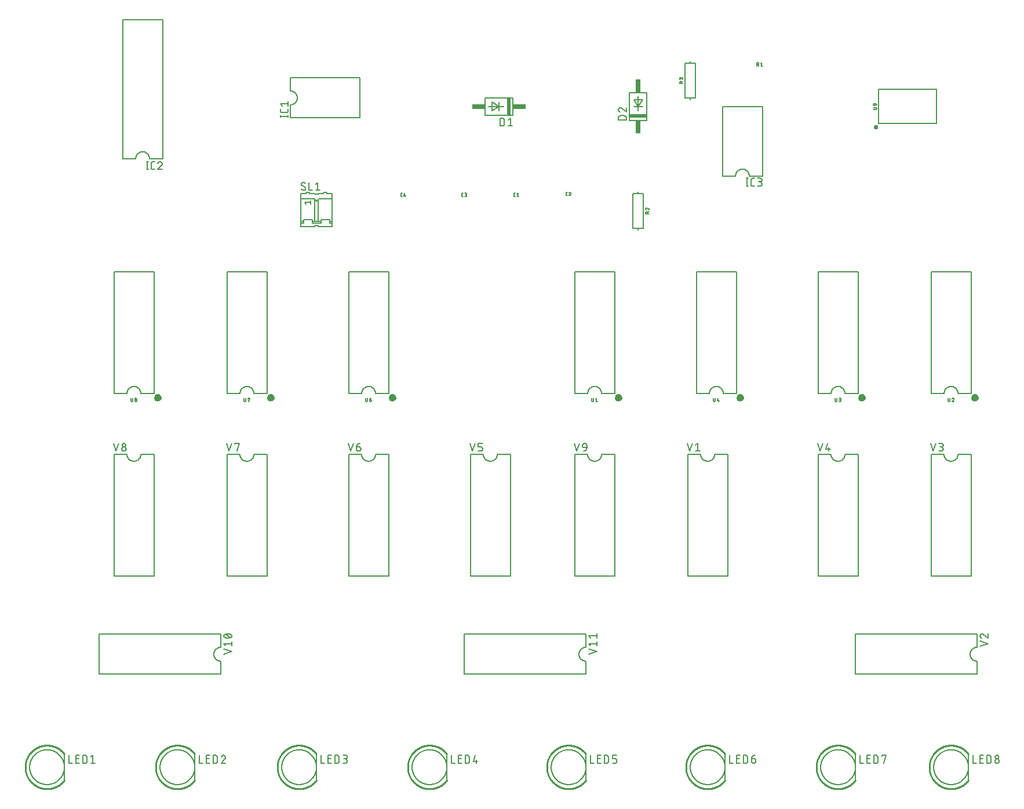
<source format=gbr>
G04 EAGLE Gerber RS-274X export*
G75*
%MOMM*%
%FSLAX34Y34*%
%LPD*%
%INSilkscreen Top*%
%IPPOS*%
%AMOC8*
5,1,8,0,0,1.08239X$1,22.5*%
G01*
%ADD10C,0.127000*%
%ADD11C,0.152400*%
%ADD12R,0.508000X2.540000*%
%ADD13R,1.905000X0.762000*%
%ADD14R,2.540000X0.508000*%
%ADD15R,0.762000X1.905000*%
%ADD16C,0.203200*%
%ADD17C,0.254000*%

G36*
X226556Y597977D02*
X226556Y597977D01*
X226604Y597991D01*
X226694Y598008D01*
X227701Y598360D01*
X227745Y598385D01*
X227829Y598422D01*
X228732Y598990D01*
X228769Y599024D01*
X228843Y599078D01*
X229597Y599832D01*
X229626Y599874D01*
X229686Y599943D01*
X230253Y600846D01*
X230272Y600893D01*
X230315Y600974D01*
X230667Y601981D01*
X230675Y602031D01*
X230698Y602119D01*
X230818Y603179D01*
X230814Y603229D01*
X230818Y603321D01*
X230698Y604381D01*
X230684Y604429D01*
X230667Y604519D01*
X230315Y605526D01*
X230290Y605570D01*
X230253Y605654D01*
X229686Y606557D01*
X229652Y606594D01*
X229597Y606668D01*
X228843Y607422D01*
X228801Y607451D01*
X228732Y607511D01*
X227829Y608078D01*
X227782Y608097D01*
X227701Y608140D01*
X226694Y608492D01*
X226644Y608500D01*
X226556Y608523D01*
X225496Y608643D01*
X225446Y608639D01*
X225354Y608643D01*
X224294Y608523D01*
X224246Y608509D01*
X224156Y608492D01*
X223149Y608140D01*
X223105Y608115D01*
X223021Y608078D01*
X222118Y607511D01*
X222081Y607477D01*
X222007Y607422D01*
X221253Y606668D01*
X221224Y606626D01*
X221165Y606557D01*
X220597Y605654D01*
X220578Y605607D01*
X220535Y605526D01*
X220183Y604519D01*
X220175Y604469D01*
X220152Y604381D01*
X220032Y603321D01*
X220036Y603271D01*
X220032Y603179D01*
X220152Y602119D01*
X220166Y602071D01*
X220183Y601981D01*
X220535Y600974D01*
X220560Y600930D01*
X220597Y600846D01*
X221165Y599943D01*
X221199Y599906D01*
X221253Y599832D01*
X222007Y599078D01*
X222049Y599049D01*
X222118Y598990D01*
X223021Y598422D01*
X223068Y598403D01*
X223149Y598360D01*
X224156Y598008D01*
X224206Y598000D01*
X224294Y597977D01*
X225354Y597857D01*
X225404Y597861D01*
X225496Y597857D01*
X226556Y597977D01*
G37*
G36*
X899656Y597977D02*
X899656Y597977D01*
X899704Y597991D01*
X899794Y598008D01*
X900801Y598360D01*
X900845Y598385D01*
X900929Y598422D01*
X901832Y598990D01*
X901869Y599024D01*
X901943Y599078D01*
X902697Y599832D01*
X902726Y599874D01*
X902786Y599943D01*
X903353Y600846D01*
X903372Y600893D01*
X903415Y600974D01*
X903767Y601981D01*
X903775Y602031D01*
X903798Y602119D01*
X903918Y603179D01*
X903914Y603229D01*
X903918Y603321D01*
X903798Y604381D01*
X903784Y604429D01*
X903767Y604519D01*
X903415Y605526D01*
X903390Y605570D01*
X903353Y605654D01*
X902786Y606557D01*
X902752Y606594D01*
X902697Y606668D01*
X901943Y607422D01*
X901901Y607451D01*
X901832Y607511D01*
X900929Y608078D01*
X900882Y608097D01*
X900801Y608140D01*
X899794Y608492D01*
X899744Y608500D01*
X899656Y608523D01*
X898596Y608643D01*
X898546Y608639D01*
X898454Y608643D01*
X897394Y608523D01*
X897346Y608509D01*
X897256Y608492D01*
X896249Y608140D01*
X896205Y608115D01*
X896121Y608078D01*
X895218Y607511D01*
X895181Y607477D01*
X895107Y607422D01*
X894353Y606668D01*
X894324Y606626D01*
X894265Y606557D01*
X893697Y605654D01*
X893678Y605607D01*
X893635Y605526D01*
X893283Y604519D01*
X893275Y604469D01*
X893252Y604381D01*
X893132Y603321D01*
X893136Y603271D01*
X893132Y603179D01*
X893252Y602119D01*
X893266Y602071D01*
X893283Y601981D01*
X893635Y600974D01*
X893660Y600930D01*
X893697Y600846D01*
X894265Y599943D01*
X894299Y599906D01*
X894353Y599832D01*
X895107Y599078D01*
X895149Y599049D01*
X895218Y598990D01*
X896121Y598422D01*
X896168Y598403D01*
X896249Y598360D01*
X897256Y598008D01*
X897306Y598000D01*
X897394Y597977D01*
X898454Y597857D01*
X898504Y597861D01*
X898596Y597857D01*
X899656Y597977D01*
G37*
G36*
X391656Y597977D02*
X391656Y597977D01*
X391704Y597991D01*
X391794Y598008D01*
X392801Y598360D01*
X392845Y598385D01*
X392929Y598422D01*
X393832Y598990D01*
X393869Y599024D01*
X393943Y599078D01*
X394697Y599832D01*
X394726Y599874D01*
X394786Y599943D01*
X395353Y600846D01*
X395372Y600893D01*
X395415Y600974D01*
X395767Y601981D01*
X395775Y602031D01*
X395798Y602119D01*
X395918Y603179D01*
X395914Y603229D01*
X395918Y603321D01*
X395798Y604381D01*
X395784Y604429D01*
X395767Y604519D01*
X395415Y605526D01*
X395390Y605570D01*
X395353Y605654D01*
X394786Y606557D01*
X394752Y606594D01*
X394697Y606668D01*
X393943Y607422D01*
X393901Y607451D01*
X393832Y607511D01*
X392929Y608078D01*
X392882Y608097D01*
X392801Y608140D01*
X391794Y608492D01*
X391744Y608500D01*
X391656Y608523D01*
X390596Y608643D01*
X390546Y608639D01*
X390454Y608643D01*
X389394Y608523D01*
X389346Y608509D01*
X389256Y608492D01*
X388249Y608140D01*
X388205Y608115D01*
X388121Y608078D01*
X387218Y607511D01*
X387181Y607477D01*
X387107Y607422D01*
X386353Y606668D01*
X386324Y606626D01*
X386265Y606557D01*
X385697Y605654D01*
X385678Y605607D01*
X385635Y605526D01*
X385283Y604519D01*
X385275Y604469D01*
X385252Y604381D01*
X385132Y603321D01*
X385136Y603271D01*
X385132Y603179D01*
X385252Y602119D01*
X385266Y602071D01*
X385283Y601981D01*
X385635Y600974D01*
X385660Y600930D01*
X385697Y600846D01*
X386265Y599943D01*
X386299Y599906D01*
X386353Y599832D01*
X387107Y599078D01*
X387149Y599049D01*
X387218Y598990D01*
X388121Y598422D01*
X388168Y598403D01*
X388249Y598360D01*
X389256Y598008D01*
X389306Y598000D01*
X389394Y597977D01*
X390454Y597857D01*
X390504Y597861D01*
X390596Y597857D01*
X391656Y597977D01*
G37*
G36*
X569456Y597977D02*
X569456Y597977D01*
X569504Y597991D01*
X569594Y598008D01*
X570601Y598360D01*
X570645Y598385D01*
X570729Y598422D01*
X571632Y598990D01*
X571669Y599024D01*
X571743Y599078D01*
X572497Y599832D01*
X572526Y599874D01*
X572586Y599943D01*
X573153Y600846D01*
X573172Y600893D01*
X573215Y600974D01*
X573567Y601981D01*
X573575Y602031D01*
X573598Y602119D01*
X573718Y603179D01*
X573714Y603229D01*
X573718Y603321D01*
X573598Y604381D01*
X573584Y604429D01*
X573567Y604519D01*
X573215Y605526D01*
X573190Y605570D01*
X573153Y605654D01*
X572586Y606557D01*
X572552Y606594D01*
X572497Y606668D01*
X571743Y607422D01*
X571701Y607451D01*
X571632Y607511D01*
X570729Y608078D01*
X570682Y608097D01*
X570601Y608140D01*
X569594Y608492D01*
X569544Y608500D01*
X569456Y608523D01*
X568396Y608643D01*
X568346Y608639D01*
X568254Y608643D01*
X567194Y608523D01*
X567146Y608509D01*
X567056Y608492D01*
X566049Y608140D01*
X566005Y608115D01*
X565921Y608078D01*
X565018Y607511D01*
X564981Y607477D01*
X564907Y607422D01*
X564153Y606668D01*
X564124Y606626D01*
X564065Y606557D01*
X563497Y605654D01*
X563478Y605607D01*
X563435Y605526D01*
X563083Y604519D01*
X563075Y604469D01*
X563052Y604381D01*
X562932Y603321D01*
X562936Y603271D01*
X562932Y603179D01*
X563052Y602119D01*
X563066Y602071D01*
X563083Y601981D01*
X563435Y600974D01*
X563460Y600930D01*
X563497Y600846D01*
X564065Y599943D01*
X564099Y599906D01*
X564153Y599832D01*
X564907Y599078D01*
X564949Y599049D01*
X565018Y598990D01*
X565921Y598422D01*
X565968Y598403D01*
X566049Y598360D01*
X567056Y598008D01*
X567106Y598000D01*
X567194Y597977D01*
X568254Y597857D01*
X568304Y597861D01*
X568396Y597857D01*
X569456Y597977D01*
G37*
G36*
X1077456Y597977D02*
X1077456Y597977D01*
X1077504Y597991D01*
X1077594Y598008D01*
X1078601Y598360D01*
X1078645Y598385D01*
X1078729Y598422D01*
X1079632Y598990D01*
X1079669Y599024D01*
X1079743Y599078D01*
X1080497Y599832D01*
X1080526Y599874D01*
X1080586Y599943D01*
X1081153Y600846D01*
X1081172Y600893D01*
X1081215Y600974D01*
X1081567Y601981D01*
X1081575Y602031D01*
X1081598Y602119D01*
X1081718Y603179D01*
X1081714Y603229D01*
X1081718Y603321D01*
X1081598Y604381D01*
X1081584Y604429D01*
X1081567Y604519D01*
X1081215Y605526D01*
X1081190Y605570D01*
X1081153Y605654D01*
X1080586Y606557D01*
X1080552Y606594D01*
X1080497Y606668D01*
X1079743Y607422D01*
X1079701Y607451D01*
X1079632Y607511D01*
X1078729Y608078D01*
X1078682Y608097D01*
X1078601Y608140D01*
X1077594Y608492D01*
X1077544Y608500D01*
X1077456Y608523D01*
X1076396Y608643D01*
X1076346Y608639D01*
X1076254Y608643D01*
X1075194Y608523D01*
X1075146Y608509D01*
X1075056Y608492D01*
X1074049Y608140D01*
X1074005Y608115D01*
X1073921Y608078D01*
X1073018Y607511D01*
X1072981Y607477D01*
X1072907Y607422D01*
X1072153Y606668D01*
X1072124Y606626D01*
X1072065Y606557D01*
X1071497Y605654D01*
X1071478Y605607D01*
X1071435Y605526D01*
X1071083Y604519D01*
X1071075Y604469D01*
X1071052Y604381D01*
X1070932Y603321D01*
X1070936Y603271D01*
X1070932Y603179D01*
X1071052Y602119D01*
X1071066Y602071D01*
X1071083Y601981D01*
X1071435Y600974D01*
X1071460Y600930D01*
X1071497Y600846D01*
X1072065Y599943D01*
X1072099Y599906D01*
X1072153Y599832D01*
X1072907Y599078D01*
X1072949Y599049D01*
X1073018Y598990D01*
X1073921Y598422D01*
X1073968Y598403D01*
X1074049Y598360D01*
X1075056Y598008D01*
X1075106Y598000D01*
X1075194Y597977D01*
X1076254Y597857D01*
X1076304Y597861D01*
X1076396Y597857D01*
X1077456Y597977D01*
G37*
G36*
X1255256Y597977D02*
X1255256Y597977D01*
X1255304Y597991D01*
X1255394Y598008D01*
X1256401Y598360D01*
X1256445Y598385D01*
X1256529Y598422D01*
X1257432Y598990D01*
X1257469Y599024D01*
X1257543Y599078D01*
X1258297Y599832D01*
X1258326Y599874D01*
X1258386Y599943D01*
X1258953Y600846D01*
X1258972Y600893D01*
X1259015Y600974D01*
X1259367Y601981D01*
X1259375Y602031D01*
X1259398Y602119D01*
X1259518Y603179D01*
X1259514Y603229D01*
X1259518Y603321D01*
X1259398Y604381D01*
X1259384Y604429D01*
X1259367Y604519D01*
X1259015Y605526D01*
X1258990Y605570D01*
X1258953Y605654D01*
X1258386Y606557D01*
X1258352Y606594D01*
X1258297Y606668D01*
X1257543Y607422D01*
X1257501Y607451D01*
X1257432Y607511D01*
X1256529Y608078D01*
X1256482Y608097D01*
X1256401Y608140D01*
X1255394Y608492D01*
X1255344Y608500D01*
X1255256Y608523D01*
X1254196Y608643D01*
X1254146Y608639D01*
X1254054Y608643D01*
X1252994Y608523D01*
X1252946Y608509D01*
X1252856Y608492D01*
X1251849Y608140D01*
X1251805Y608115D01*
X1251721Y608078D01*
X1250818Y607511D01*
X1250781Y607477D01*
X1250707Y607422D01*
X1249953Y606668D01*
X1249924Y606626D01*
X1249865Y606557D01*
X1249297Y605654D01*
X1249278Y605607D01*
X1249235Y605526D01*
X1248883Y604519D01*
X1248875Y604469D01*
X1248852Y604381D01*
X1248732Y603321D01*
X1248736Y603271D01*
X1248732Y603179D01*
X1248852Y602119D01*
X1248866Y602071D01*
X1248883Y601981D01*
X1249235Y600974D01*
X1249260Y600930D01*
X1249297Y600846D01*
X1249865Y599943D01*
X1249899Y599906D01*
X1249953Y599832D01*
X1250707Y599078D01*
X1250749Y599049D01*
X1250818Y598990D01*
X1251721Y598422D01*
X1251768Y598403D01*
X1251849Y598360D01*
X1252856Y598008D01*
X1252906Y598000D01*
X1252994Y597977D01*
X1254054Y597857D01*
X1254104Y597861D01*
X1254196Y597857D01*
X1255256Y597977D01*
G37*
G36*
X1420356Y597977D02*
X1420356Y597977D01*
X1420404Y597991D01*
X1420494Y598008D01*
X1421501Y598360D01*
X1421545Y598385D01*
X1421629Y598422D01*
X1422532Y598990D01*
X1422569Y599024D01*
X1422643Y599078D01*
X1423397Y599832D01*
X1423426Y599874D01*
X1423486Y599943D01*
X1424053Y600846D01*
X1424072Y600893D01*
X1424115Y600974D01*
X1424467Y601981D01*
X1424475Y602031D01*
X1424498Y602119D01*
X1424618Y603179D01*
X1424614Y603229D01*
X1424618Y603321D01*
X1424498Y604381D01*
X1424484Y604429D01*
X1424467Y604519D01*
X1424115Y605526D01*
X1424090Y605570D01*
X1424053Y605654D01*
X1423486Y606557D01*
X1423452Y606594D01*
X1423397Y606668D01*
X1422643Y607422D01*
X1422601Y607451D01*
X1422532Y607511D01*
X1421629Y608078D01*
X1421582Y608097D01*
X1421501Y608140D01*
X1420494Y608492D01*
X1420444Y608500D01*
X1420356Y608523D01*
X1419296Y608643D01*
X1419246Y608639D01*
X1419154Y608643D01*
X1418094Y608523D01*
X1418046Y608509D01*
X1417956Y608492D01*
X1416949Y608140D01*
X1416905Y608115D01*
X1416821Y608078D01*
X1415918Y607511D01*
X1415881Y607477D01*
X1415807Y607422D01*
X1415053Y606668D01*
X1415024Y606626D01*
X1414965Y606557D01*
X1414397Y605654D01*
X1414378Y605607D01*
X1414335Y605526D01*
X1413983Y604519D01*
X1413975Y604469D01*
X1413952Y604381D01*
X1413832Y603321D01*
X1413836Y603271D01*
X1413832Y603179D01*
X1413952Y602119D01*
X1413966Y602071D01*
X1413983Y601981D01*
X1414335Y600974D01*
X1414360Y600930D01*
X1414397Y600846D01*
X1414965Y599943D01*
X1414999Y599906D01*
X1415053Y599832D01*
X1415807Y599078D01*
X1415849Y599049D01*
X1415918Y598990D01*
X1416821Y598422D01*
X1416868Y598403D01*
X1416949Y598360D01*
X1417956Y598008D01*
X1418006Y598000D01*
X1418094Y597977D01*
X1419154Y597857D01*
X1419204Y597861D01*
X1419296Y597857D01*
X1420356Y597977D01*
G37*
G36*
X1275470Y995430D02*
X1275470Y995430D01*
X1275472Y995432D01*
X1275473Y995431D01*
X1276144Y995666D01*
X1276145Y995667D01*
X1276146Y995667D01*
X1276748Y996045D01*
X1276749Y996047D01*
X1276751Y996047D01*
X1277253Y996549D01*
X1277253Y996551D01*
X1277255Y996552D01*
X1277633Y997154D01*
X1277633Y997155D01*
X1277634Y997156D01*
X1277869Y997827D01*
X1277869Y997829D01*
X1277870Y997830D01*
X1277949Y998536D01*
X1277949Y998537D01*
X1277948Y998538D01*
X1277949Y998539D01*
X1277870Y999245D01*
X1277868Y999247D01*
X1277869Y999248D01*
X1277634Y999919D01*
X1277633Y999920D01*
X1277633Y999921D01*
X1277255Y1000523D01*
X1277253Y1000524D01*
X1277253Y1000526D01*
X1276751Y1001028D01*
X1276749Y1001028D01*
X1276748Y1001030D01*
X1276146Y1001408D01*
X1276145Y1001408D01*
X1276144Y1001409D01*
X1275473Y1001644D01*
X1275471Y1001644D01*
X1275470Y1001645D01*
X1274764Y1001724D01*
X1274762Y1001723D01*
X1274761Y1001724D01*
X1274055Y1001645D01*
X1274053Y1001643D01*
X1274052Y1001644D01*
X1273381Y1001409D01*
X1273380Y1001408D01*
X1273379Y1001408D01*
X1272777Y1001030D01*
X1272776Y1001028D01*
X1272774Y1001028D01*
X1272272Y1000526D01*
X1272272Y1000524D01*
X1272270Y1000523D01*
X1271892Y999921D01*
X1271892Y999920D01*
X1271891Y999919D01*
X1271656Y999248D01*
X1271657Y999246D01*
X1271655Y999245D01*
X1271576Y998539D01*
X1271577Y998537D01*
X1271576Y998536D01*
X1271655Y997830D01*
X1271657Y997828D01*
X1271656Y997827D01*
X1271891Y997156D01*
X1271892Y997155D01*
X1271892Y997154D01*
X1272270Y996552D01*
X1272272Y996551D01*
X1272272Y996549D01*
X1272774Y996047D01*
X1272776Y996047D01*
X1272777Y996045D01*
X1273379Y995667D01*
X1273380Y995667D01*
X1273381Y995666D01*
X1274052Y995431D01*
X1274054Y995432D01*
X1274055Y995430D01*
X1274761Y995351D01*
X1274763Y995352D01*
X1274764Y995351D01*
X1275470Y995430D01*
G37*
D10*
X747804Y897255D02*
X746732Y897255D01*
X746667Y897257D01*
X746603Y897263D01*
X746539Y897273D01*
X746475Y897286D01*
X746413Y897304D01*
X746352Y897325D01*
X746292Y897349D01*
X746234Y897378D01*
X746177Y897410D01*
X746123Y897445D01*
X746071Y897483D01*
X746021Y897525D01*
X745974Y897569D01*
X745930Y897616D01*
X745888Y897666D01*
X745850Y897718D01*
X745815Y897772D01*
X745783Y897829D01*
X745754Y897887D01*
X745730Y897947D01*
X745709Y898008D01*
X745691Y898070D01*
X745678Y898134D01*
X745668Y898198D01*
X745662Y898262D01*
X745660Y898327D01*
X745659Y898327D02*
X745659Y901009D01*
X745660Y901009D02*
X745662Y901074D01*
X745668Y901138D01*
X745678Y901202D01*
X745691Y901266D01*
X745709Y901328D01*
X745730Y901389D01*
X745754Y901449D01*
X745783Y901507D01*
X745815Y901564D01*
X745850Y901618D01*
X745888Y901670D01*
X745930Y901720D01*
X745974Y901767D01*
X746021Y901811D01*
X746071Y901853D01*
X746123Y901891D01*
X746177Y901926D01*
X746234Y901958D01*
X746292Y901987D01*
X746352Y902011D01*
X746413Y902032D01*
X746475Y902050D01*
X746539Y902063D01*
X746603Y902073D01*
X746667Y902079D01*
X746732Y902081D01*
X747804Y902081D01*
X750260Y901009D02*
X751600Y902081D01*
X751600Y897255D01*
X750260Y897255D02*
X752941Y897255D01*
X822932Y898525D02*
X824004Y898525D01*
X822932Y898525D02*
X822867Y898527D01*
X822803Y898533D01*
X822739Y898543D01*
X822675Y898556D01*
X822613Y898574D01*
X822552Y898595D01*
X822492Y898619D01*
X822434Y898648D01*
X822377Y898680D01*
X822323Y898715D01*
X822271Y898753D01*
X822221Y898795D01*
X822174Y898839D01*
X822130Y898886D01*
X822088Y898936D01*
X822050Y898988D01*
X822015Y899042D01*
X821983Y899099D01*
X821954Y899157D01*
X821930Y899217D01*
X821909Y899278D01*
X821891Y899340D01*
X821878Y899404D01*
X821868Y899468D01*
X821862Y899532D01*
X821860Y899597D01*
X821859Y899597D02*
X821859Y902279D01*
X821860Y902279D02*
X821862Y902344D01*
X821868Y902408D01*
X821878Y902472D01*
X821891Y902536D01*
X821909Y902598D01*
X821930Y902659D01*
X821954Y902719D01*
X821983Y902777D01*
X822015Y902834D01*
X822050Y902888D01*
X822088Y902940D01*
X822130Y902990D01*
X822174Y903037D01*
X822221Y903081D01*
X822271Y903123D01*
X822323Y903161D01*
X822377Y903196D01*
X822434Y903228D01*
X822492Y903257D01*
X822552Y903281D01*
X822613Y903302D01*
X822675Y903320D01*
X822739Y903333D01*
X822803Y903343D01*
X822867Y903349D01*
X822932Y903351D01*
X824004Y903351D01*
X827934Y903351D02*
X828002Y903349D01*
X828069Y903343D01*
X828136Y903334D01*
X828203Y903321D01*
X828268Y903304D01*
X828333Y903283D01*
X828396Y903259D01*
X828458Y903231D01*
X828518Y903200D01*
X828576Y903166D01*
X828632Y903128D01*
X828687Y903088D01*
X828738Y903044D01*
X828787Y902997D01*
X828834Y902948D01*
X828878Y902897D01*
X828918Y902842D01*
X828956Y902786D01*
X828990Y902728D01*
X829021Y902668D01*
X829049Y902606D01*
X829073Y902543D01*
X829094Y902478D01*
X829111Y902413D01*
X829124Y902346D01*
X829133Y902279D01*
X829139Y902212D01*
X829141Y902144D01*
X827934Y903351D02*
X827856Y903349D01*
X827778Y903343D01*
X827701Y903333D01*
X827624Y903320D01*
X827548Y903302D01*
X827473Y903281D01*
X827399Y903256D01*
X827327Y903227D01*
X827256Y903195D01*
X827187Y903159D01*
X827119Y903120D01*
X827054Y903077D01*
X826991Y903031D01*
X826930Y902982D01*
X826872Y902930D01*
X826817Y902875D01*
X826764Y902818D01*
X826715Y902758D01*
X826668Y902695D01*
X826625Y902631D01*
X826585Y902564D01*
X826548Y902495D01*
X826515Y902424D01*
X826485Y902352D01*
X826459Y902279D01*
X828739Y901206D02*
X828788Y901255D01*
X828835Y901307D01*
X828878Y901362D01*
X828919Y901419D01*
X828957Y901478D01*
X828991Y901539D01*
X829022Y901602D01*
X829050Y901666D01*
X829074Y901732D01*
X829094Y901798D01*
X829111Y901866D01*
X829124Y901935D01*
X829133Y902004D01*
X829139Y902074D01*
X829141Y902144D01*
X828739Y901206D02*
X826460Y898525D01*
X829141Y898525D01*
X671604Y897255D02*
X670532Y897255D01*
X670467Y897257D01*
X670403Y897263D01*
X670339Y897273D01*
X670275Y897286D01*
X670213Y897304D01*
X670152Y897325D01*
X670092Y897349D01*
X670034Y897378D01*
X669977Y897410D01*
X669923Y897445D01*
X669871Y897483D01*
X669821Y897525D01*
X669774Y897569D01*
X669730Y897616D01*
X669688Y897666D01*
X669650Y897718D01*
X669615Y897772D01*
X669583Y897829D01*
X669554Y897887D01*
X669530Y897947D01*
X669509Y898008D01*
X669491Y898070D01*
X669478Y898134D01*
X669468Y898198D01*
X669462Y898262D01*
X669460Y898327D01*
X669459Y898327D02*
X669459Y901009D01*
X669460Y901009D02*
X669462Y901074D01*
X669468Y901138D01*
X669478Y901202D01*
X669491Y901266D01*
X669509Y901328D01*
X669530Y901389D01*
X669554Y901449D01*
X669583Y901507D01*
X669615Y901564D01*
X669650Y901618D01*
X669688Y901670D01*
X669730Y901720D01*
X669774Y901767D01*
X669821Y901811D01*
X669871Y901853D01*
X669923Y901891D01*
X669977Y901926D01*
X670034Y901958D01*
X670092Y901987D01*
X670152Y902011D01*
X670213Y902032D01*
X670275Y902050D01*
X670339Y902063D01*
X670403Y902073D01*
X670467Y902079D01*
X670532Y902081D01*
X671604Y902081D01*
X674060Y897255D02*
X675400Y897255D01*
X675471Y897257D01*
X675543Y897263D01*
X675613Y897272D01*
X675683Y897285D01*
X675753Y897302D01*
X675821Y897323D01*
X675888Y897347D01*
X675954Y897375D01*
X676018Y897406D01*
X676081Y897441D01*
X676141Y897479D01*
X676200Y897520D01*
X676256Y897564D01*
X676310Y897611D01*
X676361Y897660D01*
X676409Y897713D01*
X676455Y897768D01*
X676497Y897825D01*
X676537Y897885D01*
X676573Y897946D01*
X676606Y898010D01*
X676635Y898075D01*
X676661Y898141D01*
X676684Y898209D01*
X676703Y898278D01*
X676718Y898348D01*
X676729Y898418D01*
X676737Y898489D01*
X676741Y898560D01*
X676741Y898632D01*
X676737Y898703D01*
X676729Y898774D01*
X676718Y898844D01*
X676703Y898914D01*
X676684Y898983D01*
X676661Y899051D01*
X676635Y899117D01*
X676606Y899182D01*
X676573Y899246D01*
X676537Y899307D01*
X676497Y899367D01*
X676455Y899424D01*
X676409Y899479D01*
X676361Y899532D01*
X676310Y899581D01*
X676256Y899628D01*
X676200Y899672D01*
X676141Y899713D01*
X676081Y899751D01*
X676018Y899786D01*
X675954Y899817D01*
X675888Y899845D01*
X675821Y899869D01*
X675753Y899890D01*
X675683Y899907D01*
X675613Y899920D01*
X675543Y899929D01*
X675471Y899935D01*
X675400Y899937D01*
X675668Y902081D02*
X674060Y902081D01*
X675668Y902081D02*
X675733Y902079D01*
X675797Y902073D01*
X675861Y902063D01*
X675925Y902050D01*
X675987Y902032D01*
X676048Y902011D01*
X676108Y901987D01*
X676166Y901958D01*
X676223Y901926D01*
X676277Y901891D01*
X676329Y901853D01*
X676379Y901811D01*
X676426Y901767D01*
X676470Y901720D01*
X676512Y901670D01*
X676550Y901618D01*
X676585Y901564D01*
X676617Y901507D01*
X676646Y901449D01*
X676670Y901389D01*
X676691Y901328D01*
X676709Y901266D01*
X676722Y901202D01*
X676732Y901138D01*
X676738Y901074D01*
X676740Y901009D01*
X676738Y900944D01*
X676732Y900880D01*
X676722Y900816D01*
X676709Y900752D01*
X676691Y900690D01*
X676670Y900629D01*
X676646Y900569D01*
X676617Y900511D01*
X676585Y900454D01*
X676550Y900400D01*
X676512Y900348D01*
X676470Y900298D01*
X676426Y900251D01*
X676379Y900207D01*
X676329Y900165D01*
X676277Y900127D01*
X676223Y900092D01*
X676166Y900060D01*
X676108Y900031D01*
X676048Y900007D01*
X675987Y899986D01*
X675925Y899968D01*
X675861Y899955D01*
X675797Y899945D01*
X675733Y899939D01*
X675668Y899937D01*
X675668Y899936D02*
X674596Y899936D01*
X582704Y897255D02*
X581632Y897255D01*
X581567Y897257D01*
X581503Y897263D01*
X581439Y897273D01*
X581375Y897286D01*
X581313Y897304D01*
X581252Y897325D01*
X581192Y897349D01*
X581134Y897378D01*
X581077Y897410D01*
X581023Y897445D01*
X580971Y897483D01*
X580921Y897525D01*
X580874Y897569D01*
X580830Y897616D01*
X580788Y897666D01*
X580750Y897718D01*
X580715Y897772D01*
X580683Y897829D01*
X580654Y897887D01*
X580630Y897947D01*
X580609Y898008D01*
X580591Y898070D01*
X580578Y898134D01*
X580568Y898198D01*
X580562Y898262D01*
X580560Y898327D01*
X580559Y898327D02*
X580559Y901009D01*
X580560Y901009D02*
X580562Y901074D01*
X580568Y901138D01*
X580578Y901202D01*
X580591Y901266D01*
X580609Y901328D01*
X580630Y901389D01*
X580654Y901449D01*
X580683Y901507D01*
X580715Y901564D01*
X580750Y901618D01*
X580788Y901670D01*
X580830Y901720D01*
X580874Y901767D01*
X580921Y901811D01*
X580971Y901853D01*
X581023Y901891D01*
X581077Y901926D01*
X581134Y901958D01*
X581192Y901987D01*
X581252Y902011D01*
X581313Y902032D01*
X581375Y902050D01*
X581439Y902063D01*
X581503Y902073D01*
X581567Y902079D01*
X581632Y902081D01*
X582704Y902081D01*
X586232Y902081D02*
X585160Y898327D01*
X587841Y898327D01*
X587037Y899400D02*
X587037Y897255D01*
D11*
X703580Y1041400D02*
X744220Y1041400D01*
X703580Y1041400D02*
X703580Y1016000D01*
X744220Y1016000D01*
X744220Y1041400D01*
X730250Y1028700D02*
X723900Y1028700D01*
X713740Y1022350D02*
X713740Y1035050D01*
X723900Y1028700D01*
X708660Y1028700D01*
X713740Y1022350D02*
X723900Y1028700D01*
X723900Y1022350D01*
X723900Y1028700D02*
X723900Y1035050D01*
D12*
X737870Y1028700D03*
D13*
X694055Y1028700D03*
X753745Y1028700D03*
D10*
X725424Y1011555D02*
X725424Y1000125D01*
X725424Y1011555D02*
X728599Y1011555D01*
X728710Y1011553D01*
X728820Y1011547D01*
X728931Y1011538D01*
X729041Y1011524D01*
X729150Y1011507D01*
X729259Y1011486D01*
X729367Y1011461D01*
X729474Y1011432D01*
X729580Y1011400D01*
X729685Y1011364D01*
X729788Y1011324D01*
X729890Y1011281D01*
X729991Y1011234D01*
X730090Y1011183D01*
X730187Y1011130D01*
X730281Y1011073D01*
X730374Y1011012D01*
X730465Y1010949D01*
X730554Y1010882D01*
X730640Y1010812D01*
X730723Y1010739D01*
X730805Y1010664D01*
X730883Y1010586D01*
X730958Y1010504D01*
X731031Y1010421D01*
X731101Y1010335D01*
X731168Y1010246D01*
X731231Y1010155D01*
X731292Y1010062D01*
X731349Y1009968D01*
X731402Y1009871D01*
X731453Y1009772D01*
X731500Y1009671D01*
X731543Y1009569D01*
X731583Y1009466D01*
X731619Y1009361D01*
X731651Y1009255D01*
X731680Y1009148D01*
X731705Y1009040D01*
X731726Y1008931D01*
X731743Y1008822D01*
X731757Y1008712D01*
X731766Y1008601D01*
X731772Y1008491D01*
X731774Y1008380D01*
X731774Y1003300D01*
X731772Y1003189D01*
X731766Y1003079D01*
X731757Y1002968D01*
X731743Y1002858D01*
X731726Y1002749D01*
X731705Y1002640D01*
X731680Y1002532D01*
X731651Y1002425D01*
X731619Y1002319D01*
X731583Y1002214D01*
X731543Y1002111D01*
X731500Y1002009D01*
X731453Y1001908D01*
X731402Y1001809D01*
X731349Y1001713D01*
X731292Y1001618D01*
X731231Y1001525D01*
X731168Y1001434D01*
X731101Y1001345D01*
X731031Y1001259D01*
X730958Y1001176D01*
X730883Y1001094D01*
X730805Y1001016D01*
X730723Y1000941D01*
X730640Y1000868D01*
X730554Y1000798D01*
X730465Y1000731D01*
X730374Y1000668D01*
X730281Y1000607D01*
X730187Y1000550D01*
X730090Y1000497D01*
X729991Y1000446D01*
X729890Y1000399D01*
X729788Y1000356D01*
X729685Y1000316D01*
X729580Y1000280D01*
X729474Y1000248D01*
X729367Y1000219D01*
X729259Y1000194D01*
X729150Y1000173D01*
X729041Y1000156D01*
X728931Y1000142D01*
X728820Y1000133D01*
X728710Y1000127D01*
X728599Y1000125D01*
X725424Y1000125D01*
X737235Y1009015D02*
X740410Y1011555D01*
X740410Y1000125D01*
X737235Y1000125D02*
X743585Y1000125D01*
D11*
X939800Y1008380D02*
X939800Y1049020D01*
X914400Y1049020D01*
X914400Y1008380D01*
X939800Y1008380D01*
X927100Y1022350D02*
X927100Y1028700D01*
X920750Y1038860D02*
X933450Y1038860D01*
X927100Y1028700D01*
X927100Y1043940D01*
X920750Y1038860D02*
X927100Y1028700D01*
X920750Y1028700D01*
X927100Y1028700D02*
X933450Y1028700D01*
D14*
X927100Y1014730D03*
D15*
X927100Y1058545D03*
X927100Y998855D03*
D10*
X909955Y1009015D02*
X898525Y1009015D01*
X898525Y1012190D01*
X898527Y1012301D01*
X898533Y1012411D01*
X898542Y1012522D01*
X898556Y1012632D01*
X898573Y1012741D01*
X898594Y1012850D01*
X898619Y1012958D01*
X898648Y1013065D01*
X898680Y1013171D01*
X898716Y1013276D01*
X898756Y1013379D01*
X898799Y1013481D01*
X898846Y1013582D01*
X898897Y1013681D01*
X898950Y1013778D01*
X899007Y1013872D01*
X899068Y1013965D01*
X899131Y1014056D01*
X899198Y1014145D01*
X899268Y1014231D01*
X899341Y1014314D01*
X899416Y1014396D01*
X899494Y1014474D01*
X899576Y1014549D01*
X899659Y1014622D01*
X899745Y1014692D01*
X899834Y1014759D01*
X899925Y1014822D01*
X900018Y1014883D01*
X900113Y1014940D01*
X900209Y1014993D01*
X900308Y1015044D01*
X900409Y1015091D01*
X900511Y1015134D01*
X900614Y1015174D01*
X900719Y1015210D01*
X900825Y1015242D01*
X900932Y1015271D01*
X901040Y1015296D01*
X901149Y1015317D01*
X901258Y1015334D01*
X901368Y1015348D01*
X901479Y1015357D01*
X901589Y1015363D01*
X901700Y1015365D01*
X906780Y1015365D01*
X906891Y1015363D01*
X907001Y1015357D01*
X907112Y1015348D01*
X907222Y1015334D01*
X907331Y1015317D01*
X907440Y1015296D01*
X907548Y1015271D01*
X907655Y1015242D01*
X907761Y1015210D01*
X907866Y1015174D01*
X907969Y1015134D01*
X908071Y1015091D01*
X908172Y1015044D01*
X908271Y1014993D01*
X908368Y1014940D01*
X908462Y1014883D01*
X908555Y1014822D01*
X908646Y1014759D01*
X908735Y1014692D01*
X908821Y1014622D01*
X908904Y1014549D01*
X908986Y1014474D01*
X909064Y1014396D01*
X909139Y1014314D01*
X909212Y1014231D01*
X909282Y1014145D01*
X909349Y1014056D01*
X909412Y1013965D01*
X909473Y1013872D01*
X909530Y1013778D01*
X909583Y1013681D01*
X909634Y1013582D01*
X909681Y1013481D01*
X909724Y1013379D01*
X909764Y1013276D01*
X909800Y1013171D01*
X909832Y1013065D01*
X909861Y1012958D01*
X909886Y1012850D01*
X909907Y1012741D01*
X909924Y1012632D01*
X909938Y1012522D01*
X909947Y1012411D01*
X909953Y1012301D01*
X909955Y1012190D01*
X909955Y1009015D01*
X898525Y1024319D02*
X898527Y1024423D01*
X898533Y1024528D01*
X898542Y1024632D01*
X898555Y1024735D01*
X898573Y1024838D01*
X898593Y1024940D01*
X898618Y1025042D01*
X898646Y1025142D01*
X898678Y1025242D01*
X898714Y1025340D01*
X898753Y1025437D01*
X898795Y1025532D01*
X898841Y1025626D01*
X898891Y1025718D01*
X898943Y1025808D01*
X898999Y1025896D01*
X899059Y1025982D01*
X899121Y1026066D01*
X899186Y1026147D01*
X899254Y1026226D01*
X899326Y1026303D01*
X899399Y1026376D01*
X899476Y1026448D01*
X899555Y1026516D01*
X899636Y1026581D01*
X899720Y1026643D01*
X899806Y1026703D01*
X899894Y1026759D01*
X899984Y1026811D01*
X900076Y1026861D01*
X900170Y1026907D01*
X900265Y1026949D01*
X900362Y1026988D01*
X900460Y1027024D01*
X900560Y1027056D01*
X900660Y1027084D01*
X900762Y1027109D01*
X900864Y1027129D01*
X900967Y1027147D01*
X901070Y1027160D01*
X901174Y1027169D01*
X901279Y1027175D01*
X901383Y1027177D01*
X898525Y1024319D02*
X898527Y1024201D01*
X898533Y1024082D01*
X898542Y1023964D01*
X898555Y1023847D01*
X898573Y1023730D01*
X898593Y1023613D01*
X898618Y1023497D01*
X898646Y1023382D01*
X898679Y1023269D01*
X898714Y1023156D01*
X898754Y1023044D01*
X898796Y1022934D01*
X898843Y1022825D01*
X898893Y1022717D01*
X898946Y1022612D01*
X899003Y1022508D01*
X899063Y1022406D01*
X899126Y1022306D01*
X899193Y1022208D01*
X899262Y1022112D01*
X899335Y1022019D01*
X899411Y1021928D01*
X899489Y1021839D01*
X899571Y1021753D01*
X899655Y1021670D01*
X899741Y1021589D01*
X899831Y1021512D01*
X899922Y1021437D01*
X900016Y1021365D01*
X900113Y1021296D01*
X900211Y1021231D01*
X900312Y1021168D01*
X900415Y1021109D01*
X900519Y1021053D01*
X900625Y1021001D01*
X900733Y1020952D01*
X900842Y1020907D01*
X900953Y1020865D01*
X901065Y1020827D01*
X903605Y1026224D02*
X903530Y1026300D01*
X903451Y1026375D01*
X903370Y1026446D01*
X903286Y1026515D01*
X903200Y1026580D01*
X903112Y1026642D01*
X903022Y1026702D01*
X902930Y1026758D01*
X902835Y1026811D01*
X902739Y1026860D01*
X902641Y1026906D01*
X902542Y1026949D01*
X902441Y1026988D01*
X902339Y1027023D01*
X902236Y1027055D01*
X902132Y1027083D01*
X902027Y1027108D01*
X901920Y1027129D01*
X901814Y1027146D01*
X901707Y1027159D01*
X901599Y1027168D01*
X901491Y1027174D01*
X901383Y1027176D01*
X903605Y1026224D02*
X909955Y1020826D01*
X909955Y1027176D01*
D11*
X520700Y1070610D02*
X419100Y1070610D01*
X419100Y1012190D02*
X520700Y1012190D01*
X520700Y1070610D01*
X419100Y1070610D02*
X419100Y1051560D01*
X419100Y1031240D02*
X419100Y1012190D01*
X419100Y1031240D02*
X419347Y1031243D01*
X419595Y1031252D01*
X419842Y1031267D01*
X420088Y1031288D01*
X420334Y1031315D01*
X420579Y1031348D01*
X420824Y1031387D01*
X421067Y1031432D01*
X421309Y1031483D01*
X421550Y1031540D01*
X421789Y1031602D01*
X422027Y1031671D01*
X422263Y1031745D01*
X422497Y1031825D01*
X422729Y1031910D01*
X422959Y1032002D01*
X423187Y1032098D01*
X423412Y1032201D01*
X423635Y1032308D01*
X423855Y1032422D01*
X424072Y1032540D01*
X424287Y1032664D01*
X424498Y1032793D01*
X424706Y1032927D01*
X424911Y1033066D01*
X425112Y1033210D01*
X425310Y1033358D01*
X425504Y1033512D01*
X425694Y1033670D01*
X425880Y1033833D01*
X426062Y1034000D01*
X426240Y1034172D01*
X426414Y1034348D01*
X426584Y1034528D01*
X426749Y1034713D01*
X426909Y1034901D01*
X427065Y1035093D01*
X427217Y1035289D01*
X427363Y1035488D01*
X427505Y1035691D01*
X427641Y1035898D01*
X427773Y1036107D01*
X427899Y1036320D01*
X428020Y1036536D01*
X428136Y1036754D01*
X428246Y1036976D01*
X428351Y1037200D01*
X428451Y1037426D01*
X428545Y1037655D01*
X428633Y1037886D01*
X428716Y1038120D01*
X428793Y1038355D01*
X428864Y1038592D01*
X428930Y1038830D01*
X428989Y1039070D01*
X429043Y1039312D01*
X429091Y1039555D01*
X429133Y1039798D01*
X429169Y1040043D01*
X429199Y1040289D01*
X429223Y1040535D01*
X429241Y1040782D01*
X429253Y1041029D01*
X429259Y1041276D01*
X429259Y1041524D01*
X429253Y1041771D01*
X429241Y1042018D01*
X429223Y1042265D01*
X429199Y1042511D01*
X429169Y1042757D01*
X429133Y1043002D01*
X429091Y1043245D01*
X429043Y1043488D01*
X428989Y1043730D01*
X428930Y1043970D01*
X428864Y1044208D01*
X428793Y1044445D01*
X428716Y1044680D01*
X428633Y1044914D01*
X428545Y1045145D01*
X428451Y1045374D01*
X428351Y1045600D01*
X428246Y1045824D01*
X428136Y1046046D01*
X428020Y1046264D01*
X427899Y1046480D01*
X427773Y1046693D01*
X427641Y1046902D01*
X427505Y1047109D01*
X427363Y1047312D01*
X427217Y1047511D01*
X427065Y1047707D01*
X426909Y1047899D01*
X426749Y1048087D01*
X426584Y1048272D01*
X426414Y1048452D01*
X426240Y1048628D01*
X426062Y1048800D01*
X425880Y1048967D01*
X425694Y1049130D01*
X425504Y1049288D01*
X425310Y1049442D01*
X425112Y1049590D01*
X424911Y1049734D01*
X424706Y1049873D01*
X424498Y1050007D01*
X424287Y1050136D01*
X424072Y1050260D01*
X423855Y1050378D01*
X423635Y1050492D01*
X423412Y1050599D01*
X423187Y1050702D01*
X422959Y1050798D01*
X422729Y1050890D01*
X422497Y1050975D01*
X422263Y1051055D01*
X422027Y1051129D01*
X421789Y1051198D01*
X421550Y1051260D01*
X421309Y1051317D01*
X421067Y1051368D01*
X420824Y1051413D01*
X420579Y1051452D01*
X420334Y1051485D01*
X420088Y1051512D01*
X419842Y1051533D01*
X419595Y1051548D01*
X419347Y1051557D01*
X419100Y1051560D01*
D10*
X415925Y1014095D02*
X404495Y1014095D01*
X415925Y1012825D02*
X415925Y1015365D01*
X404495Y1015365D02*
X404495Y1012825D01*
X415925Y1022567D02*
X415925Y1025107D01*
X415925Y1022567D02*
X415923Y1022467D01*
X415917Y1022368D01*
X415907Y1022268D01*
X415894Y1022170D01*
X415876Y1022071D01*
X415855Y1021974D01*
X415830Y1021878D01*
X415801Y1021782D01*
X415768Y1021688D01*
X415732Y1021595D01*
X415692Y1021504D01*
X415648Y1021414D01*
X415601Y1021326D01*
X415551Y1021240D01*
X415497Y1021156D01*
X415440Y1021074D01*
X415380Y1020995D01*
X415316Y1020917D01*
X415250Y1020843D01*
X415181Y1020771D01*
X415109Y1020702D01*
X415035Y1020636D01*
X414957Y1020572D01*
X414878Y1020512D01*
X414796Y1020455D01*
X414712Y1020401D01*
X414626Y1020351D01*
X414538Y1020304D01*
X414448Y1020260D01*
X414357Y1020220D01*
X414264Y1020184D01*
X414170Y1020151D01*
X414074Y1020122D01*
X413978Y1020097D01*
X413881Y1020076D01*
X413782Y1020058D01*
X413684Y1020045D01*
X413584Y1020035D01*
X413485Y1020029D01*
X413385Y1020027D01*
X407035Y1020027D01*
X406935Y1020029D01*
X406836Y1020035D01*
X406736Y1020045D01*
X406638Y1020058D01*
X406539Y1020076D01*
X406442Y1020097D01*
X406346Y1020122D01*
X406250Y1020151D01*
X406156Y1020184D01*
X406063Y1020220D01*
X405972Y1020260D01*
X405882Y1020304D01*
X405794Y1020351D01*
X405708Y1020401D01*
X405624Y1020455D01*
X405542Y1020512D01*
X405463Y1020572D01*
X405385Y1020636D01*
X405311Y1020702D01*
X405239Y1020771D01*
X405170Y1020843D01*
X405104Y1020917D01*
X405040Y1020995D01*
X404980Y1021074D01*
X404923Y1021156D01*
X404869Y1021240D01*
X404819Y1021326D01*
X404772Y1021414D01*
X404728Y1021504D01*
X404688Y1021595D01*
X404652Y1021688D01*
X404619Y1021782D01*
X404590Y1021878D01*
X404565Y1021974D01*
X404544Y1022071D01*
X404526Y1022170D01*
X404513Y1022268D01*
X404503Y1022368D01*
X404497Y1022467D01*
X404495Y1022567D01*
X404495Y1025107D01*
X407035Y1029589D02*
X404495Y1032764D01*
X415925Y1032764D01*
X415925Y1029589D02*
X415925Y1035939D01*
D11*
X173990Y952500D02*
X173990Y1155700D01*
X232410Y1155700D02*
X232410Y952500D01*
X232410Y1155700D02*
X173990Y1155700D01*
X173990Y952500D02*
X193040Y952500D01*
X213360Y952500D02*
X232410Y952500D01*
X213360Y952500D02*
X213357Y952747D01*
X213348Y952995D01*
X213333Y953242D01*
X213312Y953488D01*
X213285Y953734D01*
X213252Y953979D01*
X213213Y954224D01*
X213168Y954467D01*
X213117Y954709D01*
X213060Y954950D01*
X212998Y955189D01*
X212929Y955427D01*
X212855Y955663D01*
X212775Y955897D01*
X212690Y956129D01*
X212598Y956359D01*
X212502Y956587D01*
X212399Y956812D01*
X212292Y957035D01*
X212178Y957255D01*
X212060Y957472D01*
X211936Y957687D01*
X211807Y957898D01*
X211673Y958106D01*
X211534Y958311D01*
X211390Y958512D01*
X211242Y958710D01*
X211088Y958904D01*
X210930Y959094D01*
X210767Y959280D01*
X210600Y959462D01*
X210428Y959640D01*
X210252Y959814D01*
X210072Y959984D01*
X209887Y960149D01*
X209699Y960309D01*
X209507Y960465D01*
X209311Y960617D01*
X209112Y960763D01*
X208909Y960905D01*
X208702Y961041D01*
X208493Y961173D01*
X208280Y961299D01*
X208064Y961420D01*
X207846Y961536D01*
X207624Y961646D01*
X207400Y961751D01*
X207174Y961851D01*
X206945Y961945D01*
X206714Y962033D01*
X206480Y962116D01*
X206245Y962193D01*
X206008Y962264D01*
X205770Y962330D01*
X205530Y962389D01*
X205288Y962443D01*
X205045Y962491D01*
X204802Y962533D01*
X204557Y962569D01*
X204311Y962599D01*
X204065Y962623D01*
X203818Y962641D01*
X203571Y962653D01*
X203324Y962659D01*
X203076Y962659D01*
X202829Y962653D01*
X202582Y962641D01*
X202335Y962623D01*
X202089Y962599D01*
X201843Y962569D01*
X201598Y962533D01*
X201355Y962491D01*
X201112Y962443D01*
X200870Y962389D01*
X200630Y962330D01*
X200392Y962264D01*
X200155Y962193D01*
X199920Y962116D01*
X199686Y962033D01*
X199455Y961945D01*
X199226Y961851D01*
X199000Y961751D01*
X198776Y961646D01*
X198554Y961536D01*
X198336Y961420D01*
X198120Y961299D01*
X197907Y961173D01*
X197698Y961041D01*
X197491Y960905D01*
X197288Y960763D01*
X197089Y960617D01*
X196893Y960465D01*
X196701Y960309D01*
X196513Y960149D01*
X196328Y959984D01*
X196148Y959814D01*
X195972Y959640D01*
X195800Y959462D01*
X195633Y959280D01*
X195470Y959094D01*
X195312Y958904D01*
X195158Y958710D01*
X195010Y958512D01*
X194866Y958311D01*
X194727Y958106D01*
X194593Y957898D01*
X194464Y957687D01*
X194340Y957472D01*
X194222Y957255D01*
X194108Y957035D01*
X194001Y956812D01*
X193898Y956587D01*
X193802Y956359D01*
X193710Y956129D01*
X193625Y955897D01*
X193545Y955663D01*
X193471Y955427D01*
X193402Y955189D01*
X193340Y954950D01*
X193283Y954709D01*
X193232Y954467D01*
X193187Y954224D01*
X193148Y953979D01*
X193115Y953734D01*
X193088Y953488D01*
X193067Y953242D01*
X193052Y952995D01*
X193043Y952747D01*
X193040Y952500D01*
D10*
X209931Y948055D02*
X209931Y936625D01*
X208661Y936625D02*
X211201Y936625D01*
X211201Y948055D02*
X208661Y948055D01*
X218403Y936625D02*
X220943Y936625D01*
X218403Y936625D02*
X218303Y936627D01*
X218204Y936633D01*
X218104Y936643D01*
X218006Y936656D01*
X217907Y936674D01*
X217810Y936695D01*
X217714Y936720D01*
X217618Y936749D01*
X217524Y936782D01*
X217431Y936818D01*
X217340Y936858D01*
X217250Y936902D01*
X217162Y936949D01*
X217076Y936999D01*
X216992Y937053D01*
X216910Y937110D01*
X216831Y937170D01*
X216753Y937234D01*
X216679Y937300D01*
X216607Y937369D01*
X216538Y937441D01*
X216472Y937515D01*
X216408Y937593D01*
X216348Y937672D01*
X216291Y937754D01*
X216237Y937838D01*
X216187Y937924D01*
X216140Y938012D01*
X216096Y938102D01*
X216056Y938193D01*
X216020Y938286D01*
X215987Y938380D01*
X215958Y938476D01*
X215933Y938572D01*
X215912Y938669D01*
X215894Y938768D01*
X215881Y938866D01*
X215871Y938966D01*
X215865Y939065D01*
X215863Y939165D01*
X215863Y945515D01*
X215865Y945615D01*
X215871Y945714D01*
X215881Y945814D01*
X215894Y945912D01*
X215912Y946011D01*
X215933Y946108D01*
X215958Y946204D01*
X215987Y946300D01*
X216020Y946394D01*
X216056Y946487D01*
X216096Y946578D01*
X216140Y946668D01*
X216187Y946756D01*
X216237Y946842D01*
X216291Y946926D01*
X216348Y947008D01*
X216408Y947087D01*
X216472Y947165D01*
X216538Y947239D01*
X216607Y947311D01*
X216679Y947380D01*
X216753Y947446D01*
X216831Y947510D01*
X216910Y947570D01*
X216992Y947627D01*
X217076Y947681D01*
X217162Y947731D01*
X217250Y947778D01*
X217340Y947822D01*
X217431Y947862D01*
X217524Y947898D01*
X217618Y947931D01*
X217714Y947960D01*
X217810Y947985D01*
X217907Y948006D01*
X218006Y948024D01*
X218104Y948037D01*
X218204Y948047D01*
X218303Y948053D01*
X218403Y948055D01*
X220943Y948055D01*
X228918Y948056D02*
X229022Y948054D01*
X229127Y948048D01*
X229231Y948039D01*
X229334Y948026D01*
X229437Y948008D01*
X229539Y947988D01*
X229641Y947963D01*
X229741Y947935D01*
X229841Y947903D01*
X229939Y947867D01*
X230036Y947828D01*
X230131Y947786D01*
X230225Y947740D01*
X230317Y947690D01*
X230407Y947638D01*
X230495Y947582D01*
X230581Y947522D01*
X230665Y947460D01*
X230746Y947395D01*
X230825Y947327D01*
X230902Y947255D01*
X230975Y947182D01*
X231047Y947105D01*
X231115Y947026D01*
X231180Y946945D01*
X231242Y946861D01*
X231302Y946775D01*
X231358Y946687D01*
X231410Y946597D01*
X231460Y946505D01*
X231506Y946411D01*
X231548Y946316D01*
X231587Y946219D01*
X231623Y946121D01*
X231655Y946021D01*
X231683Y945921D01*
X231708Y945819D01*
X231728Y945717D01*
X231746Y945614D01*
X231759Y945511D01*
X231768Y945407D01*
X231774Y945302D01*
X231776Y945198D01*
X228918Y948055D02*
X228800Y948053D01*
X228681Y948047D01*
X228563Y948038D01*
X228446Y948025D01*
X228329Y948007D01*
X228212Y947987D01*
X228096Y947962D01*
X227981Y947934D01*
X227868Y947901D01*
X227755Y947866D01*
X227643Y947826D01*
X227533Y947784D01*
X227424Y947737D01*
X227316Y947687D01*
X227211Y947634D01*
X227107Y947577D01*
X227005Y947517D01*
X226905Y947454D01*
X226807Y947387D01*
X226711Y947318D01*
X226618Y947245D01*
X226527Y947169D01*
X226438Y947091D01*
X226352Y947009D01*
X226269Y946925D01*
X226188Y946839D01*
X226111Y946749D01*
X226036Y946658D01*
X225964Y946564D01*
X225895Y946467D01*
X225830Y946369D01*
X225767Y946268D01*
X225708Y946165D01*
X225652Y946061D01*
X225600Y945955D01*
X225551Y945847D01*
X225506Y945738D01*
X225464Y945627D01*
X225426Y945515D01*
X230823Y942976D02*
X230899Y943051D01*
X230974Y943130D01*
X231045Y943211D01*
X231114Y943295D01*
X231179Y943381D01*
X231241Y943469D01*
X231301Y943559D01*
X231357Y943651D01*
X231410Y943746D01*
X231459Y943842D01*
X231505Y943940D01*
X231548Y944039D01*
X231587Y944140D01*
X231622Y944242D01*
X231654Y944345D01*
X231682Y944449D01*
X231707Y944554D01*
X231728Y944661D01*
X231745Y944767D01*
X231758Y944874D01*
X231767Y944982D01*
X231773Y945090D01*
X231775Y945198D01*
X230823Y942975D02*
X225425Y936625D01*
X231775Y936625D01*
D11*
X1050290Y927100D02*
X1050290Y1028700D01*
X1108710Y1028700D02*
X1108710Y927100D01*
X1108710Y1028700D02*
X1050290Y1028700D01*
X1050290Y927100D02*
X1069340Y927100D01*
X1089660Y927100D02*
X1108710Y927100D01*
X1089660Y927100D02*
X1089657Y927347D01*
X1089648Y927595D01*
X1089633Y927842D01*
X1089612Y928088D01*
X1089585Y928334D01*
X1089552Y928579D01*
X1089513Y928824D01*
X1089468Y929067D01*
X1089417Y929309D01*
X1089360Y929550D01*
X1089298Y929789D01*
X1089229Y930027D01*
X1089155Y930263D01*
X1089075Y930497D01*
X1088990Y930729D01*
X1088898Y930959D01*
X1088802Y931187D01*
X1088699Y931412D01*
X1088592Y931635D01*
X1088478Y931855D01*
X1088360Y932072D01*
X1088236Y932287D01*
X1088107Y932498D01*
X1087973Y932706D01*
X1087834Y932911D01*
X1087690Y933112D01*
X1087542Y933310D01*
X1087388Y933504D01*
X1087230Y933694D01*
X1087067Y933880D01*
X1086900Y934062D01*
X1086728Y934240D01*
X1086552Y934414D01*
X1086372Y934584D01*
X1086187Y934749D01*
X1085999Y934909D01*
X1085807Y935065D01*
X1085611Y935217D01*
X1085412Y935363D01*
X1085209Y935505D01*
X1085002Y935641D01*
X1084793Y935773D01*
X1084580Y935899D01*
X1084364Y936020D01*
X1084146Y936136D01*
X1083924Y936246D01*
X1083700Y936351D01*
X1083474Y936451D01*
X1083245Y936545D01*
X1083014Y936633D01*
X1082780Y936716D01*
X1082545Y936793D01*
X1082308Y936864D01*
X1082070Y936930D01*
X1081830Y936989D01*
X1081588Y937043D01*
X1081345Y937091D01*
X1081102Y937133D01*
X1080857Y937169D01*
X1080611Y937199D01*
X1080365Y937223D01*
X1080118Y937241D01*
X1079871Y937253D01*
X1079624Y937259D01*
X1079376Y937259D01*
X1079129Y937253D01*
X1078882Y937241D01*
X1078635Y937223D01*
X1078389Y937199D01*
X1078143Y937169D01*
X1077898Y937133D01*
X1077655Y937091D01*
X1077412Y937043D01*
X1077170Y936989D01*
X1076930Y936930D01*
X1076692Y936864D01*
X1076455Y936793D01*
X1076220Y936716D01*
X1075986Y936633D01*
X1075755Y936545D01*
X1075526Y936451D01*
X1075300Y936351D01*
X1075076Y936246D01*
X1074854Y936136D01*
X1074636Y936020D01*
X1074420Y935899D01*
X1074207Y935773D01*
X1073998Y935641D01*
X1073791Y935505D01*
X1073588Y935363D01*
X1073389Y935217D01*
X1073193Y935065D01*
X1073001Y934909D01*
X1072813Y934749D01*
X1072628Y934584D01*
X1072448Y934414D01*
X1072272Y934240D01*
X1072100Y934062D01*
X1071933Y933880D01*
X1071770Y933694D01*
X1071612Y933504D01*
X1071458Y933310D01*
X1071310Y933112D01*
X1071166Y932911D01*
X1071027Y932706D01*
X1070893Y932498D01*
X1070764Y932287D01*
X1070640Y932072D01*
X1070522Y931855D01*
X1070408Y931635D01*
X1070301Y931412D01*
X1070198Y931187D01*
X1070102Y930959D01*
X1070010Y930729D01*
X1069925Y930497D01*
X1069845Y930263D01*
X1069771Y930027D01*
X1069702Y929789D01*
X1069640Y929550D01*
X1069583Y929309D01*
X1069532Y929067D01*
X1069487Y928824D01*
X1069448Y928579D01*
X1069415Y928334D01*
X1069388Y928088D01*
X1069367Y927842D01*
X1069352Y927595D01*
X1069343Y927347D01*
X1069340Y927100D01*
D10*
X1086231Y923925D02*
X1086231Y912495D01*
X1084961Y912495D02*
X1087501Y912495D01*
X1087501Y923925D02*
X1084961Y923925D01*
X1094703Y912495D02*
X1097243Y912495D01*
X1094703Y912495D02*
X1094603Y912497D01*
X1094504Y912503D01*
X1094404Y912513D01*
X1094306Y912526D01*
X1094207Y912544D01*
X1094110Y912565D01*
X1094014Y912590D01*
X1093918Y912619D01*
X1093824Y912652D01*
X1093731Y912688D01*
X1093640Y912728D01*
X1093550Y912772D01*
X1093462Y912819D01*
X1093376Y912869D01*
X1093292Y912923D01*
X1093210Y912980D01*
X1093131Y913040D01*
X1093053Y913104D01*
X1092979Y913170D01*
X1092907Y913239D01*
X1092838Y913311D01*
X1092772Y913385D01*
X1092708Y913463D01*
X1092648Y913542D01*
X1092591Y913624D01*
X1092537Y913708D01*
X1092487Y913794D01*
X1092440Y913882D01*
X1092396Y913972D01*
X1092356Y914063D01*
X1092320Y914156D01*
X1092287Y914250D01*
X1092258Y914346D01*
X1092233Y914442D01*
X1092212Y914539D01*
X1092194Y914638D01*
X1092181Y914736D01*
X1092171Y914836D01*
X1092165Y914935D01*
X1092163Y915035D01*
X1092163Y921385D01*
X1092165Y921485D01*
X1092171Y921584D01*
X1092181Y921684D01*
X1092194Y921782D01*
X1092212Y921881D01*
X1092233Y921978D01*
X1092258Y922074D01*
X1092287Y922170D01*
X1092320Y922264D01*
X1092356Y922357D01*
X1092396Y922448D01*
X1092440Y922538D01*
X1092487Y922626D01*
X1092537Y922712D01*
X1092591Y922796D01*
X1092648Y922878D01*
X1092708Y922957D01*
X1092772Y923035D01*
X1092838Y923109D01*
X1092907Y923181D01*
X1092979Y923250D01*
X1093053Y923316D01*
X1093131Y923380D01*
X1093210Y923440D01*
X1093292Y923497D01*
X1093376Y923551D01*
X1093462Y923601D01*
X1093550Y923648D01*
X1093640Y923692D01*
X1093731Y923732D01*
X1093824Y923768D01*
X1093918Y923801D01*
X1094014Y923830D01*
X1094110Y923855D01*
X1094207Y923876D01*
X1094306Y923894D01*
X1094404Y923907D01*
X1094504Y923917D01*
X1094603Y923923D01*
X1094703Y923925D01*
X1097243Y923925D01*
X1101725Y912495D02*
X1104900Y912495D01*
X1105011Y912497D01*
X1105121Y912503D01*
X1105232Y912512D01*
X1105342Y912526D01*
X1105451Y912543D01*
X1105560Y912564D01*
X1105668Y912589D01*
X1105775Y912618D01*
X1105881Y912650D01*
X1105986Y912686D01*
X1106089Y912726D01*
X1106191Y912769D01*
X1106292Y912816D01*
X1106391Y912867D01*
X1106488Y912920D01*
X1106582Y912977D01*
X1106675Y913038D01*
X1106766Y913101D01*
X1106855Y913168D01*
X1106941Y913238D01*
X1107024Y913311D01*
X1107106Y913386D01*
X1107184Y913464D01*
X1107259Y913546D01*
X1107332Y913629D01*
X1107402Y913715D01*
X1107469Y913804D01*
X1107532Y913895D01*
X1107593Y913988D01*
X1107650Y914083D01*
X1107703Y914179D01*
X1107754Y914278D01*
X1107801Y914379D01*
X1107844Y914481D01*
X1107884Y914584D01*
X1107920Y914689D01*
X1107952Y914795D01*
X1107981Y914902D01*
X1108006Y915010D01*
X1108027Y915119D01*
X1108044Y915228D01*
X1108058Y915338D01*
X1108067Y915449D01*
X1108073Y915559D01*
X1108075Y915670D01*
X1108073Y915781D01*
X1108067Y915891D01*
X1108058Y916002D01*
X1108044Y916112D01*
X1108027Y916221D01*
X1108006Y916330D01*
X1107981Y916438D01*
X1107952Y916545D01*
X1107920Y916651D01*
X1107884Y916756D01*
X1107844Y916859D01*
X1107801Y916961D01*
X1107754Y917062D01*
X1107703Y917161D01*
X1107650Y917257D01*
X1107593Y917352D01*
X1107532Y917445D01*
X1107469Y917536D01*
X1107402Y917625D01*
X1107332Y917711D01*
X1107259Y917794D01*
X1107184Y917876D01*
X1107106Y917954D01*
X1107024Y918029D01*
X1106941Y918102D01*
X1106855Y918172D01*
X1106766Y918239D01*
X1106675Y918302D01*
X1106582Y918363D01*
X1106488Y918420D01*
X1106391Y918473D01*
X1106292Y918524D01*
X1106191Y918571D01*
X1106089Y918614D01*
X1105986Y918654D01*
X1105881Y918690D01*
X1105775Y918722D01*
X1105668Y918751D01*
X1105560Y918776D01*
X1105451Y918797D01*
X1105342Y918814D01*
X1105232Y918828D01*
X1105121Y918837D01*
X1105011Y918843D01*
X1104900Y918845D01*
X1105535Y923925D02*
X1101725Y923925D01*
X1105535Y923925D02*
X1105635Y923923D01*
X1105734Y923917D01*
X1105834Y923907D01*
X1105932Y923894D01*
X1106031Y923876D01*
X1106128Y923855D01*
X1106224Y923830D01*
X1106320Y923801D01*
X1106414Y923768D01*
X1106507Y923732D01*
X1106598Y923692D01*
X1106688Y923648D01*
X1106776Y923601D01*
X1106862Y923551D01*
X1106946Y923497D01*
X1107028Y923440D01*
X1107107Y923380D01*
X1107185Y923316D01*
X1107259Y923250D01*
X1107331Y923181D01*
X1107400Y923109D01*
X1107466Y923035D01*
X1107530Y922957D01*
X1107590Y922878D01*
X1107647Y922796D01*
X1107701Y922712D01*
X1107751Y922626D01*
X1107798Y922538D01*
X1107842Y922448D01*
X1107882Y922357D01*
X1107918Y922264D01*
X1107951Y922170D01*
X1107980Y922074D01*
X1108005Y921978D01*
X1108026Y921881D01*
X1108044Y921782D01*
X1108057Y921684D01*
X1108067Y921584D01*
X1108073Y921485D01*
X1108075Y921385D01*
X1108073Y921285D01*
X1108067Y921186D01*
X1108057Y921086D01*
X1108044Y920988D01*
X1108026Y920889D01*
X1108005Y920792D01*
X1107980Y920696D01*
X1107951Y920600D01*
X1107918Y920506D01*
X1107882Y920413D01*
X1107842Y920322D01*
X1107798Y920232D01*
X1107751Y920144D01*
X1107701Y920058D01*
X1107647Y919974D01*
X1107590Y919892D01*
X1107530Y919813D01*
X1107466Y919735D01*
X1107400Y919661D01*
X1107331Y919589D01*
X1107259Y919520D01*
X1107185Y919454D01*
X1107107Y919390D01*
X1107028Y919330D01*
X1106946Y919273D01*
X1106862Y919219D01*
X1106776Y919169D01*
X1106688Y919122D01*
X1106598Y919078D01*
X1106507Y919038D01*
X1106414Y919002D01*
X1106320Y918969D01*
X1106224Y918940D01*
X1106128Y918915D01*
X1106031Y918894D01*
X1105932Y918876D01*
X1105834Y918863D01*
X1105734Y918853D01*
X1105635Y918847D01*
X1105535Y918845D01*
X1102995Y918845D01*
D16*
X88900Y82550D02*
X88900Y44450D01*
D17*
X88426Y43834D01*
X87937Y43229D01*
X87433Y42637D01*
X86915Y42057D01*
X86383Y41490D01*
X85837Y40936D01*
X85278Y40396D01*
X84705Y39870D01*
X84120Y39357D01*
X83523Y38860D01*
X82914Y38377D01*
X82293Y37909D01*
X81660Y37456D01*
X81017Y37019D01*
X80363Y36598D01*
X79699Y36194D01*
X79026Y35805D01*
X78343Y35433D01*
X77651Y35078D01*
X76951Y34740D01*
X76243Y34419D01*
X75527Y34116D01*
X74803Y33830D01*
X74074Y33562D01*
X73337Y33312D01*
X72595Y33081D01*
X71847Y32867D01*
X71095Y32672D01*
X70337Y32495D01*
X69576Y32337D01*
X68811Y32197D01*
X68043Y32077D01*
X67272Y31975D01*
X66499Y31892D01*
X65724Y31828D01*
X64948Y31783D01*
X64171Y31757D01*
X63393Y31750D01*
X62616Y31762D01*
X61839Y31793D01*
X61063Y31844D01*
X60288Y31913D01*
X59516Y32001D01*
X58746Y32108D01*
X57978Y32234D01*
X57214Y32378D01*
X56454Y32542D01*
X55698Y32724D01*
X54947Y32924D01*
X54200Y33142D01*
X53460Y33379D01*
X52725Y33634D01*
X51997Y33907D01*
X51276Y34198D01*
X50562Y34506D01*
X49856Y34831D01*
X49158Y35174D01*
X48468Y35534D01*
X47788Y35910D01*
X47117Y36303D01*
X46456Y36713D01*
X45805Y37138D01*
X45165Y37579D01*
X44536Y38036D01*
X43918Y38508D01*
X43312Y38995D01*
X42718Y39497D01*
X42136Y40013D01*
X41567Y40543D01*
X41012Y41087D01*
X40469Y41645D01*
X39941Y42215D01*
X39427Y42798D01*
X38927Y43394D01*
X38442Y44002D01*
X37972Y44621D01*
X37518Y45252D01*
X37079Y45894D01*
X36655Y46546D01*
X36248Y47209D01*
X35857Y47881D01*
X35483Y48563D01*
X35126Y49253D01*
X34786Y49952D01*
X34462Y50660D01*
X34157Y51374D01*
X33868Y52097D01*
X33598Y52826D01*
X33346Y53561D01*
X33111Y54303D01*
X32895Y55050D01*
X32697Y55802D01*
X32518Y56558D01*
X32357Y57319D01*
X32215Y58083D01*
X32092Y58851D01*
X31988Y59622D01*
X31902Y60395D01*
X31836Y61169D01*
X31788Y61945D01*
X31760Y62722D01*
X31750Y63500D01*
X31760Y64278D01*
X31788Y65055D01*
X31836Y65831D01*
X31902Y66605D01*
X31988Y67378D01*
X32092Y68149D01*
X32215Y68917D01*
X32357Y69681D01*
X32518Y70442D01*
X32697Y71198D01*
X32895Y71950D01*
X33111Y72697D01*
X33346Y73439D01*
X33598Y74174D01*
X33868Y74903D01*
X34157Y75626D01*
X34462Y76340D01*
X34786Y77048D01*
X35126Y77747D01*
X35483Y78437D01*
X35857Y79119D01*
X36248Y79791D01*
X36655Y80454D01*
X37079Y81106D01*
X37518Y81748D01*
X37972Y82379D01*
X38442Y82998D01*
X38927Y83606D01*
X39427Y84202D01*
X39941Y84785D01*
X40469Y85355D01*
X41012Y85913D01*
X41567Y86457D01*
X42136Y86987D01*
X42718Y87503D01*
X43312Y88005D01*
X43918Y88492D01*
X44536Y88964D01*
X45165Y89421D01*
X45805Y89862D01*
X46456Y90287D01*
X47117Y90697D01*
X47788Y91090D01*
X48468Y91466D01*
X49158Y91826D01*
X49856Y92169D01*
X50562Y92494D01*
X51276Y92802D01*
X51997Y93093D01*
X52725Y93366D01*
X53460Y93621D01*
X54200Y93858D01*
X54947Y94076D01*
X55698Y94276D01*
X56454Y94458D01*
X57214Y94622D01*
X57978Y94766D01*
X58746Y94892D01*
X59516Y94999D01*
X60288Y95087D01*
X61063Y95156D01*
X61839Y95207D01*
X62616Y95238D01*
X63393Y95250D01*
X64171Y95243D01*
X64948Y95217D01*
X65724Y95172D01*
X66499Y95108D01*
X67272Y95025D01*
X68043Y94923D01*
X68811Y94803D01*
X69576Y94663D01*
X70337Y94505D01*
X71095Y94328D01*
X71847Y94133D01*
X72595Y93919D01*
X73337Y93688D01*
X74074Y93438D01*
X74803Y93170D01*
X75527Y92884D01*
X76243Y92581D01*
X76951Y92260D01*
X77651Y91922D01*
X78343Y91567D01*
X79026Y91195D01*
X79699Y90806D01*
X80363Y90402D01*
X81017Y89981D01*
X81660Y89544D01*
X82293Y89091D01*
X82914Y88623D01*
X83523Y88140D01*
X84120Y87643D01*
X84705Y87130D01*
X85278Y86604D01*
X85837Y86064D01*
X86383Y85510D01*
X86915Y84943D01*
X87433Y84363D01*
X87937Y83771D01*
X88426Y83166D01*
X88900Y82550D01*
D11*
X38100Y63500D02*
X38108Y64123D01*
X38131Y64746D01*
X38169Y65369D01*
X38222Y65990D01*
X38291Y66609D01*
X38375Y67227D01*
X38474Y67842D01*
X38588Y68455D01*
X38717Y69065D01*
X38861Y69672D01*
X39020Y70275D01*
X39194Y70873D01*
X39382Y71468D01*
X39585Y72057D01*
X39802Y72641D01*
X40033Y73220D01*
X40279Y73793D01*
X40539Y74360D01*
X40812Y74920D01*
X41099Y75473D01*
X41400Y76020D01*
X41714Y76558D01*
X42041Y77089D01*
X42381Y77611D01*
X42733Y78126D01*
X43099Y78631D01*
X43476Y79127D01*
X43866Y79614D01*
X44267Y80091D01*
X44680Y80558D01*
X45104Y81014D01*
X45539Y81461D01*
X45986Y81896D01*
X46442Y82320D01*
X46909Y82733D01*
X47386Y83134D01*
X47873Y83524D01*
X48369Y83901D01*
X48874Y84267D01*
X49389Y84619D01*
X49911Y84959D01*
X50442Y85286D01*
X50980Y85600D01*
X51527Y85901D01*
X52080Y86188D01*
X52640Y86461D01*
X53207Y86721D01*
X53780Y86967D01*
X54359Y87198D01*
X54943Y87415D01*
X55532Y87618D01*
X56127Y87806D01*
X56725Y87980D01*
X57328Y88139D01*
X57935Y88283D01*
X58545Y88412D01*
X59158Y88526D01*
X59773Y88625D01*
X60391Y88709D01*
X61010Y88778D01*
X61631Y88831D01*
X62254Y88869D01*
X62877Y88892D01*
X63500Y88900D01*
X64123Y88892D01*
X64746Y88869D01*
X65369Y88831D01*
X65990Y88778D01*
X66609Y88709D01*
X67227Y88625D01*
X67842Y88526D01*
X68455Y88412D01*
X69065Y88283D01*
X69672Y88139D01*
X70275Y87980D01*
X70873Y87806D01*
X71468Y87618D01*
X72057Y87415D01*
X72641Y87198D01*
X73220Y86967D01*
X73793Y86721D01*
X74360Y86461D01*
X74920Y86188D01*
X75473Y85901D01*
X76020Y85600D01*
X76558Y85286D01*
X77089Y84959D01*
X77611Y84619D01*
X78126Y84267D01*
X78631Y83901D01*
X79127Y83524D01*
X79614Y83134D01*
X80091Y82733D01*
X80558Y82320D01*
X81014Y81896D01*
X81461Y81461D01*
X81896Y81014D01*
X82320Y80558D01*
X82733Y80091D01*
X83134Y79614D01*
X83524Y79127D01*
X83901Y78631D01*
X84267Y78126D01*
X84619Y77611D01*
X84959Y77089D01*
X85286Y76558D01*
X85600Y76020D01*
X85901Y75473D01*
X86188Y74920D01*
X86461Y74360D01*
X86721Y73793D01*
X86967Y73220D01*
X87198Y72641D01*
X87415Y72057D01*
X87618Y71468D01*
X87806Y70873D01*
X87980Y70275D01*
X88139Y69672D01*
X88283Y69065D01*
X88412Y68455D01*
X88526Y67842D01*
X88625Y67227D01*
X88709Y66609D01*
X88778Y65990D01*
X88831Y65369D01*
X88869Y64746D01*
X88892Y64123D01*
X88900Y63500D01*
X88892Y62877D01*
X88869Y62254D01*
X88831Y61631D01*
X88778Y61010D01*
X88709Y60391D01*
X88625Y59773D01*
X88526Y59158D01*
X88412Y58545D01*
X88283Y57935D01*
X88139Y57328D01*
X87980Y56725D01*
X87806Y56127D01*
X87618Y55532D01*
X87415Y54943D01*
X87198Y54359D01*
X86967Y53780D01*
X86721Y53207D01*
X86461Y52640D01*
X86188Y52080D01*
X85901Y51527D01*
X85600Y50980D01*
X85286Y50442D01*
X84959Y49911D01*
X84619Y49389D01*
X84267Y48874D01*
X83901Y48369D01*
X83524Y47873D01*
X83134Y47386D01*
X82733Y46909D01*
X82320Y46442D01*
X81896Y45986D01*
X81461Y45539D01*
X81014Y45104D01*
X80558Y44680D01*
X80091Y44267D01*
X79614Y43866D01*
X79127Y43476D01*
X78631Y43099D01*
X78126Y42733D01*
X77611Y42381D01*
X77089Y42041D01*
X76558Y41714D01*
X76020Y41400D01*
X75473Y41099D01*
X74920Y40812D01*
X74360Y40539D01*
X73793Y40279D01*
X73220Y40033D01*
X72641Y39802D01*
X72057Y39585D01*
X71468Y39382D01*
X70873Y39194D01*
X70275Y39020D01*
X69672Y38861D01*
X69065Y38717D01*
X68455Y38588D01*
X67842Y38474D01*
X67227Y38375D01*
X66609Y38291D01*
X65990Y38222D01*
X65369Y38169D01*
X64746Y38131D01*
X64123Y38108D01*
X63500Y38100D01*
X62877Y38108D01*
X62254Y38131D01*
X61631Y38169D01*
X61010Y38222D01*
X60391Y38291D01*
X59773Y38375D01*
X59158Y38474D01*
X58545Y38588D01*
X57935Y38717D01*
X57328Y38861D01*
X56725Y39020D01*
X56127Y39194D01*
X55532Y39382D01*
X54943Y39585D01*
X54359Y39802D01*
X53780Y40033D01*
X53207Y40279D01*
X52640Y40539D01*
X52080Y40812D01*
X51527Y41099D01*
X50980Y41400D01*
X50442Y41714D01*
X49911Y42041D01*
X49389Y42381D01*
X48874Y42733D01*
X48369Y43099D01*
X47873Y43476D01*
X47386Y43866D01*
X46909Y44267D01*
X46442Y44680D01*
X45986Y45104D01*
X45539Y45539D01*
X45104Y45986D01*
X44680Y46442D01*
X44267Y46909D01*
X43866Y47386D01*
X43476Y47873D01*
X43099Y48369D01*
X42733Y48874D01*
X42381Y49389D01*
X42041Y49911D01*
X41714Y50442D01*
X41400Y50980D01*
X41099Y51527D01*
X40812Y52080D01*
X40539Y52640D01*
X40279Y53207D01*
X40033Y53780D01*
X39802Y54359D01*
X39585Y54943D01*
X39382Y55532D01*
X39194Y56127D01*
X39020Y56725D01*
X38861Y57328D01*
X38717Y57935D01*
X38588Y58545D01*
X38474Y59158D01*
X38375Y59773D01*
X38291Y60391D01*
X38222Y61010D01*
X38169Y61631D01*
X38131Y62254D01*
X38108Y62877D01*
X38100Y63500D01*
D10*
X95885Y69469D02*
X95885Y80899D01*
X95885Y69469D02*
X100965Y69469D01*
X105791Y69469D02*
X110871Y69469D01*
X105791Y69469D02*
X105791Y80899D01*
X110871Y80899D01*
X109601Y75819D02*
X105791Y75819D01*
X115672Y80899D02*
X115672Y69469D01*
X115672Y80899D02*
X118847Y80899D01*
X118958Y80897D01*
X119068Y80891D01*
X119179Y80882D01*
X119289Y80868D01*
X119398Y80851D01*
X119507Y80830D01*
X119615Y80805D01*
X119722Y80776D01*
X119828Y80744D01*
X119933Y80708D01*
X120036Y80668D01*
X120138Y80625D01*
X120239Y80578D01*
X120338Y80527D01*
X120435Y80474D01*
X120529Y80417D01*
X120622Y80356D01*
X120713Y80293D01*
X120802Y80226D01*
X120888Y80156D01*
X120971Y80083D01*
X121053Y80008D01*
X121131Y79930D01*
X121206Y79848D01*
X121279Y79765D01*
X121349Y79679D01*
X121416Y79590D01*
X121479Y79499D01*
X121540Y79406D01*
X121597Y79312D01*
X121650Y79215D01*
X121701Y79116D01*
X121748Y79015D01*
X121791Y78913D01*
X121831Y78810D01*
X121867Y78705D01*
X121899Y78599D01*
X121928Y78492D01*
X121953Y78384D01*
X121974Y78275D01*
X121991Y78166D01*
X122005Y78056D01*
X122014Y77945D01*
X122020Y77835D01*
X122022Y77724D01*
X122022Y72644D01*
X122020Y72533D01*
X122014Y72423D01*
X122005Y72312D01*
X121991Y72202D01*
X121974Y72093D01*
X121953Y71984D01*
X121928Y71876D01*
X121899Y71769D01*
X121867Y71663D01*
X121831Y71558D01*
X121791Y71455D01*
X121748Y71353D01*
X121701Y71252D01*
X121650Y71153D01*
X121597Y71056D01*
X121540Y70962D01*
X121479Y70869D01*
X121416Y70778D01*
X121349Y70689D01*
X121279Y70603D01*
X121206Y70520D01*
X121131Y70438D01*
X121053Y70360D01*
X120971Y70285D01*
X120888Y70212D01*
X120802Y70142D01*
X120713Y70075D01*
X120622Y70012D01*
X120529Y69951D01*
X120434Y69894D01*
X120338Y69841D01*
X120239Y69790D01*
X120138Y69743D01*
X120036Y69700D01*
X119933Y69660D01*
X119828Y69624D01*
X119722Y69592D01*
X119615Y69563D01*
X119507Y69538D01*
X119398Y69517D01*
X119289Y69500D01*
X119179Y69486D01*
X119068Y69477D01*
X118958Y69471D01*
X118847Y69469D01*
X115672Y69469D01*
X127483Y78359D02*
X130658Y80899D01*
X130658Y69469D01*
X127483Y69469D02*
X133833Y69469D01*
D16*
X279400Y82550D02*
X279400Y44450D01*
D17*
X278926Y43834D01*
X278437Y43229D01*
X277933Y42637D01*
X277415Y42057D01*
X276883Y41490D01*
X276337Y40936D01*
X275778Y40396D01*
X275205Y39870D01*
X274620Y39357D01*
X274023Y38860D01*
X273414Y38377D01*
X272793Y37909D01*
X272160Y37456D01*
X271517Y37019D01*
X270863Y36598D01*
X270199Y36194D01*
X269526Y35805D01*
X268843Y35433D01*
X268151Y35078D01*
X267451Y34740D01*
X266743Y34419D01*
X266027Y34116D01*
X265303Y33830D01*
X264574Y33562D01*
X263837Y33312D01*
X263095Y33081D01*
X262347Y32867D01*
X261595Y32672D01*
X260837Y32495D01*
X260076Y32337D01*
X259311Y32197D01*
X258543Y32077D01*
X257772Y31975D01*
X256999Y31892D01*
X256224Y31828D01*
X255448Y31783D01*
X254671Y31757D01*
X253893Y31750D01*
X253116Y31762D01*
X252339Y31793D01*
X251563Y31844D01*
X250788Y31913D01*
X250016Y32001D01*
X249246Y32108D01*
X248478Y32234D01*
X247714Y32378D01*
X246954Y32542D01*
X246198Y32724D01*
X245447Y32924D01*
X244700Y33142D01*
X243960Y33379D01*
X243225Y33634D01*
X242497Y33907D01*
X241776Y34198D01*
X241062Y34506D01*
X240356Y34831D01*
X239658Y35174D01*
X238968Y35534D01*
X238288Y35910D01*
X237617Y36303D01*
X236956Y36713D01*
X236305Y37138D01*
X235665Y37579D01*
X235036Y38036D01*
X234418Y38508D01*
X233812Y38995D01*
X233218Y39497D01*
X232636Y40013D01*
X232067Y40543D01*
X231512Y41087D01*
X230969Y41645D01*
X230441Y42215D01*
X229927Y42798D01*
X229427Y43394D01*
X228942Y44002D01*
X228472Y44621D01*
X228018Y45252D01*
X227579Y45894D01*
X227155Y46546D01*
X226748Y47209D01*
X226357Y47881D01*
X225983Y48563D01*
X225626Y49253D01*
X225286Y49952D01*
X224962Y50660D01*
X224657Y51374D01*
X224368Y52097D01*
X224098Y52826D01*
X223846Y53561D01*
X223611Y54303D01*
X223395Y55050D01*
X223197Y55802D01*
X223018Y56558D01*
X222857Y57319D01*
X222715Y58083D01*
X222592Y58851D01*
X222488Y59622D01*
X222402Y60395D01*
X222336Y61169D01*
X222288Y61945D01*
X222260Y62722D01*
X222250Y63500D01*
X222260Y64278D01*
X222288Y65055D01*
X222336Y65831D01*
X222402Y66605D01*
X222488Y67378D01*
X222592Y68149D01*
X222715Y68917D01*
X222857Y69681D01*
X223018Y70442D01*
X223197Y71198D01*
X223395Y71950D01*
X223611Y72697D01*
X223846Y73439D01*
X224098Y74174D01*
X224368Y74903D01*
X224657Y75626D01*
X224962Y76340D01*
X225286Y77048D01*
X225626Y77747D01*
X225983Y78437D01*
X226357Y79119D01*
X226748Y79791D01*
X227155Y80454D01*
X227579Y81106D01*
X228018Y81748D01*
X228472Y82379D01*
X228942Y82998D01*
X229427Y83606D01*
X229927Y84202D01*
X230441Y84785D01*
X230969Y85355D01*
X231512Y85913D01*
X232067Y86457D01*
X232636Y86987D01*
X233218Y87503D01*
X233812Y88005D01*
X234418Y88492D01*
X235036Y88964D01*
X235665Y89421D01*
X236305Y89862D01*
X236956Y90287D01*
X237617Y90697D01*
X238288Y91090D01*
X238968Y91466D01*
X239658Y91826D01*
X240356Y92169D01*
X241062Y92494D01*
X241776Y92802D01*
X242497Y93093D01*
X243225Y93366D01*
X243960Y93621D01*
X244700Y93858D01*
X245447Y94076D01*
X246198Y94276D01*
X246954Y94458D01*
X247714Y94622D01*
X248478Y94766D01*
X249246Y94892D01*
X250016Y94999D01*
X250788Y95087D01*
X251563Y95156D01*
X252339Y95207D01*
X253116Y95238D01*
X253893Y95250D01*
X254671Y95243D01*
X255448Y95217D01*
X256224Y95172D01*
X256999Y95108D01*
X257772Y95025D01*
X258543Y94923D01*
X259311Y94803D01*
X260076Y94663D01*
X260837Y94505D01*
X261595Y94328D01*
X262347Y94133D01*
X263095Y93919D01*
X263837Y93688D01*
X264574Y93438D01*
X265303Y93170D01*
X266027Y92884D01*
X266743Y92581D01*
X267451Y92260D01*
X268151Y91922D01*
X268843Y91567D01*
X269526Y91195D01*
X270199Y90806D01*
X270863Y90402D01*
X271517Y89981D01*
X272160Y89544D01*
X272793Y89091D01*
X273414Y88623D01*
X274023Y88140D01*
X274620Y87643D01*
X275205Y87130D01*
X275778Y86604D01*
X276337Y86064D01*
X276883Y85510D01*
X277415Y84943D01*
X277933Y84363D01*
X278437Y83771D01*
X278926Y83166D01*
X279400Y82550D01*
D11*
X228600Y63500D02*
X228608Y64123D01*
X228631Y64746D01*
X228669Y65369D01*
X228722Y65990D01*
X228791Y66609D01*
X228875Y67227D01*
X228974Y67842D01*
X229088Y68455D01*
X229217Y69065D01*
X229361Y69672D01*
X229520Y70275D01*
X229694Y70873D01*
X229882Y71468D01*
X230085Y72057D01*
X230302Y72641D01*
X230533Y73220D01*
X230779Y73793D01*
X231039Y74360D01*
X231312Y74920D01*
X231599Y75473D01*
X231900Y76020D01*
X232214Y76558D01*
X232541Y77089D01*
X232881Y77611D01*
X233233Y78126D01*
X233599Y78631D01*
X233976Y79127D01*
X234366Y79614D01*
X234767Y80091D01*
X235180Y80558D01*
X235604Y81014D01*
X236039Y81461D01*
X236486Y81896D01*
X236942Y82320D01*
X237409Y82733D01*
X237886Y83134D01*
X238373Y83524D01*
X238869Y83901D01*
X239374Y84267D01*
X239889Y84619D01*
X240411Y84959D01*
X240942Y85286D01*
X241480Y85600D01*
X242027Y85901D01*
X242580Y86188D01*
X243140Y86461D01*
X243707Y86721D01*
X244280Y86967D01*
X244859Y87198D01*
X245443Y87415D01*
X246032Y87618D01*
X246627Y87806D01*
X247225Y87980D01*
X247828Y88139D01*
X248435Y88283D01*
X249045Y88412D01*
X249658Y88526D01*
X250273Y88625D01*
X250891Y88709D01*
X251510Y88778D01*
X252131Y88831D01*
X252754Y88869D01*
X253377Y88892D01*
X254000Y88900D01*
X254623Y88892D01*
X255246Y88869D01*
X255869Y88831D01*
X256490Y88778D01*
X257109Y88709D01*
X257727Y88625D01*
X258342Y88526D01*
X258955Y88412D01*
X259565Y88283D01*
X260172Y88139D01*
X260775Y87980D01*
X261373Y87806D01*
X261968Y87618D01*
X262557Y87415D01*
X263141Y87198D01*
X263720Y86967D01*
X264293Y86721D01*
X264860Y86461D01*
X265420Y86188D01*
X265973Y85901D01*
X266520Y85600D01*
X267058Y85286D01*
X267589Y84959D01*
X268111Y84619D01*
X268626Y84267D01*
X269131Y83901D01*
X269627Y83524D01*
X270114Y83134D01*
X270591Y82733D01*
X271058Y82320D01*
X271514Y81896D01*
X271961Y81461D01*
X272396Y81014D01*
X272820Y80558D01*
X273233Y80091D01*
X273634Y79614D01*
X274024Y79127D01*
X274401Y78631D01*
X274767Y78126D01*
X275119Y77611D01*
X275459Y77089D01*
X275786Y76558D01*
X276100Y76020D01*
X276401Y75473D01*
X276688Y74920D01*
X276961Y74360D01*
X277221Y73793D01*
X277467Y73220D01*
X277698Y72641D01*
X277915Y72057D01*
X278118Y71468D01*
X278306Y70873D01*
X278480Y70275D01*
X278639Y69672D01*
X278783Y69065D01*
X278912Y68455D01*
X279026Y67842D01*
X279125Y67227D01*
X279209Y66609D01*
X279278Y65990D01*
X279331Y65369D01*
X279369Y64746D01*
X279392Y64123D01*
X279400Y63500D01*
X279392Y62877D01*
X279369Y62254D01*
X279331Y61631D01*
X279278Y61010D01*
X279209Y60391D01*
X279125Y59773D01*
X279026Y59158D01*
X278912Y58545D01*
X278783Y57935D01*
X278639Y57328D01*
X278480Y56725D01*
X278306Y56127D01*
X278118Y55532D01*
X277915Y54943D01*
X277698Y54359D01*
X277467Y53780D01*
X277221Y53207D01*
X276961Y52640D01*
X276688Y52080D01*
X276401Y51527D01*
X276100Y50980D01*
X275786Y50442D01*
X275459Y49911D01*
X275119Y49389D01*
X274767Y48874D01*
X274401Y48369D01*
X274024Y47873D01*
X273634Y47386D01*
X273233Y46909D01*
X272820Y46442D01*
X272396Y45986D01*
X271961Y45539D01*
X271514Y45104D01*
X271058Y44680D01*
X270591Y44267D01*
X270114Y43866D01*
X269627Y43476D01*
X269131Y43099D01*
X268626Y42733D01*
X268111Y42381D01*
X267589Y42041D01*
X267058Y41714D01*
X266520Y41400D01*
X265973Y41099D01*
X265420Y40812D01*
X264860Y40539D01*
X264293Y40279D01*
X263720Y40033D01*
X263141Y39802D01*
X262557Y39585D01*
X261968Y39382D01*
X261373Y39194D01*
X260775Y39020D01*
X260172Y38861D01*
X259565Y38717D01*
X258955Y38588D01*
X258342Y38474D01*
X257727Y38375D01*
X257109Y38291D01*
X256490Y38222D01*
X255869Y38169D01*
X255246Y38131D01*
X254623Y38108D01*
X254000Y38100D01*
X253377Y38108D01*
X252754Y38131D01*
X252131Y38169D01*
X251510Y38222D01*
X250891Y38291D01*
X250273Y38375D01*
X249658Y38474D01*
X249045Y38588D01*
X248435Y38717D01*
X247828Y38861D01*
X247225Y39020D01*
X246627Y39194D01*
X246032Y39382D01*
X245443Y39585D01*
X244859Y39802D01*
X244280Y40033D01*
X243707Y40279D01*
X243140Y40539D01*
X242580Y40812D01*
X242027Y41099D01*
X241480Y41400D01*
X240942Y41714D01*
X240411Y42041D01*
X239889Y42381D01*
X239374Y42733D01*
X238869Y43099D01*
X238373Y43476D01*
X237886Y43866D01*
X237409Y44267D01*
X236942Y44680D01*
X236486Y45104D01*
X236039Y45539D01*
X235604Y45986D01*
X235180Y46442D01*
X234767Y46909D01*
X234366Y47386D01*
X233976Y47873D01*
X233599Y48369D01*
X233233Y48874D01*
X232881Y49389D01*
X232541Y49911D01*
X232214Y50442D01*
X231900Y50980D01*
X231599Y51527D01*
X231312Y52080D01*
X231039Y52640D01*
X230779Y53207D01*
X230533Y53780D01*
X230302Y54359D01*
X230085Y54943D01*
X229882Y55532D01*
X229694Y56127D01*
X229520Y56725D01*
X229361Y57328D01*
X229217Y57935D01*
X229088Y58545D01*
X228974Y59158D01*
X228875Y59773D01*
X228791Y60391D01*
X228722Y61010D01*
X228669Y61631D01*
X228631Y62254D01*
X228608Y62877D01*
X228600Y63500D01*
D10*
X286385Y69469D02*
X286385Y80899D01*
X286385Y69469D02*
X291465Y69469D01*
X296291Y69469D02*
X301371Y69469D01*
X296291Y69469D02*
X296291Y80899D01*
X301371Y80899D01*
X300101Y75819D02*
X296291Y75819D01*
X306172Y80899D02*
X306172Y69469D01*
X306172Y80899D02*
X309347Y80899D01*
X309458Y80897D01*
X309568Y80891D01*
X309679Y80882D01*
X309789Y80868D01*
X309898Y80851D01*
X310007Y80830D01*
X310115Y80805D01*
X310222Y80776D01*
X310328Y80744D01*
X310433Y80708D01*
X310536Y80668D01*
X310638Y80625D01*
X310739Y80578D01*
X310838Y80527D01*
X310935Y80474D01*
X311029Y80417D01*
X311122Y80356D01*
X311213Y80293D01*
X311302Y80226D01*
X311388Y80156D01*
X311471Y80083D01*
X311553Y80008D01*
X311631Y79930D01*
X311706Y79848D01*
X311779Y79765D01*
X311849Y79679D01*
X311916Y79590D01*
X311979Y79499D01*
X312040Y79406D01*
X312097Y79312D01*
X312150Y79215D01*
X312201Y79116D01*
X312248Y79015D01*
X312291Y78913D01*
X312331Y78810D01*
X312367Y78705D01*
X312399Y78599D01*
X312428Y78492D01*
X312453Y78384D01*
X312474Y78275D01*
X312491Y78166D01*
X312505Y78056D01*
X312514Y77945D01*
X312520Y77835D01*
X312522Y77724D01*
X312522Y72644D01*
X312520Y72533D01*
X312514Y72423D01*
X312505Y72312D01*
X312491Y72202D01*
X312474Y72093D01*
X312453Y71984D01*
X312428Y71876D01*
X312399Y71769D01*
X312367Y71663D01*
X312331Y71558D01*
X312291Y71455D01*
X312248Y71353D01*
X312201Y71252D01*
X312150Y71153D01*
X312097Y71056D01*
X312040Y70962D01*
X311979Y70869D01*
X311916Y70778D01*
X311849Y70689D01*
X311779Y70603D01*
X311706Y70520D01*
X311631Y70438D01*
X311553Y70360D01*
X311471Y70285D01*
X311388Y70212D01*
X311302Y70142D01*
X311213Y70075D01*
X311122Y70012D01*
X311029Y69951D01*
X310935Y69894D01*
X310838Y69841D01*
X310739Y69790D01*
X310638Y69743D01*
X310536Y69700D01*
X310433Y69660D01*
X310328Y69624D01*
X310222Y69592D01*
X310115Y69563D01*
X310007Y69538D01*
X309898Y69517D01*
X309789Y69500D01*
X309679Y69486D01*
X309568Y69477D01*
X309458Y69471D01*
X309347Y69469D01*
X306172Y69469D01*
X321475Y80900D02*
X321579Y80898D01*
X321684Y80892D01*
X321788Y80883D01*
X321891Y80870D01*
X321994Y80852D01*
X322096Y80832D01*
X322198Y80807D01*
X322298Y80779D01*
X322398Y80747D01*
X322496Y80711D01*
X322593Y80672D01*
X322688Y80630D01*
X322782Y80584D01*
X322874Y80534D01*
X322964Y80482D01*
X323052Y80426D01*
X323138Y80366D01*
X323222Y80304D01*
X323303Y80239D01*
X323382Y80171D01*
X323459Y80099D01*
X323532Y80026D01*
X323604Y79949D01*
X323672Y79870D01*
X323737Y79789D01*
X323799Y79705D01*
X323859Y79619D01*
X323915Y79531D01*
X323967Y79441D01*
X324017Y79349D01*
X324063Y79255D01*
X324105Y79160D01*
X324144Y79063D01*
X324180Y78965D01*
X324212Y78865D01*
X324240Y78765D01*
X324265Y78663D01*
X324285Y78561D01*
X324303Y78458D01*
X324316Y78355D01*
X324325Y78251D01*
X324331Y78146D01*
X324333Y78042D01*
X321475Y80899D02*
X321357Y80897D01*
X321238Y80891D01*
X321120Y80882D01*
X321003Y80869D01*
X320886Y80851D01*
X320769Y80831D01*
X320653Y80806D01*
X320538Y80778D01*
X320425Y80745D01*
X320312Y80710D01*
X320200Y80670D01*
X320090Y80628D01*
X319981Y80581D01*
X319873Y80531D01*
X319768Y80478D01*
X319664Y80421D01*
X319562Y80361D01*
X319462Y80298D01*
X319364Y80231D01*
X319268Y80162D01*
X319175Y80089D01*
X319084Y80013D01*
X318995Y79935D01*
X318909Y79853D01*
X318826Y79769D01*
X318745Y79683D01*
X318668Y79593D01*
X318593Y79502D01*
X318521Y79408D01*
X318452Y79311D01*
X318387Y79213D01*
X318324Y79112D01*
X318265Y79009D01*
X318209Y78905D01*
X318157Y78799D01*
X318108Y78691D01*
X318063Y78582D01*
X318021Y78471D01*
X317983Y78359D01*
X323380Y75820D02*
X323456Y75895D01*
X323531Y75974D01*
X323602Y76055D01*
X323671Y76139D01*
X323736Y76225D01*
X323798Y76313D01*
X323858Y76403D01*
X323914Y76495D01*
X323967Y76590D01*
X324016Y76686D01*
X324062Y76784D01*
X324105Y76883D01*
X324144Y76984D01*
X324179Y77086D01*
X324211Y77189D01*
X324239Y77293D01*
X324264Y77398D01*
X324285Y77505D01*
X324302Y77611D01*
X324315Y77718D01*
X324324Y77826D01*
X324330Y77934D01*
X324332Y78042D01*
X323380Y75819D02*
X317983Y69469D01*
X324333Y69469D01*
D16*
X457200Y82550D02*
X457200Y44450D01*
D17*
X456726Y43834D01*
X456237Y43229D01*
X455733Y42637D01*
X455215Y42057D01*
X454683Y41490D01*
X454137Y40936D01*
X453578Y40396D01*
X453005Y39870D01*
X452420Y39357D01*
X451823Y38860D01*
X451214Y38377D01*
X450593Y37909D01*
X449960Y37456D01*
X449317Y37019D01*
X448663Y36598D01*
X447999Y36194D01*
X447326Y35805D01*
X446643Y35433D01*
X445951Y35078D01*
X445251Y34740D01*
X444543Y34419D01*
X443827Y34116D01*
X443103Y33830D01*
X442374Y33562D01*
X441637Y33312D01*
X440895Y33081D01*
X440147Y32867D01*
X439395Y32672D01*
X438637Y32495D01*
X437876Y32337D01*
X437111Y32197D01*
X436343Y32077D01*
X435572Y31975D01*
X434799Y31892D01*
X434024Y31828D01*
X433248Y31783D01*
X432471Y31757D01*
X431693Y31750D01*
X430916Y31762D01*
X430139Y31793D01*
X429363Y31844D01*
X428588Y31913D01*
X427816Y32001D01*
X427046Y32108D01*
X426278Y32234D01*
X425514Y32378D01*
X424754Y32542D01*
X423998Y32724D01*
X423247Y32924D01*
X422500Y33142D01*
X421760Y33379D01*
X421025Y33634D01*
X420297Y33907D01*
X419576Y34198D01*
X418862Y34506D01*
X418156Y34831D01*
X417458Y35174D01*
X416768Y35534D01*
X416088Y35910D01*
X415417Y36303D01*
X414756Y36713D01*
X414105Y37138D01*
X413465Y37579D01*
X412836Y38036D01*
X412218Y38508D01*
X411612Y38995D01*
X411018Y39497D01*
X410436Y40013D01*
X409867Y40543D01*
X409312Y41087D01*
X408769Y41645D01*
X408241Y42215D01*
X407727Y42798D01*
X407227Y43394D01*
X406742Y44002D01*
X406272Y44621D01*
X405818Y45252D01*
X405379Y45894D01*
X404955Y46546D01*
X404548Y47209D01*
X404157Y47881D01*
X403783Y48563D01*
X403426Y49253D01*
X403086Y49952D01*
X402762Y50660D01*
X402457Y51374D01*
X402168Y52097D01*
X401898Y52826D01*
X401646Y53561D01*
X401411Y54303D01*
X401195Y55050D01*
X400997Y55802D01*
X400818Y56558D01*
X400657Y57319D01*
X400515Y58083D01*
X400392Y58851D01*
X400288Y59622D01*
X400202Y60395D01*
X400136Y61169D01*
X400088Y61945D01*
X400060Y62722D01*
X400050Y63500D01*
X400060Y64278D01*
X400088Y65055D01*
X400136Y65831D01*
X400202Y66605D01*
X400288Y67378D01*
X400392Y68149D01*
X400515Y68917D01*
X400657Y69681D01*
X400818Y70442D01*
X400997Y71198D01*
X401195Y71950D01*
X401411Y72697D01*
X401646Y73439D01*
X401898Y74174D01*
X402168Y74903D01*
X402457Y75626D01*
X402762Y76340D01*
X403086Y77048D01*
X403426Y77747D01*
X403783Y78437D01*
X404157Y79119D01*
X404548Y79791D01*
X404955Y80454D01*
X405379Y81106D01*
X405818Y81748D01*
X406272Y82379D01*
X406742Y82998D01*
X407227Y83606D01*
X407727Y84202D01*
X408241Y84785D01*
X408769Y85355D01*
X409312Y85913D01*
X409867Y86457D01*
X410436Y86987D01*
X411018Y87503D01*
X411612Y88005D01*
X412218Y88492D01*
X412836Y88964D01*
X413465Y89421D01*
X414105Y89862D01*
X414756Y90287D01*
X415417Y90697D01*
X416088Y91090D01*
X416768Y91466D01*
X417458Y91826D01*
X418156Y92169D01*
X418862Y92494D01*
X419576Y92802D01*
X420297Y93093D01*
X421025Y93366D01*
X421760Y93621D01*
X422500Y93858D01*
X423247Y94076D01*
X423998Y94276D01*
X424754Y94458D01*
X425514Y94622D01*
X426278Y94766D01*
X427046Y94892D01*
X427816Y94999D01*
X428588Y95087D01*
X429363Y95156D01*
X430139Y95207D01*
X430916Y95238D01*
X431693Y95250D01*
X432471Y95243D01*
X433248Y95217D01*
X434024Y95172D01*
X434799Y95108D01*
X435572Y95025D01*
X436343Y94923D01*
X437111Y94803D01*
X437876Y94663D01*
X438637Y94505D01*
X439395Y94328D01*
X440147Y94133D01*
X440895Y93919D01*
X441637Y93688D01*
X442374Y93438D01*
X443103Y93170D01*
X443827Y92884D01*
X444543Y92581D01*
X445251Y92260D01*
X445951Y91922D01*
X446643Y91567D01*
X447326Y91195D01*
X447999Y90806D01*
X448663Y90402D01*
X449317Y89981D01*
X449960Y89544D01*
X450593Y89091D01*
X451214Y88623D01*
X451823Y88140D01*
X452420Y87643D01*
X453005Y87130D01*
X453578Y86604D01*
X454137Y86064D01*
X454683Y85510D01*
X455215Y84943D01*
X455733Y84363D01*
X456237Y83771D01*
X456726Y83166D01*
X457200Y82550D01*
D11*
X406400Y63500D02*
X406408Y64123D01*
X406431Y64746D01*
X406469Y65369D01*
X406522Y65990D01*
X406591Y66609D01*
X406675Y67227D01*
X406774Y67842D01*
X406888Y68455D01*
X407017Y69065D01*
X407161Y69672D01*
X407320Y70275D01*
X407494Y70873D01*
X407682Y71468D01*
X407885Y72057D01*
X408102Y72641D01*
X408333Y73220D01*
X408579Y73793D01*
X408839Y74360D01*
X409112Y74920D01*
X409399Y75473D01*
X409700Y76020D01*
X410014Y76558D01*
X410341Y77089D01*
X410681Y77611D01*
X411033Y78126D01*
X411399Y78631D01*
X411776Y79127D01*
X412166Y79614D01*
X412567Y80091D01*
X412980Y80558D01*
X413404Y81014D01*
X413839Y81461D01*
X414286Y81896D01*
X414742Y82320D01*
X415209Y82733D01*
X415686Y83134D01*
X416173Y83524D01*
X416669Y83901D01*
X417174Y84267D01*
X417689Y84619D01*
X418211Y84959D01*
X418742Y85286D01*
X419280Y85600D01*
X419827Y85901D01*
X420380Y86188D01*
X420940Y86461D01*
X421507Y86721D01*
X422080Y86967D01*
X422659Y87198D01*
X423243Y87415D01*
X423832Y87618D01*
X424427Y87806D01*
X425025Y87980D01*
X425628Y88139D01*
X426235Y88283D01*
X426845Y88412D01*
X427458Y88526D01*
X428073Y88625D01*
X428691Y88709D01*
X429310Y88778D01*
X429931Y88831D01*
X430554Y88869D01*
X431177Y88892D01*
X431800Y88900D01*
X432423Y88892D01*
X433046Y88869D01*
X433669Y88831D01*
X434290Y88778D01*
X434909Y88709D01*
X435527Y88625D01*
X436142Y88526D01*
X436755Y88412D01*
X437365Y88283D01*
X437972Y88139D01*
X438575Y87980D01*
X439173Y87806D01*
X439768Y87618D01*
X440357Y87415D01*
X440941Y87198D01*
X441520Y86967D01*
X442093Y86721D01*
X442660Y86461D01*
X443220Y86188D01*
X443773Y85901D01*
X444320Y85600D01*
X444858Y85286D01*
X445389Y84959D01*
X445911Y84619D01*
X446426Y84267D01*
X446931Y83901D01*
X447427Y83524D01*
X447914Y83134D01*
X448391Y82733D01*
X448858Y82320D01*
X449314Y81896D01*
X449761Y81461D01*
X450196Y81014D01*
X450620Y80558D01*
X451033Y80091D01*
X451434Y79614D01*
X451824Y79127D01*
X452201Y78631D01*
X452567Y78126D01*
X452919Y77611D01*
X453259Y77089D01*
X453586Y76558D01*
X453900Y76020D01*
X454201Y75473D01*
X454488Y74920D01*
X454761Y74360D01*
X455021Y73793D01*
X455267Y73220D01*
X455498Y72641D01*
X455715Y72057D01*
X455918Y71468D01*
X456106Y70873D01*
X456280Y70275D01*
X456439Y69672D01*
X456583Y69065D01*
X456712Y68455D01*
X456826Y67842D01*
X456925Y67227D01*
X457009Y66609D01*
X457078Y65990D01*
X457131Y65369D01*
X457169Y64746D01*
X457192Y64123D01*
X457200Y63500D01*
X457192Y62877D01*
X457169Y62254D01*
X457131Y61631D01*
X457078Y61010D01*
X457009Y60391D01*
X456925Y59773D01*
X456826Y59158D01*
X456712Y58545D01*
X456583Y57935D01*
X456439Y57328D01*
X456280Y56725D01*
X456106Y56127D01*
X455918Y55532D01*
X455715Y54943D01*
X455498Y54359D01*
X455267Y53780D01*
X455021Y53207D01*
X454761Y52640D01*
X454488Y52080D01*
X454201Y51527D01*
X453900Y50980D01*
X453586Y50442D01*
X453259Y49911D01*
X452919Y49389D01*
X452567Y48874D01*
X452201Y48369D01*
X451824Y47873D01*
X451434Y47386D01*
X451033Y46909D01*
X450620Y46442D01*
X450196Y45986D01*
X449761Y45539D01*
X449314Y45104D01*
X448858Y44680D01*
X448391Y44267D01*
X447914Y43866D01*
X447427Y43476D01*
X446931Y43099D01*
X446426Y42733D01*
X445911Y42381D01*
X445389Y42041D01*
X444858Y41714D01*
X444320Y41400D01*
X443773Y41099D01*
X443220Y40812D01*
X442660Y40539D01*
X442093Y40279D01*
X441520Y40033D01*
X440941Y39802D01*
X440357Y39585D01*
X439768Y39382D01*
X439173Y39194D01*
X438575Y39020D01*
X437972Y38861D01*
X437365Y38717D01*
X436755Y38588D01*
X436142Y38474D01*
X435527Y38375D01*
X434909Y38291D01*
X434290Y38222D01*
X433669Y38169D01*
X433046Y38131D01*
X432423Y38108D01*
X431800Y38100D01*
X431177Y38108D01*
X430554Y38131D01*
X429931Y38169D01*
X429310Y38222D01*
X428691Y38291D01*
X428073Y38375D01*
X427458Y38474D01*
X426845Y38588D01*
X426235Y38717D01*
X425628Y38861D01*
X425025Y39020D01*
X424427Y39194D01*
X423832Y39382D01*
X423243Y39585D01*
X422659Y39802D01*
X422080Y40033D01*
X421507Y40279D01*
X420940Y40539D01*
X420380Y40812D01*
X419827Y41099D01*
X419280Y41400D01*
X418742Y41714D01*
X418211Y42041D01*
X417689Y42381D01*
X417174Y42733D01*
X416669Y43099D01*
X416173Y43476D01*
X415686Y43866D01*
X415209Y44267D01*
X414742Y44680D01*
X414286Y45104D01*
X413839Y45539D01*
X413404Y45986D01*
X412980Y46442D01*
X412567Y46909D01*
X412166Y47386D01*
X411776Y47873D01*
X411399Y48369D01*
X411033Y48874D01*
X410681Y49389D01*
X410341Y49911D01*
X410014Y50442D01*
X409700Y50980D01*
X409399Y51527D01*
X409112Y52080D01*
X408839Y52640D01*
X408579Y53207D01*
X408333Y53780D01*
X408102Y54359D01*
X407885Y54943D01*
X407682Y55532D01*
X407494Y56127D01*
X407320Y56725D01*
X407161Y57328D01*
X407017Y57935D01*
X406888Y58545D01*
X406774Y59158D01*
X406675Y59773D01*
X406591Y60391D01*
X406522Y61010D01*
X406469Y61631D01*
X406431Y62254D01*
X406408Y62877D01*
X406400Y63500D01*
D10*
X464185Y69469D02*
X464185Y80899D01*
X464185Y69469D02*
X469265Y69469D01*
X474091Y69469D02*
X479171Y69469D01*
X474091Y69469D02*
X474091Y80899D01*
X479171Y80899D01*
X477901Y75819D02*
X474091Y75819D01*
X483972Y80899D02*
X483972Y69469D01*
X483972Y80899D02*
X487147Y80899D01*
X487258Y80897D01*
X487368Y80891D01*
X487479Y80882D01*
X487589Y80868D01*
X487698Y80851D01*
X487807Y80830D01*
X487915Y80805D01*
X488022Y80776D01*
X488128Y80744D01*
X488233Y80708D01*
X488336Y80668D01*
X488438Y80625D01*
X488539Y80578D01*
X488638Y80527D01*
X488735Y80474D01*
X488829Y80417D01*
X488922Y80356D01*
X489013Y80293D01*
X489102Y80226D01*
X489188Y80156D01*
X489271Y80083D01*
X489353Y80008D01*
X489431Y79930D01*
X489506Y79848D01*
X489579Y79765D01*
X489649Y79679D01*
X489716Y79590D01*
X489779Y79499D01*
X489840Y79406D01*
X489897Y79312D01*
X489950Y79215D01*
X490001Y79116D01*
X490048Y79015D01*
X490091Y78913D01*
X490131Y78810D01*
X490167Y78705D01*
X490199Y78599D01*
X490228Y78492D01*
X490253Y78384D01*
X490274Y78275D01*
X490291Y78166D01*
X490305Y78056D01*
X490314Y77945D01*
X490320Y77835D01*
X490322Y77724D01*
X490322Y72644D01*
X490320Y72533D01*
X490314Y72423D01*
X490305Y72312D01*
X490291Y72202D01*
X490274Y72093D01*
X490253Y71984D01*
X490228Y71876D01*
X490199Y71769D01*
X490167Y71663D01*
X490131Y71558D01*
X490091Y71455D01*
X490048Y71353D01*
X490001Y71252D01*
X489950Y71153D01*
X489897Y71056D01*
X489840Y70962D01*
X489779Y70869D01*
X489716Y70778D01*
X489649Y70689D01*
X489579Y70603D01*
X489506Y70520D01*
X489431Y70438D01*
X489353Y70360D01*
X489271Y70285D01*
X489188Y70212D01*
X489102Y70142D01*
X489013Y70075D01*
X488922Y70012D01*
X488829Y69951D01*
X488735Y69894D01*
X488638Y69841D01*
X488539Y69790D01*
X488438Y69743D01*
X488336Y69700D01*
X488233Y69660D01*
X488128Y69624D01*
X488022Y69592D01*
X487915Y69563D01*
X487807Y69538D01*
X487698Y69517D01*
X487589Y69500D01*
X487479Y69486D01*
X487368Y69477D01*
X487258Y69471D01*
X487147Y69469D01*
X483972Y69469D01*
X495783Y69469D02*
X498958Y69469D01*
X499069Y69471D01*
X499179Y69477D01*
X499290Y69486D01*
X499400Y69500D01*
X499509Y69517D01*
X499618Y69538D01*
X499726Y69563D01*
X499833Y69592D01*
X499939Y69624D01*
X500044Y69660D01*
X500147Y69700D01*
X500249Y69743D01*
X500350Y69790D01*
X500449Y69841D01*
X500546Y69894D01*
X500640Y69951D01*
X500733Y70012D01*
X500824Y70075D01*
X500913Y70142D01*
X500999Y70212D01*
X501082Y70285D01*
X501164Y70360D01*
X501242Y70438D01*
X501317Y70520D01*
X501390Y70603D01*
X501460Y70689D01*
X501527Y70778D01*
X501590Y70869D01*
X501651Y70962D01*
X501708Y71056D01*
X501761Y71153D01*
X501812Y71252D01*
X501859Y71353D01*
X501902Y71455D01*
X501942Y71558D01*
X501978Y71663D01*
X502010Y71769D01*
X502039Y71876D01*
X502064Y71984D01*
X502085Y72093D01*
X502102Y72202D01*
X502116Y72312D01*
X502125Y72423D01*
X502131Y72533D01*
X502133Y72644D01*
X502131Y72755D01*
X502125Y72865D01*
X502116Y72976D01*
X502102Y73086D01*
X502085Y73195D01*
X502064Y73304D01*
X502039Y73412D01*
X502010Y73519D01*
X501978Y73625D01*
X501942Y73730D01*
X501902Y73833D01*
X501859Y73935D01*
X501812Y74036D01*
X501761Y74135D01*
X501708Y74231D01*
X501651Y74326D01*
X501590Y74419D01*
X501527Y74510D01*
X501460Y74599D01*
X501390Y74685D01*
X501317Y74768D01*
X501242Y74850D01*
X501164Y74928D01*
X501082Y75003D01*
X500999Y75076D01*
X500913Y75146D01*
X500824Y75213D01*
X500733Y75276D01*
X500640Y75337D01*
X500546Y75394D01*
X500449Y75447D01*
X500350Y75498D01*
X500249Y75545D01*
X500147Y75588D01*
X500044Y75628D01*
X499939Y75664D01*
X499833Y75696D01*
X499726Y75725D01*
X499618Y75750D01*
X499509Y75771D01*
X499400Y75788D01*
X499290Y75802D01*
X499179Y75811D01*
X499069Y75817D01*
X498958Y75819D01*
X499593Y80899D02*
X495783Y80899D01*
X499593Y80899D02*
X499693Y80897D01*
X499792Y80891D01*
X499892Y80881D01*
X499990Y80868D01*
X500089Y80850D01*
X500186Y80829D01*
X500282Y80804D01*
X500378Y80775D01*
X500472Y80742D01*
X500565Y80706D01*
X500656Y80666D01*
X500746Y80622D01*
X500834Y80575D01*
X500920Y80525D01*
X501004Y80471D01*
X501086Y80414D01*
X501165Y80354D01*
X501243Y80290D01*
X501317Y80224D01*
X501389Y80155D01*
X501458Y80083D01*
X501524Y80009D01*
X501588Y79931D01*
X501648Y79852D01*
X501705Y79770D01*
X501759Y79686D01*
X501809Y79600D01*
X501856Y79512D01*
X501900Y79422D01*
X501940Y79331D01*
X501976Y79238D01*
X502009Y79144D01*
X502038Y79048D01*
X502063Y78952D01*
X502084Y78855D01*
X502102Y78756D01*
X502115Y78658D01*
X502125Y78558D01*
X502131Y78459D01*
X502133Y78359D01*
X502131Y78259D01*
X502125Y78160D01*
X502115Y78060D01*
X502102Y77962D01*
X502084Y77863D01*
X502063Y77766D01*
X502038Y77670D01*
X502009Y77574D01*
X501976Y77480D01*
X501940Y77387D01*
X501900Y77296D01*
X501856Y77206D01*
X501809Y77118D01*
X501759Y77032D01*
X501705Y76948D01*
X501648Y76866D01*
X501588Y76787D01*
X501524Y76709D01*
X501458Y76635D01*
X501389Y76563D01*
X501317Y76494D01*
X501243Y76428D01*
X501165Y76364D01*
X501086Y76304D01*
X501004Y76247D01*
X500920Y76193D01*
X500834Y76143D01*
X500746Y76096D01*
X500656Y76052D01*
X500565Y76012D01*
X500472Y75976D01*
X500378Y75943D01*
X500282Y75914D01*
X500186Y75889D01*
X500089Y75868D01*
X499990Y75850D01*
X499892Y75837D01*
X499792Y75827D01*
X499693Y75821D01*
X499593Y75819D01*
X497053Y75819D01*
D16*
X647700Y82550D02*
X647700Y44450D01*
D17*
X647226Y43834D01*
X646737Y43229D01*
X646233Y42637D01*
X645715Y42057D01*
X645183Y41490D01*
X644637Y40936D01*
X644078Y40396D01*
X643505Y39870D01*
X642920Y39357D01*
X642323Y38860D01*
X641714Y38377D01*
X641093Y37909D01*
X640460Y37456D01*
X639817Y37019D01*
X639163Y36598D01*
X638499Y36194D01*
X637826Y35805D01*
X637143Y35433D01*
X636451Y35078D01*
X635751Y34740D01*
X635043Y34419D01*
X634327Y34116D01*
X633603Y33830D01*
X632874Y33562D01*
X632137Y33312D01*
X631395Y33081D01*
X630647Y32867D01*
X629895Y32672D01*
X629137Y32495D01*
X628376Y32337D01*
X627611Y32197D01*
X626843Y32077D01*
X626072Y31975D01*
X625299Y31892D01*
X624524Y31828D01*
X623748Y31783D01*
X622971Y31757D01*
X622193Y31750D01*
X621416Y31762D01*
X620639Y31793D01*
X619863Y31844D01*
X619088Y31913D01*
X618316Y32001D01*
X617546Y32108D01*
X616778Y32234D01*
X616014Y32378D01*
X615254Y32542D01*
X614498Y32724D01*
X613747Y32924D01*
X613000Y33142D01*
X612260Y33379D01*
X611525Y33634D01*
X610797Y33907D01*
X610076Y34198D01*
X609362Y34506D01*
X608656Y34831D01*
X607958Y35174D01*
X607268Y35534D01*
X606588Y35910D01*
X605917Y36303D01*
X605256Y36713D01*
X604605Y37138D01*
X603965Y37579D01*
X603336Y38036D01*
X602718Y38508D01*
X602112Y38995D01*
X601518Y39497D01*
X600936Y40013D01*
X600367Y40543D01*
X599812Y41087D01*
X599269Y41645D01*
X598741Y42215D01*
X598227Y42798D01*
X597727Y43394D01*
X597242Y44002D01*
X596772Y44621D01*
X596318Y45252D01*
X595879Y45894D01*
X595455Y46546D01*
X595048Y47209D01*
X594657Y47881D01*
X594283Y48563D01*
X593926Y49253D01*
X593586Y49952D01*
X593262Y50660D01*
X592957Y51374D01*
X592668Y52097D01*
X592398Y52826D01*
X592146Y53561D01*
X591911Y54303D01*
X591695Y55050D01*
X591497Y55802D01*
X591318Y56558D01*
X591157Y57319D01*
X591015Y58083D01*
X590892Y58851D01*
X590788Y59622D01*
X590702Y60395D01*
X590636Y61169D01*
X590588Y61945D01*
X590560Y62722D01*
X590550Y63500D01*
X590560Y64278D01*
X590588Y65055D01*
X590636Y65831D01*
X590702Y66605D01*
X590788Y67378D01*
X590892Y68149D01*
X591015Y68917D01*
X591157Y69681D01*
X591318Y70442D01*
X591497Y71198D01*
X591695Y71950D01*
X591911Y72697D01*
X592146Y73439D01*
X592398Y74174D01*
X592668Y74903D01*
X592957Y75626D01*
X593262Y76340D01*
X593586Y77048D01*
X593926Y77747D01*
X594283Y78437D01*
X594657Y79119D01*
X595048Y79791D01*
X595455Y80454D01*
X595879Y81106D01*
X596318Y81748D01*
X596772Y82379D01*
X597242Y82998D01*
X597727Y83606D01*
X598227Y84202D01*
X598741Y84785D01*
X599269Y85355D01*
X599812Y85913D01*
X600367Y86457D01*
X600936Y86987D01*
X601518Y87503D01*
X602112Y88005D01*
X602718Y88492D01*
X603336Y88964D01*
X603965Y89421D01*
X604605Y89862D01*
X605256Y90287D01*
X605917Y90697D01*
X606588Y91090D01*
X607268Y91466D01*
X607958Y91826D01*
X608656Y92169D01*
X609362Y92494D01*
X610076Y92802D01*
X610797Y93093D01*
X611525Y93366D01*
X612260Y93621D01*
X613000Y93858D01*
X613747Y94076D01*
X614498Y94276D01*
X615254Y94458D01*
X616014Y94622D01*
X616778Y94766D01*
X617546Y94892D01*
X618316Y94999D01*
X619088Y95087D01*
X619863Y95156D01*
X620639Y95207D01*
X621416Y95238D01*
X622193Y95250D01*
X622971Y95243D01*
X623748Y95217D01*
X624524Y95172D01*
X625299Y95108D01*
X626072Y95025D01*
X626843Y94923D01*
X627611Y94803D01*
X628376Y94663D01*
X629137Y94505D01*
X629895Y94328D01*
X630647Y94133D01*
X631395Y93919D01*
X632137Y93688D01*
X632874Y93438D01*
X633603Y93170D01*
X634327Y92884D01*
X635043Y92581D01*
X635751Y92260D01*
X636451Y91922D01*
X637143Y91567D01*
X637826Y91195D01*
X638499Y90806D01*
X639163Y90402D01*
X639817Y89981D01*
X640460Y89544D01*
X641093Y89091D01*
X641714Y88623D01*
X642323Y88140D01*
X642920Y87643D01*
X643505Y87130D01*
X644078Y86604D01*
X644637Y86064D01*
X645183Y85510D01*
X645715Y84943D01*
X646233Y84363D01*
X646737Y83771D01*
X647226Y83166D01*
X647700Y82550D01*
D11*
X596900Y63500D02*
X596908Y64123D01*
X596931Y64746D01*
X596969Y65369D01*
X597022Y65990D01*
X597091Y66609D01*
X597175Y67227D01*
X597274Y67842D01*
X597388Y68455D01*
X597517Y69065D01*
X597661Y69672D01*
X597820Y70275D01*
X597994Y70873D01*
X598182Y71468D01*
X598385Y72057D01*
X598602Y72641D01*
X598833Y73220D01*
X599079Y73793D01*
X599339Y74360D01*
X599612Y74920D01*
X599899Y75473D01*
X600200Y76020D01*
X600514Y76558D01*
X600841Y77089D01*
X601181Y77611D01*
X601533Y78126D01*
X601899Y78631D01*
X602276Y79127D01*
X602666Y79614D01*
X603067Y80091D01*
X603480Y80558D01*
X603904Y81014D01*
X604339Y81461D01*
X604786Y81896D01*
X605242Y82320D01*
X605709Y82733D01*
X606186Y83134D01*
X606673Y83524D01*
X607169Y83901D01*
X607674Y84267D01*
X608189Y84619D01*
X608711Y84959D01*
X609242Y85286D01*
X609780Y85600D01*
X610327Y85901D01*
X610880Y86188D01*
X611440Y86461D01*
X612007Y86721D01*
X612580Y86967D01*
X613159Y87198D01*
X613743Y87415D01*
X614332Y87618D01*
X614927Y87806D01*
X615525Y87980D01*
X616128Y88139D01*
X616735Y88283D01*
X617345Y88412D01*
X617958Y88526D01*
X618573Y88625D01*
X619191Y88709D01*
X619810Y88778D01*
X620431Y88831D01*
X621054Y88869D01*
X621677Y88892D01*
X622300Y88900D01*
X622923Y88892D01*
X623546Y88869D01*
X624169Y88831D01*
X624790Y88778D01*
X625409Y88709D01*
X626027Y88625D01*
X626642Y88526D01*
X627255Y88412D01*
X627865Y88283D01*
X628472Y88139D01*
X629075Y87980D01*
X629673Y87806D01*
X630268Y87618D01*
X630857Y87415D01*
X631441Y87198D01*
X632020Y86967D01*
X632593Y86721D01*
X633160Y86461D01*
X633720Y86188D01*
X634273Y85901D01*
X634820Y85600D01*
X635358Y85286D01*
X635889Y84959D01*
X636411Y84619D01*
X636926Y84267D01*
X637431Y83901D01*
X637927Y83524D01*
X638414Y83134D01*
X638891Y82733D01*
X639358Y82320D01*
X639814Y81896D01*
X640261Y81461D01*
X640696Y81014D01*
X641120Y80558D01*
X641533Y80091D01*
X641934Y79614D01*
X642324Y79127D01*
X642701Y78631D01*
X643067Y78126D01*
X643419Y77611D01*
X643759Y77089D01*
X644086Y76558D01*
X644400Y76020D01*
X644701Y75473D01*
X644988Y74920D01*
X645261Y74360D01*
X645521Y73793D01*
X645767Y73220D01*
X645998Y72641D01*
X646215Y72057D01*
X646418Y71468D01*
X646606Y70873D01*
X646780Y70275D01*
X646939Y69672D01*
X647083Y69065D01*
X647212Y68455D01*
X647326Y67842D01*
X647425Y67227D01*
X647509Y66609D01*
X647578Y65990D01*
X647631Y65369D01*
X647669Y64746D01*
X647692Y64123D01*
X647700Y63500D01*
X647692Y62877D01*
X647669Y62254D01*
X647631Y61631D01*
X647578Y61010D01*
X647509Y60391D01*
X647425Y59773D01*
X647326Y59158D01*
X647212Y58545D01*
X647083Y57935D01*
X646939Y57328D01*
X646780Y56725D01*
X646606Y56127D01*
X646418Y55532D01*
X646215Y54943D01*
X645998Y54359D01*
X645767Y53780D01*
X645521Y53207D01*
X645261Y52640D01*
X644988Y52080D01*
X644701Y51527D01*
X644400Y50980D01*
X644086Y50442D01*
X643759Y49911D01*
X643419Y49389D01*
X643067Y48874D01*
X642701Y48369D01*
X642324Y47873D01*
X641934Y47386D01*
X641533Y46909D01*
X641120Y46442D01*
X640696Y45986D01*
X640261Y45539D01*
X639814Y45104D01*
X639358Y44680D01*
X638891Y44267D01*
X638414Y43866D01*
X637927Y43476D01*
X637431Y43099D01*
X636926Y42733D01*
X636411Y42381D01*
X635889Y42041D01*
X635358Y41714D01*
X634820Y41400D01*
X634273Y41099D01*
X633720Y40812D01*
X633160Y40539D01*
X632593Y40279D01*
X632020Y40033D01*
X631441Y39802D01*
X630857Y39585D01*
X630268Y39382D01*
X629673Y39194D01*
X629075Y39020D01*
X628472Y38861D01*
X627865Y38717D01*
X627255Y38588D01*
X626642Y38474D01*
X626027Y38375D01*
X625409Y38291D01*
X624790Y38222D01*
X624169Y38169D01*
X623546Y38131D01*
X622923Y38108D01*
X622300Y38100D01*
X621677Y38108D01*
X621054Y38131D01*
X620431Y38169D01*
X619810Y38222D01*
X619191Y38291D01*
X618573Y38375D01*
X617958Y38474D01*
X617345Y38588D01*
X616735Y38717D01*
X616128Y38861D01*
X615525Y39020D01*
X614927Y39194D01*
X614332Y39382D01*
X613743Y39585D01*
X613159Y39802D01*
X612580Y40033D01*
X612007Y40279D01*
X611440Y40539D01*
X610880Y40812D01*
X610327Y41099D01*
X609780Y41400D01*
X609242Y41714D01*
X608711Y42041D01*
X608189Y42381D01*
X607674Y42733D01*
X607169Y43099D01*
X606673Y43476D01*
X606186Y43866D01*
X605709Y44267D01*
X605242Y44680D01*
X604786Y45104D01*
X604339Y45539D01*
X603904Y45986D01*
X603480Y46442D01*
X603067Y46909D01*
X602666Y47386D01*
X602276Y47873D01*
X601899Y48369D01*
X601533Y48874D01*
X601181Y49389D01*
X600841Y49911D01*
X600514Y50442D01*
X600200Y50980D01*
X599899Y51527D01*
X599612Y52080D01*
X599339Y52640D01*
X599079Y53207D01*
X598833Y53780D01*
X598602Y54359D01*
X598385Y54943D01*
X598182Y55532D01*
X597994Y56127D01*
X597820Y56725D01*
X597661Y57328D01*
X597517Y57935D01*
X597388Y58545D01*
X597274Y59158D01*
X597175Y59773D01*
X597091Y60391D01*
X597022Y61010D01*
X596969Y61631D01*
X596931Y62254D01*
X596908Y62877D01*
X596900Y63500D01*
D10*
X654685Y69469D02*
X654685Y80899D01*
X654685Y69469D02*
X659765Y69469D01*
X664591Y69469D02*
X669671Y69469D01*
X664591Y69469D02*
X664591Y80899D01*
X669671Y80899D01*
X668401Y75819D02*
X664591Y75819D01*
X674472Y80899D02*
X674472Y69469D01*
X674472Y80899D02*
X677647Y80899D01*
X677758Y80897D01*
X677868Y80891D01*
X677979Y80882D01*
X678089Y80868D01*
X678198Y80851D01*
X678307Y80830D01*
X678415Y80805D01*
X678522Y80776D01*
X678628Y80744D01*
X678733Y80708D01*
X678836Y80668D01*
X678938Y80625D01*
X679039Y80578D01*
X679138Y80527D01*
X679235Y80474D01*
X679329Y80417D01*
X679422Y80356D01*
X679513Y80293D01*
X679602Y80226D01*
X679688Y80156D01*
X679771Y80083D01*
X679853Y80008D01*
X679931Y79930D01*
X680006Y79848D01*
X680079Y79765D01*
X680149Y79679D01*
X680216Y79590D01*
X680279Y79499D01*
X680340Y79406D01*
X680397Y79312D01*
X680450Y79215D01*
X680501Y79116D01*
X680548Y79015D01*
X680591Y78913D01*
X680631Y78810D01*
X680667Y78705D01*
X680699Y78599D01*
X680728Y78492D01*
X680753Y78384D01*
X680774Y78275D01*
X680791Y78166D01*
X680805Y78056D01*
X680814Y77945D01*
X680820Y77835D01*
X680822Y77724D01*
X680822Y72644D01*
X680820Y72533D01*
X680814Y72423D01*
X680805Y72312D01*
X680791Y72202D01*
X680774Y72093D01*
X680753Y71984D01*
X680728Y71876D01*
X680699Y71769D01*
X680667Y71663D01*
X680631Y71558D01*
X680591Y71455D01*
X680548Y71353D01*
X680501Y71252D01*
X680450Y71153D01*
X680397Y71056D01*
X680340Y70962D01*
X680279Y70869D01*
X680216Y70778D01*
X680149Y70689D01*
X680079Y70603D01*
X680006Y70520D01*
X679931Y70438D01*
X679853Y70360D01*
X679771Y70285D01*
X679688Y70212D01*
X679602Y70142D01*
X679513Y70075D01*
X679422Y70012D01*
X679329Y69951D01*
X679235Y69894D01*
X679138Y69841D01*
X679039Y69790D01*
X678938Y69743D01*
X678836Y69700D01*
X678733Y69660D01*
X678628Y69624D01*
X678522Y69592D01*
X678415Y69563D01*
X678307Y69538D01*
X678198Y69517D01*
X678089Y69500D01*
X677979Y69486D01*
X677868Y69477D01*
X677758Y69471D01*
X677647Y69469D01*
X674472Y69469D01*
X686283Y72009D02*
X688823Y80899D01*
X686283Y72009D02*
X692633Y72009D01*
X690728Y74549D02*
X690728Y69469D01*
D16*
X850900Y82550D02*
X850900Y44450D01*
D17*
X850426Y43834D01*
X849937Y43229D01*
X849433Y42637D01*
X848915Y42057D01*
X848383Y41490D01*
X847837Y40936D01*
X847278Y40396D01*
X846705Y39870D01*
X846120Y39357D01*
X845523Y38860D01*
X844914Y38377D01*
X844293Y37909D01*
X843660Y37456D01*
X843017Y37019D01*
X842363Y36598D01*
X841699Y36194D01*
X841026Y35805D01*
X840343Y35433D01*
X839651Y35078D01*
X838951Y34740D01*
X838243Y34419D01*
X837527Y34116D01*
X836803Y33830D01*
X836074Y33562D01*
X835337Y33312D01*
X834595Y33081D01*
X833847Y32867D01*
X833095Y32672D01*
X832337Y32495D01*
X831576Y32337D01*
X830811Y32197D01*
X830043Y32077D01*
X829272Y31975D01*
X828499Y31892D01*
X827724Y31828D01*
X826948Y31783D01*
X826171Y31757D01*
X825393Y31750D01*
X824616Y31762D01*
X823839Y31793D01*
X823063Y31844D01*
X822288Y31913D01*
X821516Y32001D01*
X820746Y32108D01*
X819978Y32234D01*
X819214Y32378D01*
X818454Y32542D01*
X817698Y32724D01*
X816947Y32924D01*
X816200Y33142D01*
X815460Y33379D01*
X814725Y33634D01*
X813997Y33907D01*
X813276Y34198D01*
X812562Y34506D01*
X811856Y34831D01*
X811158Y35174D01*
X810468Y35534D01*
X809788Y35910D01*
X809117Y36303D01*
X808456Y36713D01*
X807805Y37138D01*
X807165Y37579D01*
X806536Y38036D01*
X805918Y38508D01*
X805312Y38995D01*
X804718Y39497D01*
X804136Y40013D01*
X803567Y40543D01*
X803012Y41087D01*
X802469Y41645D01*
X801941Y42215D01*
X801427Y42798D01*
X800927Y43394D01*
X800442Y44002D01*
X799972Y44621D01*
X799518Y45252D01*
X799079Y45894D01*
X798655Y46546D01*
X798248Y47209D01*
X797857Y47881D01*
X797483Y48563D01*
X797126Y49253D01*
X796786Y49952D01*
X796462Y50660D01*
X796157Y51374D01*
X795868Y52097D01*
X795598Y52826D01*
X795346Y53561D01*
X795111Y54303D01*
X794895Y55050D01*
X794697Y55802D01*
X794518Y56558D01*
X794357Y57319D01*
X794215Y58083D01*
X794092Y58851D01*
X793988Y59622D01*
X793902Y60395D01*
X793836Y61169D01*
X793788Y61945D01*
X793760Y62722D01*
X793750Y63500D01*
X793760Y64278D01*
X793788Y65055D01*
X793836Y65831D01*
X793902Y66605D01*
X793988Y67378D01*
X794092Y68149D01*
X794215Y68917D01*
X794357Y69681D01*
X794518Y70442D01*
X794697Y71198D01*
X794895Y71950D01*
X795111Y72697D01*
X795346Y73439D01*
X795598Y74174D01*
X795868Y74903D01*
X796157Y75626D01*
X796462Y76340D01*
X796786Y77048D01*
X797126Y77747D01*
X797483Y78437D01*
X797857Y79119D01*
X798248Y79791D01*
X798655Y80454D01*
X799079Y81106D01*
X799518Y81748D01*
X799972Y82379D01*
X800442Y82998D01*
X800927Y83606D01*
X801427Y84202D01*
X801941Y84785D01*
X802469Y85355D01*
X803012Y85913D01*
X803567Y86457D01*
X804136Y86987D01*
X804718Y87503D01*
X805312Y88005D01*
X805918Y88492D01*
X806536Y88964D01*
X807165Y89421D01*
X807805Y89862D01*
X808456Y90287D01*
X809117Y90697D01*
X809788Y91090D01*
X810468Y91466D01*
X811158Y91826D01*
X811856Y92169D01*
X812562Y92494D01*
X813276Y92802D01*
X813997Y93093D01*
X814725Y93366D01*
X815460Y93621D01*
X816200Y93858D01*
X816947Y94076D01*
X817698Y94276D01*
X818454Y94458D01*
X819214Y94622D01*
X819978Y94766D01*
X820746Y94892D01*
X821516Y94999D01*
X822288Y95087D01*
X823063Y95156D01*
X823839Y95207D01*
X824616Y95238D01*
X825393Y95250D01*
X826171Y95243D01*
X826948Y95217D01*
X827724Y95172D01*
X828499Y95108D01*
X829272Y95025D01*
X830043Y94923D01*
X830811Y94803D01*
X831576Y94663D01*
X832337Y94505D01*
X833095Y94328D01*
X833847Y94133D01*
X834595Y93919D01*
X835337Y93688D01*
X836074Y93438D01*
X836803Y93170D01*
X837527Y92884D01*
X838243Y92581D01*
X838951Y92260D01*
X839651Y91922D01*
X840343Y91567D01*
X841026Y91195D01*
X841699Y90806D01*
X842363Y90402D01*
X843017Y89981D01*
X843660Y89544D01*
X844293Y89091D01*
X844914Y88623D01*
X845523Y88140D01*
X846120Y87643D01*
X846705Y87130D01*
X847278Y86604D01*
X847837Y86064D01*
X848383Y85510D01*
X848915Y84943D01*
X849433Y84363D01*
X849937Y83771D01*
X850426Y83166D01*
X850900Y82550D01*
D11*
X800100Y63500D02*
X800108Y64123D01*
X800131Y64746D01*
X800169Y65369D01*
X800222Y65990D01*
X800291Y66609D01*
X800375Y67227D01*
X800474Y67842D01*
X800588Y68455D01*
X800717Y69065D01*
X800861Y69672D01*
X801020Y70275D01*
X801194Y70873D01*
X801382Y71468D01*
X801585Y72057D01*
X801802Y72641D01*
X802033Y73220D01*
X802279Y73793D01*
X802539Y74360D01*
X802812Y74920D01*
X803099Y75473D01*
X803400Y76020D01*
X803714Y76558D01*
X804041Y77089D01*
X804381Y77611D01*
X804733Y78126D01*
X805099Y78631D01*
X805476Y79127D01*
X805866Y79614D01*
X806267Y80091D01*
X806680Y80558D01*
X807104Y81014D01*
X807539Y81461D01*
X807986Y81896D01*
X808442Y82320D01*
X808909Y82733D01*
X809386Y83134D01*
X809873Y83524D01*
X810369Y83901D01*
X810874Y84267D01*
X811389Y84619D01*
X811911Y84959D01*
X812442Y85286D01*
X812980Y85600D01*
X813527Y85901D01*
X814080Y86188D01*
X814640Y86461D01*
X815207Y86721D01*
X815780Y86967D01*
X816359Y87198D01*
X816943Y87415D01*
X817532Y87618D01*
X818127Y87806D01*
X818725Y87980D01*
X819328Y88139D01*
X819935Y88283D01*
X820545Y88412D01*
X821158Y88526D01*
X821773Y88625D01*
X822391Y88709D01*
X823010Y88778D01*
X823631Y88831D01*
X824254Y88869D01*
X824877Y88892D01*
X825500Y88900D01*
X826123Y88892D01*
X826746Y88869D01*
X827369Y88831D01*
X827990Y88778D01*
X828609Y88709D01*
X829227Y88625D01*
X829842Y88526D01*
X830455Y88412D01*
X831065Y88283D01*
X831672Y88139D01*
X832275Y87980D01*
X832873Y87806D01*
X833468Y87618D01*
X834057Y87415D01*
X834641Y87198D01*
X835220Y86967D01*
X835793Y86721D01*
X836360Y86461D01*
X836920Y86188D01*
X837473Y85901D01*
X838020Y85600D01*
X838558Y85286D01*
X839089Y84959D01*
X839611Y84619D01*
X840126Y84267D01*
X840631Y83901D01*
X841127Y83524D01*
X841614Y83134D01*
X842091Y82733D01*
X842558Y82320D01*
X843014Y81896D01*
X843461Y81461D01*
X843896Y81014D01*
X844320Y80558D01*
X844733Y80091D01*
X845134Y79614D01*
X845524Y79127D01*
X845901Y78631D01*
X846267Y78126D01*
X846619Y77611D01*
X846959Y77089D01*
X847286Y76558D01*
X847600Y76020D01*
X847901Y75473D01*
X848188Y74920D01*
X848461Y74360D01*
X848721Y73793D01*
X848967Y73220D01*
X849198Y72641D01*
X849415Y72057D01*
X849618Y71468D01*
X849806Y70873D01*
X849980Y70275D01*
X850139Y69672D01*
X850283Y69065D01*
X850412Y68455D01*
X850526Y67842D01*
X850625Y67227D01*
X850709Y66609D01*
X850778Y65990D01*
X850831Y65369D01*
X850869Y64746D01*
X850892Y64123D01*
X850900Y63500D01*
X850892Y62877D01*
X850869Y62254D01*
X850831Y61631D01*
X850778Y61010D01*
X850709Y60391D01*
X850625Y59773D01*
X850526Y59158D01*
X850412Y58545D01*
X850283Y57935D01*
X850139Y57328D01*
X849980Y56725D01*
X849806Y56127D01*
X849618Y55532D01*
X849415Y54943D01*
X849198Y54359D01*
X848967Y53780D01*
X848721Y53207D01*
X848461Y52640D01*
X848188Y52080D01*
X847901Y51527D01*
X847600Y50980D01*
X847286Y50442D01*
X846959Y49911D01*
X846619Y49389D01*
X846267Y48874D01*
X845901Y48369D01*
X845524Y47873D01*
X845134Y47386D01*
X844733Y46909D01*
X844320Y46442D01*
X843896Y45986D01*
X843461Y45539D01*
X843014Y45104D01*
X842558Y44680D01*
X842091Y44267D01*
X841614Y43866D01*
X841127Y43476D01*
X840631Y43099D01*
X840126Y42733D01*
X839611Y42381D01*
X839089Y42041D01*
X838558Y41714D01*
X838020Y41400D01*
X837473Y41099D01*
X836920Y40812D01*
X836360Y40539D01*
X835793Y40279D01*
X835220Y40033D01*
X834641Y39802D01*
X834057Y39585D01*
X833468Y39382D01*
X832873Y39194D01*
X832275Y39020D01*
X831672Y38861D01*
X831065Y38717D01*
X830455Y38588D01*
X829842Y38474D01*
X829227Y38375D01*
X828609Y38291D01*
X827990Y38222D01*
X827369Y38169D01*
X826746Y38131D01*
X826123Y38108D01*
X825500Y38100D01*
X824877Y38108D01*
X824254Y38131D01*
X823631Y38169D01*
X823010Y38222D01*
X822391Y38291D01*
X821773Y38375D01*
X821158Y38474D01*
X820545Y38588D01*
X819935Y38717D01*
X819328Y38861D01*
X818725Y39020D01*
X818127Y39194D01*
X817532Y39382D01*
X816943Y39585D01*
X816359Y39802D01*
X815780Y40033D01*
X815207Y40279D01*
X814640Y40539D01*
X814080Y40812D01*
X813527Y41099D01*
X812980Y41400D01*
X812442Y41714D01*
X811911Y42041D01*
X811389Y42381D01*
X810874Y42733D01*
X810369Y43099D01*
X809873Y43476D01*
X809386Y43866D01*
X808909Y44267D01*
X808442Y44680D01*
X807986Y45104D01*
X807539Y45539D01*
X807104Y45986D01*
X806680Y46442D01*
X806267Y46909D01*
X805866Y47386D01*
X805476Y47873D01*
X805099Y48369D01*
X804733Y48874D01*
X804381Y49389D01*
X804041Y49911D01*
X803714Y50442D01*
X803400Y50980D01*
X803099Y51527D01*
X802812Y52080D01*
X802539Y52640D01*
X802279Y53207D01*
X802033Y53780D01*
X801802Y54359D01*
X801585Y54943D01*
X801382Y55532D01*
X801194Y56127D01*
X801020Y56725D01*
X800861Y57328D01*
X800717Y57935D01*
X800588Y58545D01*
X800474Y59158D01*
X800375Y59773D01*
X800291Y60391D01*
X800222Y61010D01*
X800169Y61631D01*
X800131Y62254D01*
X800108Y62877D01*
X800100Y63500D01*
D10*
X857885Y69469D02*
X857885Y80899D01*
X857885Y69469D02*
X862965Y69469D01*
X867791Y69469D02*
X872871Y69469D01*
X867791Y69469D02*
X867791Y80899D01*
X872871Y80899D01*
X871601Y75819D02*
X867791Y75819D01*
X877672Y80899D02*
X877672Y69469D01*
X877672Y80899D02*
X880847Y80899D01*
X880958Y80897D01*
X881068Y80891D01*
X881179Y80882D01*
X881289Y80868D01*
X881398Y80851D01*
X881507Y80830D01*
X881615Y80805D01*
X881722Y80776D01*
X881828Y80744D01*
X881933Y80708D01*
X882036Y80668D01*
X882138Y80625D01*
X882239Y80578D01*
X882338Y80527D01*
X882435Y80474D01*
X882529Y80417D01*
X882622Y80356D01*
X882713Y80293D01*
X882802Y80226D01*
X882888Y80156D01*
X882971Y80083D01*
X883053Y80008D01*
X883131Y79930D01*
X883206Y79848D01*
X883279Y79765D01*
X883349Y79679D01*
X883416Y79590D01*
X883479Y79499D01*
X883540Y79406D01*
X883597Y79312D01*
X883650Y79215D01*
X883701Y79116D01*
X883748Y79015D01*
X883791Y78913D01*
X883831Y78810D01*
X883867Y78705D01*
X883899Y78599D01*
X883928Y78492D01*
X883953Y78384D01*
X883974Y78275D01*
X883991Y78166D01*
X884005Y78056D01*
X884014Y77945D01*
X884020Y77835D01*
X884022Y77724D01*
X884022Y72644D01*
X884020Y72533D01*
X884014Y72423D01*
X884005Y72312D01*
X883991Y72202D01*
X883974Y72093D01*
X883953Y71984D01*
X883928Y71876D01*
X883899Y71769D01*
X883867Y71663D01*
X883831Y71558D01*
X883791Y71455D01*
X883748Y71353D01*
X883701Y71252D01*
X883650Y71153D01*
X883597Y71056D01*
X883540Y70962D01*
X883479Y70869D01*
X883416Y70778D01*
X883349Y70689D01*
X883279Y70603D01*
X883206Y70520D01*
X883131Y70438D01*
X883053Y70360D01*
X882971Y70285D01*
X882888Y70212D01*
X882802Y70142D01*
X882713Y70075D01*
X882622Y70012D01*
X882529Y69951D01*
X882435Y69894D01*
X882338Y69841D01*
X882239Y69790D01*
X882138Y69743D01*
X882036Y69700D01*
X881933Y69660D01*
X881828Y69624D01*
X881722Y69592D01*
X881615Y69563D01*
X881507Y69538D01*
X881398Y69517D01*
X881289Y69500D01*
X881179Y69486D01*
X881068Y69477D01*
X880958Y69471D01*
X880847Y69469D01*
X877672Y69469D01*
X889483Y69469D02*
X893293Y69469D01*
X893393Y69471D01*
X893492Y69477D01*
X893592Y69487D01*
X893690Y69500D01*
X893789Y69518D01*
X893886Y69539D01*
X893982Y69564D01*
X894078Y69593D01*
X894172Y69626D01*
X894265Y69662D01*
X894356Y69702D01*
X894446Y69746D01*
X894534Y69793D01*
X894620Y69843D01*
X894704Y69897D01*
X894786Y69954D01*
X894865Y70014D01*
X894943Y70078D01*
X895017Y70144D01*
X895089Y70213D01*
X895158Y70285D01*
X895224Y70359D01*
X895288Y70437D01*
X895348Y70516D01*
X895405Y70598D01*
X895459Y70682D01*
X895509Y70768D01*
X895556Y70856D01*
X895600Y70946D01*
X895640Y71037D01*
X895676Y71130D01*
X895709Y71224D01*
X895738Y71320D01*
X895763Y71416D01*
X895784Y71513D01*
X895802Y71612D01*
X895815Y71710D01*
X895825Y71810D01*
X895831Y71909D01*
X895833Y72009D01*
X895833Y73279D01*
X895831Y73379D01*
X895825Y73478D01*
X895815Y73578D01*
X895802Y73676D01*
X895784Y73775D01*
X895763Y73872D01*
X895738Y73968D01*
X895709Y74064D01*
X895676Y74158D01*
X895640Y74251D01*
X895600Y74342D01*
X895556Y74432D01*
X895509Y74520D01*
X895459Y74606D01*
X895405Y74690D01*
X895348Y74772D01*
X895288Y74851D01*
X895224Y74929D01*
X895158Y75003D01*
X895089Y75075D01*
X895017Y75144D01*
X894943Y75210D01*
X894865Y75274D01*
X894786Y75334D01*
X894704Y75391D01*
X894620Y75445D01*
X894534Y75495D01*
X894446Y75542D01*
X894356Y75586D01*
X894265Y75626D01*
X894172Y75662D01*
X894078Y75695D01*
X893982Y75724D01*
X893886Y75749D01*
X893789Y75770D01*
X893690Y75788D01*
X893592Y75801D01*
X893492Y75811D01*
X893393Y75817D01*
X893293Y75819D01*
X889483Y75819D01*
X889483Y80899D01*
X895833Y80899D01*
D16*
X1054100Y82550D02*
X1054100Y44450D01*
D17*
X1053626Y43834D01*
X1053137Y43229D01*
X1052633Y42637D01*
X1052115Y42057D01*
X1051583Y41490D01*
X1051037Y40936D01*
X1050478Y40396D01*
X1049905Y39870D01*
X1049320Y39357D01*
X1048723Y38860D01*
X1048114Y38377D01*
X1047493Y37909D01*
X1046860Y37456D01*
X1046217Y37019D01*
X1045563Y36598D01*
X1044899Y36194D01*
X1044226Y35805D01*
X1043543Y35433D01*
X1042851Y35078D01*
X1042151Y34740D01*
X1041443Y34419D01*
X1040727Y34116D01*
X1040003Y33830D01*
X1039274Y33562D01*
X1038537Y33312D01*
X1037795Y33081D01*
X1037047Y32867D01*
X1036295Y32672D01*
X1035537Y32495D01*
X1034776Y32337D01*
X1034011Y32197D01*
X1033243Y32077D01*
X1032472Y31975D01*
X1031699Y31892D01*
X1030924Y31828D01*
X1030148Y31783D01*
X1029371Y31757D01*
X1028593Y31750D01*
X1027816Y31762D01*
X1027039Y31793D01*
X1026263Y31844D01*
X1025488Y31913D01*
X1024716Y32001D01*
X1023946Y32108D01*
X1023178Y32234D01*
X1022414Y32378D01*
X1021654Y32542D01*
X1020898Y32724D01*
X1020147Y32924D01*
X1019400Y33142D01*
X1018660Y33379D01*
X1017925Y33634D01*
X1017197Y33907D01*
X1016476Y34198D01*
X1015762Y34506D01*
X1015056Y34831D01*
X1014358Y35174D01*
X1013668Y35534D01*
X1012988Y35910D01*
X1012317Y36303D01*
X1011656Y36713D01*
X1011005Y37138D01*
X1010365Y37579D01*
X1009736Y38036D01*
X1009118Y38508D01*
X1008512Y38995D01*
X1007918Y39497D01*
X1007336Y40013D01*
X1006767Y40543D01*
X1006212Y41087D01*
X1005669Y41645D01*
X1005141Y42215D01*
X1004627Y42798D01*
X1004127Y43394D01*
X1003642Y44002D01*
X1003172Y44621D01*
X1002718Y45252D01*
X1002279Y45894D01*
X1001855Y46546D01*
X1001448Y47209D01*
X1001057Y47881D01*
X1000683Y48563D01*
X1000326Y49253D01*
X999986Y49952D01*
X999662Y50660D01*
X999357Y51374D01*
X999068Y52097D01*
X998798Y52826D01*
X998546Y53561D01*
X998311Y54303D01*
X998095Y55050D01*
X997897Y55802D01*
X997718Y56558D01*
X997557Y57319D01*
X997415Y58083D01*
X997292Y58851D01*
X997188Y59622D01*
X997102Y60395D01*
X997036Y61169D01*
X996988Y61945D01*
X996960Y62722D01*
X996950Y63500D01*
X996960Y64278D01*
X996988Y65055D01*
X997036Y65831D01*
X997102Y66605D01*
X997188Y67378D01*
X997292Y68149D01*
X997415Y68917D01*
X997557Y69681D01*
X997718Y70442D01*
X997897Y71198D01*
X998095Y71950D01*
X998311Y72697D01*
X998546Y73439D01*
X998798Y74174D01*
X999068Y74903D01*
X999357Y75626D01*
X999662Y76340D01*
X999986Y77048D01*
X1000326Y77747D01*
X1000683Y78437D01*
X1001057Y79119D01*
X1001448Y79791D01*
X1001855Y80454D01*
X1002279Y81106D01*
X1002718Y81748D01*
X1003172Y82379D01*
X1003642Y82998D01*
X1004127Y83606D01*
X1004627Y84202D01*
X1005141Y84785D01*
X1005669Y85355D01*
X1006212Y85913D01*
X1006767Y86457D01*
X1007336Y86987D01*
X1007918Y87503D01*
X1008512Y88005D01*
X1009118Y88492D01*
X1009736Y88964D01*
X1010365Y89421D01*
X1011005Y89862D01*
X1011656Y90287D01*
X1012317Y90697D01*
X1012988Y91090D01*
X1013668Y91466D01*
X1014358Y91826D01*
X1015056Y92169D01*
X1015762Y92494D01*
X1016476Y92802D01*
X1017197Y93093D01*
X1017925Y93366D01*
X1018660Y93621D01*
X1019400Y93858D01*
X1020147Y94076D01*
X1020898Y94276D01*
X1021654Y94458D01*
X1022414Y94622D01*
X1023178Y94766D01*
X1023946Y94892D01*
X1024716Y94999D01*
X1025488Y95087D01*
X1026263Y95156D01*
X1027039Y95207D01*
X1027816Y95238D01*
X1028593Y95250D01*
X1029371Y95243D01*
X1030148Y95217D01*
X1030924Y95172D01*
X1031699Y95108D01*
X1032472Y95025D01*
X1033243Y94923D01*
X1034011Y94803D01*
X1034776Y94663D01*
X1035537Y94505D01*
X1036295Y94328D01*
X1037047Y94133D01*
X1037795Y93919D01*
X1038537Y93688D01*
X1039274Y93438D01*
X1040003Y93170D01*
X1040727Y92884D01*
X1041443Y92581D01*
X1042151Y92260D01*
X1042851Y91922D01*
X1043543Y91567D01*
X1044226Y91195D01*
X1044899Y90806D01*
X1045563Y90402D01*
X1046217Y89981D01*
X1046860Y89544D01*
X1047493Y89091D01*
X1048114Y88623D01*
X1048723Y88140D01*
X1049320Y87643D01*
X1049905Y87130D01*
X1050478Y86604D01*
X1051037Y86064D01*
X1051583Y85510D01*
X1052115Y84943D01*
X1052633Y84363D01*
X1053137Y83771D01*
X1053626Y83166D01*
X1054100Y82550D01*
D11*
X1003300Y63500D02*
X1003308Y64123D01*
X1003331Y64746D01*
X1003369Y65369D01*
X1003422Y65990D01*
X1003491Y66609D01*
X1003575Y67227D01*
X1003674Y67842D01*
X1003788Y68455D01*
X1003917Y69065D01*
X1004061Y69672D01*
X1004220Y70275D01*
X1004394Y70873D01*
X1004582Y71468D01*
X1004785Y72057D01*
X1005002Y72641D01*
X1005233Y73220D01*
X1005479Y73793D01*
X1005739Y74360D01*
X1006012Y74920D01*
X1006299Y75473D01*
X1006600Y76020D01*
X1006914Y76558D01*
X1007241Y77089D01*
X1007581Y77611D01*
X1007933Y78126D01*
X1008299Y78631D01*
X1008676Y79127D01*
X1009066Y79614D01*
X1009467Y80091D01*
X1009880Y80558D01*
X1010304Y81014D01*
X1010739Y81461D01*
X1011186Y81896D01*
X1011642Y82320D01*
X1012109Y82733D01*
X1012586Y83134D01*
X1013073Y83524D01*
X1013569Y83901D01*
X1014074Y84267D01*
X1014589Y84619D01*
X1015111Y84959D01*
X1015642Y85286D01*
X1016180Y85600D01*
X1016727Y85901D01*
X1017280Y86188D01*
X1017840Y86461D01*
X1018407Y86721D01*
X1018980Y86967D01*
X1019559Y87198D01*
X1020143Y87415D01*
X1020732Y87618D01*
X1021327Y87806D01*
X1021925Y87980D01*
X1022528Y88139D01*
X1023135Y88283D01*
X1023745Y88412D01*
X1024358Y88526D01*
X1024973Y88625D01*
X1025591Y88709D01*
X1026210Y88778D01*
X1026831Y88831D01*
X1027454Y88869D01*
X1028077Y88892D01*
X1028700Y88900D01*
X1029323Y88892D01*
X1029946Y88869D01*
X1030569Y88831D01*
X1031190Y88778D01*
X1031809Y88709D01*
X1032427Y88625D01*
X1033042Y88526D01*
X1033655Y88412D01*
X1034265Y88283D01*
X1034872Y88139D01*
X1035475Y87980D01*
X1036073Y87806D01*
X1036668Y87618D01*
X1037257Y87415D01*
X1037841Y87198D01*
X1038420Y86967D01*
X1038993Y86721D01*
X1039560Y86461D01*
X1040120Y86188D01*
X1040673Y85901D01*
X1041220Y85600D01*
X1041758Y85286D01*
X1042289Y84959D01*
X1042811Y84619D01*
X1043326Y84267D01*
X1043831Y83901D01*
X1044327Y83524D01*
X1044814Y83134D01*
X1045291Y82733D01*
X1045758Y82320D01*
X1046214Y81896D01*
X1046661Y81461D01*
X1047096Y81014D01*
X1047520Y80558D01*
X1047933Y80091D01*
X1048334Y79614D01*
X1048724Y79127D01*
X1049101Y78631D01*
X1049467Y78126D01*
X1049819Y77611D01*
X1050159Y77089D01*
X1050486Y76558D01*
X1050800Y76020D01*
X1051101Y75473D01*
X1051388Y74920D01*
X1051661Y74360D01*
X1051921Y73793D01*
X1052167Y73220D01*
X1052398Y72641D01*
X1052615Y72057D01*
X1052818Y71468D01*
X1053006Y70873D01*
X1053180Y70275D01*
X1053339Y69672D01*
X1053483Y69065D01*
X1053612Y68455D01*
X1053726Y67842D01*
X1053825Y67227D01*
X1053909Y66609D01*
X1053978Y65990D01*
X1054031Y65369D01*
X1054069Y64746D01*
X1054092Y64123D01*
X1054100Y63500D01*
X1054092Y62877D01*
X1054069Y62254D01*
X1054031Y61631D01*
X1053978Y61010D01*
X1053909Y60391D01*
X1053825Y59773D01*
X1053726Y59158D01*
X1053612Y58545D01*
X1053483Y57935D01*
X1053339Y57328D01*
X1053180Y56725D01*
X1053006Y56127D01*
X1052818Y55532D01*
X1052615Y54943D01*
X1052398Y54359D01*
X1052167Y53780D01*
X1051921Y53207D01*
X1051661Y52640D01*
X1051388Y52080D01*
X1051101Y51527D01*
X1050800Y50980D01*
X1050486Y50442D01*
X1050159Y49911D01*
X1049819Y49389D01*
X1049467Y48874D01*
X1049101Y48369D01*
X1048724Y47873D01*
X1048334Y47386D01*
X1047933Y46909D01*
X1047520Y46442D01*
X1047096Y45986D01*
X1046661Y45539D01*
X1046214Y45104D01*
X1045758Y44680D01*
X1045291Y44267D01*
X1044814Y43866D01*
X1044327Y43476D01*
X1043831Y43099D01*
X1043326Y42733D01*
X1042811Y42381D01*
X1042289Y42041D01*
X1041758Y41714D01*
X1041220Y41400D01*
X1040673Y41099D01*
X1040120Y40812D01*
X1039560Y40539D01*
X1038993Y40279D01*
X1038420Y40033D01*
X1037841Y39802D01*
X1037257Y39585D01*
X1036668Y39382D01*
X1036073Y39194D01*
X1035475Y39020D01*
X1034872Y38861D01*
X1034265Y38717D01*
X1033655Y38588D01*
X1033042Y38474D01*
X1032427Y38375D01*
X1031809Y38291D01*
X1031190Y38222D01*
X1030569Y38169D01*
X1029946Y38131D01*
X1029323Y38108D01*
X1028700Y38100D01*
X1028077Y38108D01*
X1027454Y38131D01*
X1026831Y38169D01*
X1026210Y38222D01*
X1025591Y38291D01*
X1024973Y38375D01*
X1024358Y38474D01*
X1023745Y38588D01*
X1023135Y38717D01*
X1022528Y38861D01*
X1021925Y39020D01*
X1021327Y39194D01*
X1020732Y39382D01*
X1020143Y39585D01*
X1019559Y39802D01*
X1018980Y40033D01*
X1018407Y40279D01*
X1017840Y40539D01*
X1017280Y40812D01*
X1016727Y41099D01*
X1016180Y41400D01*
X1015642Y41714D01*
X1015111Y42041D01*
X1014589Y42381D01*
X1014074Y42733D01*
X1013569Y43099D01*
X1013073Y43476D01*
X1012586Y43866D01*
X1012109Y44267D01*
X1011642Y44680D01*
X1011186Y45104D01*
X1010739Y45539D01*
X1010304Y45986D01*
X1009880Y46442D01*
X1009467Y46909D01*
X1009066Y47386D01*
X1008676Y47873D01*
X1008299Y48369D01*
X1007933Y48874D01*
X1007581Y49389D01*
X1007241Y49911D01*
X1006914Y50442D01*
X1006600Y50980D01*
X1006299Y51527D01*
X1006012Y52080D01*
X1005739Y52640D01*
X1005479Y53207D01*
X1005233Y53780D01*
X1005002Y54359D01*
X1004785Y54943D01*
X1004582Y55532D01*
X1004394Y56127D01*
X1004220Y56725D01*
X1004061Y57328D01*
X1003917Y57935D01*
X1003788Y58545D01*
X1003674Y59158D01*
X1003575Y59773D01*
X1003491Y60391D01*
X1003422Y61010D01*
X1003369Y61631D01*
X1003331Y62254D01*
X1003308Y62877D01*
X1003300Y63500D01*
D10*
X1061085Y69469D02*
X1061085Y80899D01*
X1061085Y69469D02*
X1066165Y69469D01*
X1070991Y69469D02*
X1076071Y69469D01*
X1070991Y69469D02*
X1070991Y80899D01*
X1076071Y80899D01*
X1074801Y75819D02*
X1070991Y75819D01*
X1080872Y80899D02*
X1080872Y69469D01*
X1080872Y80899D02*
X1084047Y80899D01*
X1084158Y80897D01*
X1084268Y80891D01*
X1084379Y80882D01*
X1084489Y80868D01*
X1084598Y80851D01*
X1084707Y80830D01*
X1084815Y80805D01*
X1084922Y80776D01*
X1085028Y80744D01*
X1085133Y80708D01*
X1085236Y80668D01*
X1085338Y80625D01*
X1085439Y80578D01*
X1085538Y80527D01*
X1085635Y80474D01*
X1085729Y80417D01*
X1085822Y80356D01*
X1085913Y80293D01*
X1086002Y80226D01*
X1086088Y80156D01*
X1086171Y80083D01*
X1086253Y80008D01*
X1086331Y79930D01*
X1086406Y79848D01*
X1086479Y79765D01*
X1086549Y79679D01*
X1086616Y79590D01*
X1086679Y79499D01*
X1086740Y79406D01*
X1086797Y79312D01*
X1086850Y79215D01*
X1086901Y79116D01*
X1086948Y79015D01*
X1086991Y78913D01*
X1087031Y78810D01*
X1087067Y78705D01*
X1087099Y78599D01*
X1087128Y78492D01*
X1087153Y78384D01*
X1087174Y78275D01*
X1087191Y78166D01*
X1087205Y78056D01*
X1087214Y77945D01*
X1087220Y77835D01*
X1087222Y77724D01*
X1087222Y72644D01*
X1087220Y72533D01*
X1087214Y72423D01*
X1087205Y72312D01*
X1087191Y72202D01*
X1087174Y72093D01*
X1087153Y71984D01*
X1087128Y71876D01*
X1087099Y71769D01*
X1087067Y71663D01*
X1087031Y71558D01*
X1086991Y71455D01*
X1086948Y71353D01*
X1086901Y71252D01*
X1086850Y71153D01*
X1086797Y71056D01*
X1086740Y70962D01*
X1086679Y70869D01*
X1086616Y70778D01*
X1086549Y70689D01*
X1086479Y70603D01*
X1086406Y70520D01*
X1086331Y70438D01*
X1086253Y70360D01*
X1086171Y70285D01*
X1086088Y70212D01*
X1086002Y70142D01*
X1085913Y70075D01*
X1085822Y70012D01*
X1085729Y69951D01*
X1085635Y69894D01*
X1085538Y69841D01*
X1085439Y69790D01*
X1085338Y69743D01*
X1085236Y69700D01*
X1085133Y69660D01*
X1085028Y69624D01*
X1084922Y69592D01*
X1084815Y69563D01*
X1084707Y69538D01*
X1084598Y69517D01*
X1084489Y69500D01*
X1084379Y69486D01*
X1084268Y69477D01*
X1084158Y69471D01*
X1084047Y69469D01*
X1080872Y69469D01*
X1092683Y75819D02*
X1096493Y75819D01*
X1096593Y75817D01*
X1096692Y75811D01*
X1096792Y75801D01*
X1096890Y75788D01*
X1096989Y75770D01*
X1097086Y75749D01*
X1097182Y75724D01*
X1097278Y75695D01*
X1097372Y75662D01*
X1097465Y75626D01*
X1097556Y75586D01*
X1097646Y75542D01*
X1097734Y75495D01*
X1097820Y75445D01*
X1097904Y75391D01*
X1097986Y75334D01*
X1098065Y75274D01*
X1098143Y75210D01*
X1098217Y75144D01*
X1098289Y75075D01*
X1098358Y75003D01*
X1098424Y74929D01*
X1098488Y74851D01*
X1098548Y74772D01*
X1098605Y74690D01*
X1098659Y74606D01*
X1098709Y74520D01*
X1098756Y74432D01*
X1098800Y74342D01*
X1098840Y74251D01*
X1098876Y74158D01*
X1098909Y74064D01*
X1098938Y73968D01*
X1098963Y73872D01*
X1098984Y73775D01*
X1099002Y73676D01*
X1099015Y73578D01*
X1099025Y73478D01*
X1099031Y73379D01*
X1099033Y73279D01*
X1099033Y72644D01*
X1099031Y72533D01*
X1099025Y72423D01*
X1099016Y72312D01*
X1099002Y72202D01*
X1098985Y72093D01*
X1098964Y71984D01*
X1098939Y71876D01*
X1098910Y71769D01*
X1098878Y71663D01*
X1098842Y71558D01*
X1098802Y71455D01*
X1098759Y71353D01*
X1098712Y71252D01*
X1098661Y71153D01*
X1098608Y71056D01*
X1098551Y70962D01*
X1098490Y70869D01*
X1098427Y70778D01*
X1098360Y70689D01*
X1098290Y70603D01*
X1098217Y70520D01*
X1098142Y70438D01*
X1098064Y70360D01*
X1097982Y70285D01*
X1097899Y70212D01*
X1097813Y70142D01*
X1097724Y70075D01*
X1097633Y70012D01*
X1097540Y69951D01*
X1097446Y69894D01*
X1097349Y69841D01*
X1097250Y69790D01*
X1097149Y69743D01*
X1097047Y69700D01*
X1096944Y69660D01*
X1096839Y69624D01*
X1096733Y69592D01*
X1096626Y69563D01*
X1096518Y69538D01*
X1096409Y69517D01*
X1096300Y69500D01*
X1096190Y69486D01*
X1096079Y69477D01*
X1095969Y69471D01*
X1095858Y69469D01*
X1095747Y69471D01*
X1095637Y69477D01*
X1095526Y69486D01*
X1095416Y69500D01*
X1095307Y69517D01*
X1095198Y69538D01*
X1095090Y69563D01*
X1094983Y69592D01*
X1094877Y69624D01*
X1094772Y69660D01*
X1094669Y69700D01*
X1094567Y69743D01*
X1094466Y69790D01*
X1094367Y69841D01*
X1094271Y69894D01*
X1094176Y69951D01*
X1094083Y70012D01*
X1093992Y70075D01*
X1093903Y70142D01*
X1093817Y70212D01*
X1093734Y70285D01*
X1093652Y70360D01*
X1093574Y70438D01*
X1093499Y70520D01*
X1093426Y70603D01*
X1093356Y70689D01*
X1093289Y70778D01*
X1093226Y70869D01*
X1093165Y70962D01*
X1093108Y71057D01*
X1093055Y71153D01*
X1093004Y71252D01*
X1092957Y71353D01*
X1092914Y71455D01*
X1092874Y71558D01*
X1092838Y71663D01*
X1092806Y71769D01*
X1092777Y71876D01*
X1092752Y71984D01*
X1092731Y72093D01*
X1092714Y72202D01*
X1092700Y72312D01*
X1092691Y72423D01*
X1092685Y72533D01*
X1092683Y72644D01*
X1092683Y75819D01*
X1092685Y75959D01*
X1092691Y76099D01*
X1092700Y76239D01*
X1092714Y76378D01*
X1092731Y76517D01*
X1092752Y76655D01*
X1092777Y76793D01*
X1092806Y76930D01*
X1092838Y77066D01*
X1092875Y77201D01*
X1092915Y77335D01*
X1092958Y77468D01*
X1093006Y77600D01*
X1093056Y77731D01*
X1093111Y77860D01*
X1093169Y77987D01*
X1093230Y78113D01*
X1093295Y78237D01*
X1093364Y78359D01*
X1093435Y78479D01*
X1093510Y78597D01*
X1093588Y78714D01*
X1093670Y78828D01*
X1093754Y78939D01*
X1093842Y79048D01*
X1093932Y79155D01*
X1094026Y79260D01*
X1094122Y79361D01*
X1094221Y79460D01*
X1094322Y79556D01*
X1094427Y79650D01*
X1094534Y79740D01*
X1094643Y79828D01*
X1094754Y79912D01*
X1094868Y79994D01*
X1094985Y80072D01*
X1095103Y80147D01*
X1095223Y80218D01*
X1095345Y80287D01*
X1095469Y80352D01*
X1095595Y80413D01*
X1095722Y80471D01*
X1095851Y80526D01*
X1095982Y80576D01*
X1096114Y80624D01*
X1096247Y80667D01*
X1096381Y80707D01*
X1096516Y80744D01*
X1096652Y80776D01*
X1096789Y80805D01*
X1096927Y80830D01*
X1097065Y80851D01*
X1097204Y80868D01*
X1097343Y80882D01*
X1097483Y80891D01*
X1097623Y80897D01*
X1097763Y80899D01*
D16*
X1244600Y82550D02*
X1244600Y44450D01*
D17*
X1244126Y43834D01*
X1243637Y43229D01*
X1243133Y42637D01*
X1242615Y42057D01*
X1242083Y41490D01*
X1241537Y40936D01*
X1240978Y40396D01*
X1240405Y39870D01*
X1239820Y39357D01*
X1239223Y38860D01*
X1238614Y38377D01*
X1237993Y37909D01*
X1237360Y37456D01*
X1236717Y37019D01*
X1236063Y36598D01*
X1235399Y36194D01*
X1234726Y35805D01*
X1234043Y35433D01*
X1233351Y35078D01*
X1232651Y34740D01*
X1231943Y34419D01*
X1231227Y34116D01*
X1230503Y33830D01*
X1229774Y33562D01*
X1229037Y33312D01*
X1228295Y33081D01*
X1227547Y32867D01*
X1226795Y32672D01*
X1226037Y32495D01*
X1225276Y32337D01*
X1224511Y32197D01*
X1223743Y32077D01*
X1222972Y31975D01*
X1222199Y31892D01*
X1221424Y31828D01*
X1220648Y31783D01*
X1219871Y31757D01*
X1219093Y31750D01*
X1218316Y31762D01*
X1217539Y31793D01*
X1216763Y31844D01*
X1215988Y31913D01*
X1215216Y32001D01*
X1214446Y32108D01*
X1213678Y32234D01*
X1212914Y32378D01*
X1212154Y32542D01*
X1211398Y32724D01*
X1210647Y32924D01*
X1209900Y33142D01*
X1209160Y33379D01*
X1208425Y33634D01*
X1207697Y33907D01*
X1206976Y34198D01*
X1206262Y34506D01*
X1205556Y34831D01*
X1204858Y35174D01*
X1204168Y35534D01*
X1203488Y35910D01*
X1202817Y36303D01*
X1202156Y36713D01*
X1201505Y37138D01*
X1200865Y37579D01*
X1200236Y38036D01*
X1199618Y38508D01*
X1199012Y38995D01*
X1198418Y39497D01*
X1197836Y40013D01*
X1197267Y40543D01*
X1196712Y41087D01*
X1196169Y41645D01*
X1195641Y42215D01*
X1195127Y42798D01*
X1194627Y43394D01*
X1194142Y44002D01*
X1193672Y44621D01*
X1193218Y45252D01*
X1192779Y45894D01*
X1192355Y46546D01*
X1191948Y47209D01*
X1191557Y47881D01*
X1191183Y48563D01*
X1190826Y49253D01*
X1190486Y49952D01*
X1190162Y50660D01*
X1189857Y51374D01*
X1189568Y52097D01*
X1189298Y52826D01*
X1189046Y53561D01*
X1188811Y54303D01*
X1188595Y55050D01*
X1188397Y55802D01*
X1188218Y56558D01*
X1188057Y57319D01*
X1187915Y58083D01*
X1187792Y58851D01*
X1187688Y59622D01*
X1187602Y60395D01*
X1187536Y61169D01*
X1187488Y61945D01*
X1187460Y62722D01*
X1187450Y63500D01*
X1187460Y64278D01*
X1187488Y65055D01*
X1187536Y65831D01*
X1187602Y66605D01*
X1187688Y67378D01*
X1187792Y68149D01*
X1187915Y68917D01*
X1188057Y69681D01*
X1188218Y70442D01*
X1188397Y71198D01*
X1188595Y71950D01*
X1188811Y72697D01*
X1189046Y73439D01*
X1189298Y74174D01*
X1189568Y74903D01*
X1189857Y75626D01*
X1190162Y76340D01*
X1190486Y77048D01*
X1190826Y77747D01*
X1191183Y78437D01*
X1191557Y79119D01*
X1191948Y79791D01*
X1192355Y80454D01*
X1192779Y81106D01*
X1193218Y81748D01*
X1193672Y82379D01*
X1194142Y82998D01*
X1194627Y83606D01*
X1195127Y84202D01*
X1195641Y84785D01*
X1196169Y85355D01*
X1196712Y85913D01*
X1197267Y86457D01*
X1197836Y86987D01*
X1198418Y87503D01*
X1199012Y88005D01*
X1199618Y88492D01*
X1200236Y88964D01*
X1200865Y89421D01*
X1201505Y89862D01*
X1202156Y90287D01*
X1202817Y90697D01*
X1203488Y91090D01*
X1204168Y91466D01*
X1204858Y91826D01*
X1205556Y92169D01*
X1206262Y92494D01*
X1206976Y92802D01*
X1207697Y93093D01*
X1208425Y93366D01*
X1209160Y93621D01*
X1209900Y93858D01*
X1210647Y94076D01*
X1211398Y94276D01*
X1212154Y94458D01*
X1212914Y94622D01*
X1213678Y94766D01*
X1214446Y94892D01*
X1215216Y94999D01*
X1215988Y95087D01*
X1216763Y95156D01*
X1217539Y95207D01*
X1218316Y95238D01*
X1219093Y95250D01*
X1219871Y95243D01*
X1220648Y95217D01*
X1221424Y95172D01*
X1222199Y95108D01*
X1222972Y95025D01*
X1223743Y94923D01*
X1224511Y94803D01*
X1225276Y94663D01*
X1226037Y94505D01*
X1226795Y94328D01*
X1227547Y94133D01*
X1228295Y93919D01*
X1229037Y93688D01*
X1229774Y93438D01*
X1230503Y93170D01*
X1231227Y92884D01*
X1231943Y92581D01*
X1232651Y92260D01*
X1233351Y91922D01*
X1234043Y91567D01*
X1234726Y91195D01*
X1235399Y90806D01*
X1236063Y90402D01*
X1236717Y89981D01*
X1237360Y89544D01*
X1237993Y89091D01*
X1238614Y88623D01*
X1239223Y88140D01*
X1239820Y87643D01*
X1240405Y87130D01*
X1240978Y86604D01*
X1241537Y86064D01*
X1242083Y85510D01*
X1242615Y84943D01*
X1243133Y84363D01*
X1243637Y83771D01*
X1244126Y83166D01*
X1244600Y82550D01*
D11*
X1193800Y63500D02*
X1193808Y64123D01*
X1193831Y64746D01*
X1193869Y65369D01*
X1193922Y65990D01*
X1193991Y66609D01*
X1194075Y67227D01*
X1194174Y67842D01*
X1194288Y68455D01*
X1194417Y69065D01*
X1194561Y69672D01*
X1194720Y70275D01*
X1194894Y70873D01*
X1195082Y71468D01*
X1195285Y72057D01*
X1195502Y72641D01*
X1195733Y73220D01*
X1195979Y73793D01*
X1196239Y74360D01*
X1196512Y74920D01*
X1196799Y75473D01*
X1197100Y76020D01*
X1197414Y76558D01*
X1197741Y77089D01*
X1198081Y77611D01*
X1198433Y78126D01*
X1198799Y78631D01*
X1199176Y79127D01*
X1199566Y79614D01*
X1199967Y80091D01*
X1200380Y80558D01*
X1200804Y81014D01*
X1201239Y81461D01*
X1201686Y81896D01*
X1202142Y82320D01*
X1202609Y82733D01*
X1203086Y83134D01*
X1203573Y83524D01*
X1204069Y83901D01*
X1204574Y84267D01*
X1205089Y84619D01*
X1205611Y84959D01*
X1206142Y85286D01*
X1206680Y85600D01*
X1207227Y85901D01*
X1207780Y86188D01*
X1208340Y86461D01*
X1208907Y86721D01*
X1209480Y86967D01*
X1210059Y87198D01*
X1210643Y87415D01*
X1211232Y87618D01*
X1211827Y87806D01*
X1212425Y87980D01*
X1213028Y88139D01*
X1213635Y88283D01*
X1214245Y88412D01*
X1214858Y88526D01*
X1215473Y88625D01*
X1216091Y88709D01*
X1216710Y88778D01*
X1217331Y88831D01*
X1217954Y88869D01*
X1218577Y88892D01*
X1219200Y88900D01*
X1219823Y88892D01*
X1220446Y88869D01*
X1221069Y88831D01*
X1221690Y88778D01*
X1222309Y88709D01*
X1222927Y88625D01*
X1223542Y88526D01*
X1224155Y88412D01*
X1224765Y88283D01*
X1225372Y88139D01*
X1225975Y87980D01*
X1226573Y87806D01*
X1227168Y87618D01*
X1227757Y87415D01*
X1228341Y87198D01*
X1228920Y86967D01*
X1229493Y86721D01*
X1230060Y86461D01*
X1230620Y86188D01*
X1231173Y85901D01*
X1231720Y85600D01*
X1232258Y85286D01*
X1232789Y84959D01*
X1233311Y84619D01*
X1233826Y84267D01*
X1234331Y83901D01*
X1234827Y83524D01*
X1235314Y83134D01*
X1235791Y82733D01*
X1236258Y82320D01*
X1236714Y81896D01*
X1237161Y81461D01*
X1237596Y81014D01*
X1238020Y80558D01*
X1238433Y80091D01*
X1238834Y79614D01*
X1239224Y79127D01*
X1239601Y78631D01*
X1239967Y78126D01*
X1240319Y77611D01*
X1240659Y77089D01*
X1240986Y76558D01*
X1241300Y76020D01*
X1241601Y75473D01*
X1241888Y74920D01*
X1242161Y74360D01*
X1242421Y73793D01*
X1242667Y73220D01*
X1242898Y72641D01*
X1243115Y72057D01*
X1243318Y71468D01*
X1243506Y70873D01*
X1243680Y70275D01*
X1243839Y69672D01*
X1243983Y69065D01*
X1244112Y68455D01*
X1244226Y67842D01*
X1244325Y67227D01*
X1244409Y66609D01*
X1244478Y65990D01*
X1244531Y65369D01*
X1244569Y64746D01*
X1244592Y64123D01*
X1244600Y63500D01*
X1244592Y62877D01*
X1244569Y62254D01*
X1244531Y61631D01*
X1244478Y61010D01*
X1244409Y60391D01*
X1244325Y59773D01*
X1244226Y59158D01*
X1244112Y58545D01*
X1243983Y57935D01*
X1243839Y57328D01*
X1243680Y56725D01*
X1243506Y56127D01*
X1243318Y55532D01*
X1243115Y54943D01*
X1242898Y54359D01*
X1242667Y53780D01*
X1242421Y53207D01*
X1242161Y52640D01*
X1241888Y52080D01*
X1241601Y51527D01*
X1241300Y50980D01*
X1240986Y50442D01*
X1240659Y49911D01*
X1240319Y49389D01*
X1239967Y48874D01*
X1239601Y48369D01*
X1239224Y47873D01*
X1238834Y47386D01*
X1238433Y46909D01*
X1238020Y46442D01*
X1237596Y45986D01*
X1237161Y45539D01*
X1236714Y45104D01*
X1236258Y44680D01*
X1235791Y44267D01*
X1235314Y43866D01*
X1234827Y43476D01*
X1234331Y43099D01*
X1233826Y42733D01*
X1233311Y42381D01*
X1232789Y42041D01*
X1232258Y41714D01*
X1231720Y41400D01*
X1231173Y41099D01*
X1230620Y40812D01*
X1230060Y40539D01*
X1229493Y40279D01*
X1228920Y40033D01*
X1228341Y39802D01*
X1227757Y39585D01*
X1227168Y39382D01*
X1226573Y39194D01*
X1225975Y39020D01*
X1225372Y38861D01*
X1224765Y38717D01*
X1224155Y38588D01*
X1223542Y38474D01*
X1222927Y38375D01*
X1222309Y38291D01*
X1221690Y38222D01*
X1221069Y38169D01*
X1220446Y38131D01*
X1219823Y38108D01*
X1219200Y38100D01*
X1218577Y38108D01*
X1217954Y38131D01*
X1217331Y38169D01*
X1216710Y38222D01*
X1216091Y38291D01*
X1215473Y38375D01*
X1214858Y38474D01*
X1214245Y38588D01*
X1213635Y38717D01*
X1213028Y38861D01*
X1212425Y39020D01*
X1211827Y39194D01*
X1211232Y39382D01*
X1210643Y39585D01*
X1210059Y39802D01*
X1209480Y40033D01*
X1208907Y40279D01*
X1208340Y40539D01*
X1207780Y40812D01*
X1207227Y41099D01*
X1206680Y41400D01*
X1206142Y41714D01*
X1205611Y42041D01*
X1205089Y42381D01*
X1204574Y42733D01*
X1204069Y43099D01*
X1203573Y43476D01*
X1203086Y43866D01*
X1202609Y44267D01*
X1202142Y44680D01*
X1201686Y45104D01*
X1201239Y45539D01*
X1200804Y45986D01*
X1200380Y46442D01*
X1199967Y46909D01*
X1199566Y47386D01*
X1199176Y47873D01*
X1198799Y48369D01*
X1198433Y48874D01*
X1198081Y49389D01*
X1197741Y49911D01*
X1197414Y50442D01*
X1197100Y50980D01*
X1196799Y51527D01*
X1196512Y52080D01*
X1196239Y52640D01*
X1195979Y53207D01*
X1195733Y53780D01*
X1195502Y54359D01*
X1195285Y54943D01*
X1195082Y55532D01*
X1194894Y56127D01*
X1194720Y56725D01*
X1194561Y57328D01*
X1194417Y57935D01*
X1194288Y58545D01*
X1194174Y59158D01*
X1194075Y59773D01*
X1193991Y60391D01*
X1193922Y61010D01*
X1193869Y61631D01*
X1193831Y62254D01*
X1193808Y62877D01*
X1193800Y63500D01*
D10*
X1251585Y69469D02*
X1251585Y80899D01*
X1251585Y69469D02*
X1256665Y69469D01*
X1261491Y69469D02*
X1266571Y69469D01*
X1261491Y69469D02*
X1261491Y80899D01*
X1266571Y80899D01*
X1265301Y75819D02*
X1261491Y75819D01*
X1271372Y80899D02*
X1271372Y69469D01*
X1271372Y80899D02*
X1274547Y80899D01*
X1274658Y80897D01*
X1274768Y80891D01*
X1274879Y80882D01*
X1274989Y80868D01*
X1275098Y80851D01*
X1275207Y80830D01*
X1275315Y80805D01*
X1275422Y80776D01*
X1275528Y80744D01*
X1275633Y80708D01*
X1275736Y80668D01*
X1275838Y80625D01*
X1275939Y80578D01*
X1276038Y80527D01*
X1276135Y80474D01*
X1276229Y80417D01*
X1276322Y80356D01*
X1276413Y80293D01*
X1276502Y80226D01*
X1276588Y80156D01*
X1276671Y80083D01*
X1276753Y80008D01*
X1276831Y79930D01*
X1276906Y79848D01*
X1276979Y79765D01*
X1277049Y79679D01*
X1277116Y79590D01*
X1277179Y79499D01*
X1277240Y79406D01*
X1277297Y79312D01*
X1277350Y79215D01*
X1277401Y79116D01*
X1277448Y79015D01*
X1277491Y78913D01*
X1277531Y78810D01*
X1277567Y78705D01*
X1277599Y78599D01*
X1277628Y78492D01*
X1277653Y78384D01*
X1277674Y78275D01*
X1277691Y78166D01*
X1277705Y78056D01*
X1277714Y77945D01*
X1277720Y77835D01*
X1277722Y77724D01*
X1277722Y72644D01*
X1277720Y72533D01*
X1277714Y72423D01*
X1277705Y72312D01*
X1277691Y72202D01*
X1277674Y72093D01*
X1277653Y71984D01*
X1277628Y71876D01*
X1277599Y71769D01*
X1277567Y71663D01*
X1277531Y71558D01*
X1277491Y71455D01*
X1277448Y71353D01*
X1277401Y71252D01*
X1277350Y71153D01*
X1277297Y71056D01*
X1277240Y70962D01*
X1277179Y70869D01*
X1277116Y70778D01*
X1277049Y70689D01*
X1276979Y70603D01*
X1276906Y70520D01*
X1276831Y70438D01*
X1276753Y70360D01*
X1276671Y70285D01*
X1276588Y70212D01*
X1276502Y70142D01*
X1276413Y70075D01*
X1276322Y70012D01*
X1276229Y69951D01*
X1276135Y69894D01*
X1276038Y69841D01*
X1275939Y69790D01*
X1275838Y69743D01*
X1275736Y69700D01*
X1275633Y69660D01*
X1275528Y69624D01*
X1275422Y69592D01*
X1275315Y69563D01*
X1275207Y69538D01*
X1275098Y69517D01*
X1274989Y69500D01*
X1274879Y69486D01*
X1274768Y69477D01*
X1274658Y69471D01*
X1274547Y69469D01*
X1271372Y69469D01*
X1283183Y79629D02*
X1283183Y80899D01*
X1289533Y80899D01*
X1286358Y69469D01*
D16*
X1409700Y82550D02*
X1409700Y44450D01*
D17*
X1409226Y43834D01*
X1408737Y43229D01*
X1408233Y42637D01*
X1407715Y42057D01*
X1407183Y41490D01*
X1406637Y40936D01*
X1406078Y40396D01*
X1405505Y39870D01*
X1404920Y39357D01*
X1404323Y38860D01*
X1403714Y38377D01*
X1403093Y37909D01*
X1402460Y37456D01*
X1401817Y37019D01*
X1401163Y36598D01*
X1400499Y36194D01*
X1399826Y35805D01*
X1399143Y35433D01*
X1398451Y35078D01*
X1397751Y34740D01*
X1397043Y34419D01*
X1396327Y34116D01*
X1395603Y33830D01*
X1394874Y33562D01*
X1394137Y33312D01*
X1393395Y33081D01*
X1392647Y32867D01*
X1391895Y32672D01*
X1391137Y32495D01*
X1390376Y32337D01*
X1389611Y32197D01*
X1388843Y32077D01*
X1388072Y31975D01*
X1387299Y31892D01*
X1386524Y31828D01*
X1385748Y31783D01*
X1384971Y31757D01*
X1384193Y31750D01*
X1383416Y31762D01*
X1382639Y31793D01*
X1381863Y31844D01*
X1381088Y31913D01*
X1380316Y32001D01*
X1379546Y32108D01*
X1378778Y32234D01*
X1378014Y32378D01*
X1377254Y32542D01*
X1376498Y32724D01*
X1375747Y32924D01*
X1375000Y33142D01*
X1374260Y33379D01*
X1373525Y33634D01*
X1372797Y33907D01*
X1372076Y34198D01*
X1371362Y34506D01*
X1370656Y34831D01*
X1369958Y35174D01*
X1369268Y35534D01*
X1368588Y35910D01*
X1367917Y36303D01*
X1367256Y36713D01*
X1366605Y37138D01*
X1365965Y37579D01*
X1365336Y38036D01*
X1364718Y38508D01*
X1364112Y38995D01*
X1363518Y39497D01*
X1362936Y40013D01*
X1362367Y40543D01*
X1361812Y41087D01*
X1361269Y41645D01*
X1360741Y42215D01*
X1360227Y42798D01*
X1359727Y43394D01*
X1359242Y44002D01*
X1358772Y44621D01*
X1358318Y45252D01*
X1357879Y45894D01*
X1357455Y46546D01*
X1357048Y47209D01*
X1356657Y47881D01*
X1356283Y48563D01*
X1355926Y49253D01*
X1355586Y49952D01*
X1355262Y50660D01*
X1354957Y51374D01*
X1354668Y52097D01*
X1354398Y52826D01*
X1354146Y53561D01*
X1353911Y54303D01*
X1353695Y55050D01*
X1353497Y55802D01*
X1353318Y56558D01*
X1353157Y57319D01*
X1353015Y58083D01*
X1352892Y58851D01*
X1352788Y59622D01*
X1352702Y60395D01*
X1352636Y61169D01*
X1352588Y61945D01*
X1352560Y62722D01*
X1352550Y63500D01*
X1352560Y64278D01*
X1352588Y65055D01*
X1352636Y65831D01*
X1352702Y66605D01*
X1352788Y67378D01*
X1352892Y68149D01*
X1353015Y68917D01*
X1353157Y69681D01*
X1353318Y70442D01*
X1353497Y71198D01*
X1353695Y71950D01*
X1353911Y72697D01*
X1354146Y73439D01*
X1354398Y74174D01*
X1354668Y74903D01*
X1354957Y75626D01*
X1355262Y76340D01*
X1355586Y77048D01*
X1355926Y77747D01*
X1356283Y78437D01*
X1356657Y79119D01*
X1357048Y79791D01*
X1357455Y80454D01*
X1357879Y81106D01*
X1358318Y81748D01*
X1358772Y82379D01*
X1359242Y82998D01*
X1359727Y83606D01*
X1360227Y84202D01*
X1360741Y84785D01*
X1361269Y85355D01*
X1361812Y85913D01*
X1362367Y86457D01*
X1362936Y86987D01*
X1363518Y87503D01*
X1364112Y88005D01*
X1364718Y88492D01*
X1365336Y88964D01*
X1365965Y89421D01*
X1366605Y89862D01*
X1367256Y90287D01*
X1367917Y90697D01*
X1368588Y91090D01*
X1369268Y91466D01*
X1369958Y91826D01*
X1370656Y92169D01*
X1371362Y92494D01*
X1372076Y92802D01*
X1372797Y93093D01*
X1373525Y93366D01*
X1374260Y93621D01*
X1375000Y93858D01*
X1375747Y94076D01*
X1376498Y94276D01*
X1377254Y94458D01*
X1378014Y94622D01*
X1378778Y94766D01*
X1379546Y94892D01*
X1380316Y94999D01*
X1381088Y95087D01*
X1381863Y95156D01*
X1382639Y95207D01*
X1383416Y95238D01*
X1384193Y95250D01*
X1384971Y95243D01*
X1385748Y95217D01*
X1386524Y95172D01*
X1387299Y95108D01*
X1388072Y95025D01*
X1388843Y94923D01*
X1389611Y94803D01*
X1390376Y94663D01*
X1391137Y94505D01*
X1391895Y94328D01*
X1392647Y94133D01*
X1393395Y93919D01*
X1394137Y93688D01*
X1394874Y93438D01*
X1395603Y93170D01*
X1396327Y92884D01*
X1397043Y92581D01*
X1397751Y92260D01*
X1398451Y91922D01*
X1399143Y91567D01*
X1399826Y91195D01*
X1400499Y90806D01*
X1401163Y90402D01*
X1401817Y89981D01*
X1402460Y89544D01*
X1403093Y89091D01*
X1403714Y88623D01*
X1404323Y88140D01*
X1404920Y87643D01*
X1405505Y87130D01*
X1406078Y86604D01*
X1406637Y86064D01*
X1407183Y85510D01*
X1407715Y84943D01*
X1408233Y84363D01*
X1408737Y83771D01*
X1409226Y83166D01*
X1409700Y82550D01*
D11*
X1358900Y63500D02*
X1358908Y64123D01*
X1358931Y64746D01*
X1358969Y65369D01*
X1359022Y65990D01*
X1359091Y66609D01*
X1359175Y67227D01*
X1359274Y67842D01*
X1359388Y68455D01*
X1359517Y69065D01*
X1359661Y69672D01*
X1359820Y70275D01*
X1359994Y70873D01*
X1360182Y71468D01*
X1360385Y72057D01*
X1360602Y72641D01*
X1360833Y73220D01*
X1361079Y73793D01*
X1361339Y74360D01*
X1361612Y74920D01*
X1361899Y75473D01*
X1362200Y76020D01*
X1362514Y76558D01*
X1362841Y77089D01*
X1363181Y77611D01*
X1363533Y78126D01*
X1363899Y78631D01*
X1364276Y79127D01*
X1364666Y79614D01*
X1365067Y80091D01*
X1365480Y80558D01*
X1365904Y81014D01*
X1366339Y81461D01*
X1366786Y81896D01*
X1367242Y82320D01*
X1367709Y82733D01*
X1368186Y83134D01*
X1368673Y83524D01*
X1369169Y83901D01*
X1369674Y84267D01*
X1370189Y84619D01*
X1370711Y84959D01*
X1371242Y85286D01*
X1371780Y85600D01*
X1372327Y85901D01*
X1372880Y86188D01*
X1373440Y86461D01*
X1374007Y86721D01*
X1374580Y86967D01*
X1375159Y87198D01*
X1375743Y87415D01*
X1376332Y87618D01*
X1376927Y87806D01*
X1377525Y87980D01*
X1378128Y88139D01*
X1378735Y88283D01*
X1379345Y88412D01*
X1379958Y88526D01*
X1380573Y88625D01*
X1381191Y88709D01*
X1381810Y88778D01*
X1382431Y88831D01*
X1383054Y88869D01*
X1383677Y88892D01*
X1384300Y88900D01*
X1384923Y88892D01*
X1385546Y88869D01*
X1386169Y88831D01*
X1386790Y88778D01*
X1387409Y88709D01*
X1388027Y88625D01*
X1388642Y88526D01*
X1389255Y88412D01*
X1389865Y88283D01*
X1390472Y88139D01*
X1391075Y87980D01*
X1391673Y87806D01*
X1392268Y87618D01*
X1392857Y87415D01*
X1393441Y87198D01*
X1394020Y86967D01*
X1394593Y86721D01*
X1395160Y86461D01*
X1395720Y86188D01*
X1396273Y85901D01*
X1396820Y85600D01*
X1397358Y85286D01*
X1397889Y84959D01*
X1398411Y84619D01*
X1398926Y84267D01*
X1399431Y83901D01*
X1399927Y83524D01*
X1400414Y83134D01*
X1400891Y82733D01*
X1401358Y82320D01*
X1401814Y81896D01*
X1402261Y81461D01*
X1402696Y81014D01*
X1403120Y80558D01*
X1403533Y80091D01*
X1403934Y79614D01*
X1404324Y79127D01*
X1404701Y78631D01*
X1405067Y78126D01*
X1405419Y77611D01*
X1405759Y77089D01*
X1406086Y76558D01*
X1406400Y76020D01*
X1406701Y75473D01*
X1406988Y74920D01*
X1407261Y74360D01*
X1407521Y73793D01*
X1407767Y73220D01*
X1407998Y72641D01*
X1408215Y72057D01*
X1408418Y71468D01*
X1408606Y70873D01*
X1408780Y70275D01*
X1408939Y69672D01*
X1409083Y69065D01*
X1409212Y68455D01*
X1409326Y67842D01*
X1409425Y67227D01*
X1409509Y66609D01*
X1409578Y65990D01*
X1409631Y65369D01*
X1409669Y64746D01*
X1409692Y64123D01*
X1409700Y63500D01*
X1409692Y62877D01*
X1409669Y62254D01*
X1409631Y61631D01*
X1409578Y61010D01*
X1409509Y60391D01*
X1409425Y59773D01*
X1409326Y59158D01*
X1409212Y58545D01*
X1409083Y57935D01*
X1408939Y57328D01*
X1408780Y56725D01*
X1408606Y56127D01*
X1408418Y55532D01*
X1408215Y54943D01*
X1407998Y54359D01*
X1407767Y53780D01*
X1407521Y53207D01*
X1407261Y52640D01*
X1406988Y52080D01*
X1406701Y51527D01*
X1406400Y50980D01*
X1406086Y50442D01*
X1405759Y49911D01*
X1405419Y49389D01*
X1405067Y48874D01*
X1404701Y48369D01*
X1404324Y47873D01*
X1403934Y47386D01*
X1403533Y46909D01*
X1403120Y46442D01*
X1402696Y45986D01*
X1402261Y45539D01*
X1401814Y45104D01*
X1401358Y44680D01*
X1400891Y44267D01*
X1400414Y43866D01*
X1399927Y43476D01*
X1399431Y43099D01*
X1398926Y42733D01*
X1398411Y42381D01*
X1397889Y42041D01*
X1397358Y41714D01*
X1396820Y41400D01*
X1396273Y41099D01*
X1395720Y40812D01*
X1395160Y40539D01*
X1394593Y40279D01*
X1394020Y40033D01*
X1393441Y39802D01*
X1392857Y39585D01*
X1392268Y39382D01*
X1391673Y39194D01*
X1391075Y39020D01*
X1390472Y38861D01*
X1389865Y38717D01*
X1389255Y38588D01*
X1388642Y38474D01*
X1388027Y38375D01*
X1387409Y38291D01*
X1386790Y38222D01*
X1386169Y38169D01*
X1385546Y38131D01*
X1384923Y38108D01*
X1384300Y38100D01*
X1383677Y38108D01*
X1383054Y38131D01*
X1382431Y38169D01*
X1381810Y38222D01*
X1381191Y38291D01*
X1380573Y38375D01*
X1379958Y38474D01*
X1379345Y38588D01*
X1378735Y38717D01*
X1378128Y38861D01*
X1377525Y39020D01*
X1376927Y39194D01*
X1376332Y39382D01*
X1375743Y39585D01*
X1375159Y39802D01*
X1374580Y40033D01*
X1374007Y40279D01*
X1373440Y40539D01*
X1372880Y40812D01*
X1372327Y41099D01*
X1371780Y41400D01*
X1371242Y41714D01*
X1370711Y42041D01*
X1370189Y42381D01*
X1369674Y42733D01*
X1369169Y43099D01*
X1368673Y43476D01*
X1368186Y43866D01*
X1367709Y44267D01*
X1367242Y44680D01*
X1366786Y45104D01*
X1366339Y45539D01*
X1365904Y45986D01*
X1365480Y46442D01*
X1365067Y46909D01*
X1364666Y47386D01*
X1364276Y47873D01*
X1363899Y48369D01*
X1363533Y48874D01*
X1363181Y49389D01*
X1362841Y49911D01*
X1362514Y50442D01*
X1362200Y50980D01*
X1361899Y51527D01*
X1361612Y52080D01*
X1361339Y52640D01*
X1361079Y53207D01*
X1360833Y53780D01*
X1360602Y54359D01*
X1360385Y54943D01*
X1360182Y55532D01*
X1359994Y56127D01*
X1359820Y56725D01*
X1359661Y57328D01*
X1359517Y57935D01*
X1359388Y58545D01*
X1359274Y59158D01*
X1359175Y59773D01*
X1359091Y60391D01*
X1359022Y61010D01*
X1358969Y61631D01*
X1358931Y62254D01*
X1358908Y62877D01*
X1358900Y63500D01*
D10*
X1416685Y69469D02*
X1416685Y80899D01*
X1416685Y69469D02*
X1421765Y69469D01*
X1426591Y69469D02*
X1431671Y69469D01*
X1426591Y69469D02*
X1426591Y80899D01*
X1431671Y80899D01*
X1430401Y75819D02*
X1426591Y75819D01*
X1436472Y80899D02*
X1436472Y69469D01*
X1436472Y80899D02*
X1439647Y80899D01*
X1439758Y80897D01*
X1439868Y80891D01*
X1439979Y80882D01*
X1440089Y80868D01*
X1440198Y80851D01*
X1440307Y80830D01*
X1440415Y80805D01*
X1440522Y80776D01*
X1440628Y80744D01*
X1440733Y80708D01*
X1440836Y80668D01*
X1440938Y80625D01*
X1441039Y80578D01*
X1441138Y80527D01*
X1441235Y80474D01*
X1441329Y80417D01*
X1441422Y80356D01*
X1441513Y80293D01*
X1441602Y80226D01*
X1441688Y80156D01*
X1441771Y80083D01*
X1441853Y80008D01*
X1441931Y79930D01*
X1442006Y79848D01*
X1442079Y79765D01*
X1442149Y79679D01*
X1442216Y79590D01*
X1442279Y79499D01*
X1442340Y79406D01*
X1442397Y79312D01*
X1442450Y79215D01*
X1442501Y79116D01*
X1442548Y79015D01*
X1442591Y78913D01*
X1442631Y78810D01*
X1442667Y78705D01*
X1442699Y78599D01*
X1442728Y78492D01*
X1442753Y78384D01*
X1442774Y78275D01*
X1442791Y78166D01*
X1442805Y78056D01*
X1442814Y77945D01*
X1442820Y77835D01*
X1442822Y77724D01*
X1442822Y72644D01*
X1442820Y72533D01*
X1442814Y72423D01*
X1442805Y72312D01*
X1442791Y72202D01*
X1442774Y72093D01*
X1442753Y71984D01*
X1442728Y71876D01*
X1442699Y71769D01*
X1442667Y71663D01*
X1442631Y71558D01*
X1442591Y71455D01*
X1442548Y71353D01*
X1442501Y71252D01*
X1442450Y71153D01*
X1442397Y71056D01*
X1442340Y70962D01*
X1442279Y70869D01*
X1442216Y70778D01*
X1442149Y70689D01*
X1442079Y70603D01*
X1442006Y70520D01*
X1441931Y70438D01*
X1441853Y70360D01*
X1441771Y70285D01*
X1441688Y70212D01*
X1441602Y70142D01*
X1441513Y70075D01*
X1441422Y70012D01*
X1441329Y69951D01*
X1441235Y69894D01*
X1441138Y69841D01*
X1441039Y69790D01*
X1440938Y69743D01*
X1440836Y69700D01*
X1440733Y69660D01*
X1440628Y69624D01*
X1440522Y69592D01*
X1440415Y69563D01*
X1440307Y69538D01*
X1440198Y69517D01*
X1440089Y69500D01*
X1439979Y69486D01*
X1439868Y69477D01*
X1439758Y69471D01*
X1439647Y69469D01*
X1436472Y69469D01*
X1448283Y72644D02*
X1448285Y72755D01*
X1448291Y72865D01*
X1448300Y72976D01*
X1448314Y73086D01*
X1448331Y73195D01*
X1448352Y73304D01*
X1448377Y73412D01*
X1448406Y73519D01*
X1448438Y73625D01*
X1448474Y73730D01*
X1448514Y73833D01*
X1448557Y73935D01*
X1448604Y74036D01*
X1448655Y74135D01*
X1448708Y74231D01*
X1448765Y74326D01*
X1448826Y74419D01*
X1448889Y74510D01*
X1448956Y74599D01*
X1449026Y74685D01*
X1449099Y74768D01*
X1449174Y74850D01*
X1449252Y74928D01*
X1449334Y75003D01*
X1449417Y75076D01*
X1449503Y75146D01*
X1449592Y75213D01*
X1449683Y75276D01*
X1449776Y75337D01*
X1449871Y75394D01*
X1449967Y75447D01*
X1450066Y75498D01*
X1450167Y75545D01*
X1450269Y75588D01*
X1450372Y75628D01*
X1450477Y75664D01*
X1450583Y75696D01*
X1450690Y75725D01*
X1450798Y75750D01*
X1450907Y75771D01*
X1451016Y75788D01*
X1451126Y75802D01*
X1451237Y75811D01*
X1451347Y75817D01*
X1451458Y75819D01*
X1451569Y75817D01*
X1451679Y75811D01*
X1451790Y75802D01*
X1451900Y75788D01*
X1452009Y75771D01*
X1452118Y75750D01*
X1452226Y75725D01*
X1452333Y75696D01*
X1452439Y75664D01*
X1452544Y75628D01*
X1452647Y75588D01*
X1452749Y75545D01*
X1452850Y75498D01*
X1452949Y75447D01*
X1453046Y75394D01*
X1453140Y75337D01*
X1453233Y75276D01*
X1453324Y75213D01*
X1453413Y75146D01*
X1453499Y75076D01*
X1453582Y75003D01*
X1453664Y74928D01*
X1453742Y74850D01*
X1453817Y74768D01*
X1453890Y74685D01*
X1453960Y74599D01*
X1454027Y74510D01*
X1454090Y74419D01*
X1454151Y74326D01*
X1454208Y74232D01*
X1454261Y74135D01*
X1454312Y74036D01*
X1454359Y73935D01*
X1454402Y73833D01*
X1454442Y73730D01*
X1454478Y73625D01*
X1454510Y73519D01*
X1454539Y73412D01*
X1454564Y73304D01*
X1454585Y73195D01*
X1454602Y73086D01*
X1454616Y72976D01*
X1454625Y72865D01*
X1454631Y72755D01*
X1454633Y72644D01*
X1454631Y72533D01*
X1454625Y72423D01*
X1454616Y72312D01*
X1454602Y72202D01*
X1454585Y72093D01*
X1454564Y71984D01*
X1454539Y71876D01*
X1454510Y71769D01*
X1454478Y71663D01*
X1454442Y71558D01*
X1454402Y71455D01*
X1454359Y71353D01*
X1454312Y71252D01*
X1454261Y71153D01*
X1454208Y71056D01*
X1454151Y70962D01*
X1454090Y70869D01*
X1454027Y70778D01*
X1453960Y70689D01*
X1453890Y70603D01*
X1453817Y70520D01*
X1453742Y70438D01*
X1453664Y70360D01*
X1453582Y70285D01*
X1453499Y70212D01*
X1453413Y70142D01*
X1453324Y70075D01*
X1453233Y70012D01*
X1453140Y69951D01*
X1453046Y69894D01*
X1452949Y69841D01*
X1452850Y69790D01*
X1452749Y69743D01*
X1452647Y69700D01*
X1452544Y69660D01*
X1452439Y69624D01*
X1452333Y69592D01*
X1452226Y69563D01*
X1452118Y69538D01*
X1452009Y69517D01*
X1451900Y69500D01*
X1451790Y69486D01*
X1451679Y69477D01*
X1451569Y69471D01*
X1451458Y69469D01*
X1451347Y69471D01*
X1451237Y69477D01*
X1451126Y69486D01*
X1451016Y69500D01*
X1450907Y69517D01*
X1450798Y69538D01*
X1450690Y69563D01*
X1450583Y69592D01*
X1450477Y69624D01*
X1450372Y69660D01*
X1450269Y69700D01*
X1450167Y69743D01*
X1450066Y69790D01*
X1449967Y69841D01*
X1449871Y69894D01*
X1449776Y69951D01*
X1449683Y70012D01*
X1449592Y70075D01*
X1449503Y70142D01*
X1449417Y70212D01*
X1449334Y70285D01*
X1449252Y70360D01*
X1449174Y70438D01*
X1449099Y70520D01*
X1449026Y70603D01*
X1448956Y70689D01*
X1448889Y70778D01*
X1448826Y70869D01*
X1448765Y70962D01*
X1448708Y71057D01*
X1448655Y71153D01*
X1448604Y71252D01*
X1448557Y71353D01*
X1448514Y71455D01*
X1448474Y71558D01*
X1448438Y71663D01*
X1448406Y71769D01*
X1448377Y71876D01*
X1448352Y71984D01*
X1448331Y72093D01*
X1448314Y72202D01*
X1448300Y72312D01*
X1448291Y72423D01*
X1448285Y72533D01*
X1448283Y72644D01*
X1448918Y78359D02*
X1448920Y78459D01*
X1448926Y78558D01*
X1448936Y78658D01*
X1448949Y78756D01*
X1448967Y78855D01*
X1448988Y78952D01*
X1449013Y79048D01*
X1449042Y79144D01*
X1449075Y79238D01*
X1449111Y79331D01*
X1449151Y79422D01*
X1449195Y79512D01*
X1449242Y79600D01*
X1449292Y79686D01*
X1449346Y79770D01*
X1449403Y79852D01*
X1449463Y79931D01*
X1449527Y80009D01*
X1449593Y80083D01*
X1449662Y80155D01*
X1449734Y80224D01*
X1449808Y80290D01*
X1449886Y80354D01*
X1449965Y80414D01*
X1450047Y80471D01*
X1450131Y80525D01*
X1450217Y80575D01*
X1450305Y80622D01*
X1450395Y80666D01*
X1450486Y80706D01*
X1450579Y80742D01*
X1450673Y80775D01*
X1450769Y80804D01*
X1450865Y80829D01*
X1450962Y80850D01*
X1451061Y80868D01*
X1451159Y80881D01*
X1451259Y80891D01*
X1451358Y80897D01*
X1451458Y80899D01*
X1451558Y80897D01*
X1451657Y80891D01*
X1451757Y80881D01*
X1451855Y80868D01*
X1451954Y80850D01*
X1452051Y80829D01*
X1452147Y80804D01*
X1452243Y80775D01*
X1452337Y80742D01*
X1452430Y80706D01*
X1452521Y80666D01*
X1452611Y80622D01*
X1452699Y80575D01*
X1452785Y80525D01*
X1452869Y80471D01*
X1452951Y80414D01*
X1453030Y80354D01*
X1453108Y80290D01*
X1453182Y80224D01*
X1453254Y80155D01*
X1453323Y80083D01*
X1453389Y80009D01*
X1453453Y79931D01*
X1453513Y79852D01*
X1453570Y79770D01*
X1453624Y79686D01*
X1453674Y79600D01*
X1453721Y79512D01*
X1453765Y79422D01*
X1453805Y79331D01*
X1453841Y79238D01*
X1453874Y79144D01*
X1453903Y79048D01*
X1453928Y78952D01*
X1453949Y78855D01*
X1453967Y78756D01*
X1453980Y78658D01*
X1453990Y78558D01*
X1453996Y78459D01*
X1453998Y78359D01*
X1453996Y78259D01*
X1453990Y78160D01*
X1453980Y78060D01*
X1453967Y77962D01*
X1453949Y77863D01*
X1453928Y77766D01*
X1453903Y77670D01*
X1453874Y77574D01*
X1453841Y77480D01*
X1453805Y77387D01*
X1453765Y77296D01*
X1453721Y77206D01*
X1453674Y77118D01*
X1453624Y77032D01*
X1453570Y76948D01*
X1453513Y76866D01*
X1453453Y76787D01*
X1453389Y76709D01*
X1453323Y76635D01*
X1453254Y76563D01*
X1453182Y76494D01*
X1453108Y76428D01*
X1453030Y76364D01*
X1452951Y76304D01*
X1452869Y76247D01*
X1452785Y76193D01*
X1452699Y76143D01*
X1452611Y76096D01*
X1452521Y76052D01*
X1452430Y76012D01*
X1452337Y75976D01*
X1452243Y75943D01*
X1452147Y75914D01*
X1452051Y75889D01*
X1451954Y75868D01*
X1451855Y75850D01*
X1451757Y75837D01*
X1451657Y75827D01*
X1451558Y75821D01*
X1451458Y75819D01*
X1451358Y75821D01*
X1451259Y75827D01*
X1451159Y75837D01*
X1451061Y75850D01*
X1450962Y75868D01*
X1450865Y75889D01*
X1450769Y75914D01*
X1450673Y75943D01*
X1450579Y75976D01*
X1450486Y76012D01*
X1450395Y76052D01*
X1450305Y76096D01*
X1450217Y76143D01*
X1450131Y76193D01*
X1450047Y76247D01*
X1449965Y76304D01*
X1449886Y76364D01*
X1449808Y76428D01*
X1449734Y76494D01*
X1449662Y76563D01*
X1449593Y76635D01*
X1449527Y76709D01*
X1449463Y76787D01*
X1449403Y76866D01*
X1449346Y76948D01*
X1449292Y77032D01*
X1449242Y77118D01*
X1449195Y77206D01*
X1449151Y77296D01*
X1449111Y77387D01*
X1449075Y77480D01*
X1449042Y77574D01*
X1449013Y77670D01*
X1448988Y77766D01*
X1448967Y77863D01*
X1448949Y77962D01*
X1448936Y78060D01*
X1448926Y78160D01*
X1448920Y78259D01*
X1448918Y78359D01*
X1100848Y1087755D02*
X1100848Y1092581D01*
X1102189Y1092581D01*
X1102260Y1092579D01*
X1102332Y1092573D01*
X1102402Y1092564D01*
X1102472Y1092551D01*
X1102542Y1092534D01*
X1102610Y1092513D01*
X1102677Y1092489D01*
X1102743Y1092461D01*
X1102807Y1092430D01*
X1102870Y1092395D01*
X1102930Y1092357D01*
X1102989Y1092316D01*
X1103045Y1092272D01*
X1103099Y1092225D01*
X1103150Y1092176D01*
X1103198Y1092123D01*
X1103244Y1092068D01*
X1103286Y1092011D01*
X1103326Y1091951D01*
X1103362Y1091890D01*
X1103395Y1091826D01*
X1103424Y1091761D01*
X1103450Y1091695D01*
X1103473Y1091627D01*
X1103492Y1091558D01*
X1103507Y1091488D01*
X1103518Y1091418D01*
X1103526Y1091347D01*
X1103530Y1091276D01*
X1103530Y1091204D01*
X1103526Y1091133D01*
X1103518Y1091062D01*
X1103507Y1090992D01*
X1103492Y1090922D01*
X1103473Y1090853D01*
X1103450Y1090785D01*
X1103424Y1090719D01*
X1103395Y1090654D01*
X1103362Y1090590D01*
X1103326Y1090529D01*
X1103286Y1090469D01*
X1103244Y1090412D01*
X1103198Y1090357D01*
X1103150Y1090304D01*
X1103099Y1090255D01*
X1103045Y1090208D01*
X1102989Y1090164D01*
X1102930Y1090123D01*
X1102870Y1090085D01*
X1102807Y1090050D01*
X1102743Y1090019D01*
X1102677Y1089991D01*
X1102610Y1089967D01*
X1102542Y1089946D01*
X1102472Y1089929D01*
X1102402Y1089916D01*
X1102332Y1089907D01*
X1102260Y1089901D01*
X1102189Y1089899D01*
X1102189Y1089900D02*
X1100848Y1089900D01*
X1102457Y1089900D02*
X1103529Y1087755D01*
X1106271Y1091509D02*
X1107611Y1092581D01*
X1107611Y1087755D01*
X1106271Y1087755D02*
X1108952Y1087755D01*
D16*
X934720Y901700D02*
X934720Y850900D01*
X927100Y850900D01*
X919480Y850900D01*
X919480Y901700D01*
X927100Y901700D01*
X934720Y901700D01*
X927100Y850900D02*
X927100Y848360D01*
X927100Y901700D02*
X927100Y904240D01*
D10*
X937895Y872248D02*
X942721Y872248D01*
X937895Y872248D02*
X937895Y873589D01*
X937897Y873660D01*
X937903Y873732D01*
X937912Y873802D01*
X937925Y873872D01*
X937942Y873942D01*
X937963Y874010D01*
X937987Y874077D01*
X938015Y874143D01*
X938046Y874207D01*
X938081Y874270D01*
X938119Y874330D01*
X938160Y874389D01*
X938204Y874445D01*
X938251Y874499D01*
X938300Y874550D01*
X938353Y874598D01*
X938408Y874644D01*
X938465Y874686D01*
X938525Y874726D01*
X938586Y874762D01*
X938650Y874795D01*
X938715Y874824D01*
X938781Y874850D01*
X938849Y874873D01*
X938918Y874892D01*
X938988Y874907D01*
X939058Y874918D01*
X939129Y874926D01*
X939200Y874930D01*
X939272Y874930D01*
X939343Y874926D01*
X939414Y874918D01*
X939484Y874907D01*
X939554Y874892D01*
X939623Y874873D01*
X939691Y874850D01*
X939757Y874824D01*
X939822Y874795D01*
X939886Y874762D01*
X939947Y874726D01*
X940007Y874686D01*
X940064Y874644D01*
X940119Y874598D01*
X940172Y874550D01*
X940221Y874499D01*
X940268Y874445D01*
X940312Y874389D01*
X940353Y874330D01*
X940391Y874270D01*
X940426Y874207D01*
X940457Y874143D01*
X940485Y874077D01*
X940509Y874010D01*
X940530Y873942D01*
X940547Y873872D01*
X940560Y873802D01*
X940569Y873732D01*
X940575Y873660D01*
X940577Y873589D01*
X940576Y873589D02*
X940576Y872248D01*
X940576Y873857D02*
X942721Y874929D01*
X937895Y879145D02*
X937897Y879213D01*
X937903Y879280D01*
X937912Y879347D01*
X937925Y879414D01*
X937942Y879479D01*
X937963Y879544D01*
X937987Y879607D01*
X938015Y879669D01*
X938046Y879729D01*
X938080Y879787D01*
X938118Y879843D01*
X938158Y879898D01*
X938202Y879949D01*
X938249Y879998D01*
X938298Y880045D01*
X938349Y880089D01*
X938404Y880129D01*
X938460Y880167D01*
X938518Y880201D01*
X938578Y880232D01*
X938640Y880260D01*
X938703Y880284D01*
X938768Y880305D01*
X938833Y880322D01*
X938900Y880335D01*
X938967Y880344D01*
X939034Y880350D01*
X939102Y880352D01*
X937895Y879145D02*
X937897Y879067D01*
X937903Y878989D01*
X937913Y878912D01*
X937926Y878835D01*
X937944Y878759D01*
X937965Y878684D01*
X937990Y878610D01*
X938019Y878538D01*
X938051Y878467D01*
X938087Y878398D01*
X938126Y878330D01*
X938169Y878265D01*
X938215Y878202D01*
X938264Y878141D01*
X938316Y878083D01*
X938371Y878028D01*
X938428Y877975D01*
X938488Y877926D01*
X938551Y877879D01*
X938616Y877836D01*
X938682Y877796D01*
X938751Y877759D01*
X938822Y877726D01*
X938894Y877696D01*
X938968Y877670D01*
X940040Y879950D02*
X939991Y879999D01*
X939939Y880046D01*
X939884Y880089D01*
X939827Y880130D01*
X939768Y880168D01*
X939707Y880202D01*
X939644Y880233D01*
X939580Y880261D01*
X939514Y880285D01*
X939448Y880305D01*
X939380Y880322D01*
X939311Y880335D01*
X939242Y880344D01*
X939172Y880350D01*
X939102Y880352D01*
X940040Y879950D02*
X942721Y877671D01*
X942721Y880352D01*
D16*
X995680Y1041400D02*
X995680Y1092200D01*
X1003300Y1092200D01*
X1010920Y1092200D01*
X1010920Y1041400D01*
X1003300Y1041400D01*
X995680Y1041400D01*
X1003300Y1092200D02*
X1003300Y1094740D01*
X1003300Y1041400D02*
X1003300Y1038860D01*
D10*
X992505Y1062748D02*
X987679Y1062748D01*
X987679Y1064089D01*
X987681Y1064160D01*
X987687Y1064232D01*
X987696Y1064302D01*
X987709Y1064372D01*
X987726Y1064442D01*
X987747Y1064510D01*
X987771Y1064577D01*
X987799Y1064643D01*
X987830Y1064707D01*
X987865Y1064770D01*
X987903Y1064830D01*
X987944Y1064889D01*
X987988Y1064945D01*
X988035Y1064999D01*
X988084Y1065050D01*
X988137Y1065098D01*
X988192Y1065144D01*
X988249Y1065186D01*
X988309Y1065226D01*
X988370Y1065262D01*
X988434Y1065295D01*
X988499Y1065324D01*
X988565Y1065350D01*
X988633Y1065373D01*
X988702Y1065392D01*
X988772Y1065407D01*
X988842Y1065418D01*
X988913Y1065426D01*
X988984Y1065430D01*
X989056Y1065430D01*
X989127Y1065426D01*
X989198Y1065418D01*
X989268Y1065407D01*
X989338Y1065392D01*
X989407Y1065373D01*
X989475Y1065350D01*
X989541Y1065324D01*
X989606Y1065295D01*
X989670Y1065262D01*
X989731Y1065226D01*
X989791Y1065186D01*
X989848Y1065144D01*
X989903Y1065098D01*
X989956Y1065050D01*
X990005Y1064999D01*
X990052Y1064945D01*
X990096Y1064889D01*
X990137Y1064830D01*
X990175Y1064770D01*
X990210Y1064707D01*
X990241Y1064643D01*
X990269Y1064577D01*
X990293Y1064510D01*
X990314Y1064442D01*
X990331Y1064372D01*
X990344Y1064302D01*
X990353Y1064232D01*
X990359Y1064160D01*
X990361Y1064089D01*
X990360Y1064089D02*
X990360Y1062748D01*
X990360Y1064357D02*
X992505Y1065429D01*
X992505Y1068171D02*
X992505Y1069511D01*
X992503Y1069582D01*
X992497Y1069654D01*
X992488Y1069724D01*
X992475Y1069794D01*
X992458Y1069864D01*
X992437Y1069932D01*
X992413Y1069999D01*
X992385Y1070065D01*
X992354Y1070129D01*
X992319Y1070192D01*
X992281Y1070252D01*
X992240Y1070311D01*
X992196Y1070367D01*
X992149Y1070421D01*
X992100Y1070472D01*
X992047Y1070520D01*
X991992Y1070566D01*
X991935Y1070608D01*
X991875Y1070648D01*
X991814Y1070684D01*
X991750Y1070717D01*
X991685Y1070746D01*
X991619Y1070772D01*
X991551Y1070795D01*
X991482Y1070814D01*
X991412Y1070829D01*
X991342Y1070840D01*
X991271Y1070848D01*
X991200Y1070852D01*
X991128Y1070852D01*
X991057Y1070848D01*
X990986Y1070840D01*
X990916Y1070829D01*
X990846Y1070814D01*
X990777Y1070795D01*
X990709Y1070772D01*
X990643Y1070746D01*
X990578Y1070717D01*
X990514Y1070684D01*
X990453Y1070648D01*
X990393Y1070608D01*
X990336Y1070566D01*
X990281Y1070520D01*
X990228Y1070472D01*
X990179Y1070421D01*
X990132Y1070367D01*
X990088Y1070311D01*
X990047Y1070252D01*
X990009Y1070192D01*
X989974Y1070129D01*
X989943Y1070065D01*
X989915Y1069999D01*
X989891Y1069932D01*
X989870Y1069864D01*
X989853Y1069794D01*
X989840Y1069724D01*
X989831Y1069654D01*
X989825Y1069582D01*
X989823Y1069511D01*
X987679Y1069779D02*
X987679Y1068171D01*
X987679Y1069779D02*
X987681Y1069844D01*
X987687Y1069908D01*
X987697Y1069972D01*
X987710Y1070036D01*
X987728Y1070098D01*
X987749Y1070159D01*
X987773Y1070219D01*
X987802Y1070277D01*
X987834Y1070334D01*
X987869Y1070388D01*
X987907Y1070440D01*
X987949Y1070490D01*
X987993Y1070537D01*
X988040Y1070581D01*
X988090Y1070623D01*
X988142Y1070661D01*
X988196Y1070696D01*
X988253Y1070728D01*
X988311Y1070757D01*
X988371Y1070781D01*
X988432Y1070802D01*
X988494Y1070820D01*
X988558Y1070833D01*
X988622Y1070843D01*
X988686Y1070849D01*
X988751Y1070851D01*
X988816Y1070849D01*
X988880Y1070843D01*
X988944Y1070833D01*
X989008Y1070820D01*
X989070Y1070802D01*
X989131Y1070781D01*
X989191Y1070757D01*
X989249Y1070728D01*
X989306Y1070696D01*
X989360Y1070661D01*
X989412Y1070623D01*
X989462Y1070581D01*
X989509Y1070537D01*
X989553Y1070490D01*
X989595Y1070440D01*
X989633Y1070388D01*
X989668Y1070334D01*
X989700Y1070277D01*
X989729Y1070219D01*
X989753Y1070159D01*
X989774Y1070098D01*
X989792Y1070036D01*
X989805Y1069972D01*
X989815Y1069908D01*
X989821Y1069844D01*
X989823Y1069779D01*
X989824Y1069779D02*
X989824Y1068707D01*
D11*
X434340Y901700D02*
X434340Y894080D01*
X453390Y894080D01*
X454660Y892810D01*
X457200Y890270D01*
X459740Y892810D01*
X461010Y894080D01*
X454660Y854710D02*
X454660Y853440D01*
X434340Y853440D01*
X454660Y854710D02*
X459740Y854710D01*
X459740Y853440D01*
X480060Y853440D01*
X480060Y894080D02*
X461010Y894080D01*
X480060Y894080D02*
X480060Y901700D01*
X434340Y894080D02*
X434340Y861060D01*
X434340Y858520D02*
X434340Y853440D01*
X434340Y858520D02*
X438150Y858520D01*
X480060Y858520D02*
X480060Y853440D01*
X480060Y858520D02*
X476250Y858520D01*
X480060Y861060D02*
X480060Y894080D01*
X476250Y861060D02*
X476250Y858520D01*
X476250Y863600D02*
X463550Y863600D01*
X450850Y861060D02*
X450850Y858520D01*
X438150Y858520D02*
X438150Y861060D01*
X438150Y863600D02*
X450850Y863600D01*
X450850Y858520D02*
X463550Y858520D01*
X450850Y861060D02*
X450850Y863600D01*
X463550Y861060D02*
X463550Y858520D01*
X463550Y861060D02*
X463550Y863600D01*
X463550Y861060D02*
X459740Y861060D01*
X459740Y892810D01*
X454660Y861060D02*
X450850Y861060D01*
X454660Y861060D02*
X459740Y861060D01*
X454660Y861060D02*
X454660Y892810D01*
X476250Y861060D02*
X480060Y861060D01*
X476250Y861060D02*
X476250Y863600D01*
X480060Y861060D02*
X480060Y858520D01*
X438150Y861060D02*
X434340Y861060D01*
X438150Y861060D02*
X438150Y863600D01*
X434340Y861060D02*
X434340Y858520D01*
X434340Y901700D02*
X441960Y901700D01*
X441960Y902970D01*
X447040Y902970D02*
X447040Y901700D01*
X447040Y902970D02*
X441960Y902970D01*
X467360Y902970D02*
X467360Y901700D01*
X472440Y901700D02*
X480060Y901700D01*
X472440Y901700D02*
X472440Y902970D01*
X467360Y902970D01*
X459740Y901700D02*
X459740Y900430D01*
X459740Y901700D02*
X467360Y901700D01*
X459740Y900430D02*
X454660Y900430D01*
X454660Y901700D01*
X447040Y901700D01*
D10*
X440309Y888732D02*
X442228Y886333D01*
X440309Y888732D02*
X448945Y888732D01*
X448945Y886333D02*
X448945Y891131D01*
X438785Y906399D02*
X438885Y906401D01*
X438984Y906407D01*
X439084Y906417D01*
X439182Y906430D01*
X439281Y906448D01*
X439378Y906469D01*
X439474Y906494D01*
X439570Y906523D01*
X439664Y906556D01*
X439757Y906592D01*
X439848Y906632D01*
X439938Y906676D01*
X440026Y906723D01*
X440112Y906773D01*
X440196Y906827D01*
X440278Y906884D01*
X440357Y906944D01*
X440435Y907008D01*
X440509Y907074D01*
X440581Y907143D01*
X440650Y907215D01*
X440716Y907289D01*
X440780Y907367D01*
X440840Y907446D01*
X440897Y907528D01*
X440951Y907612D01*
X441001Y907698D01*
X441048Y907786D01*
X441092Y907876D01*
X441132Y907967D01*
X441168Y908060D01*
X441201Y908154D01*
X441230Y908250D01*
X441255Y908346D01*
X441276Y908443D01*
X441294Y908542D01*
X441307Y908640D01*
X441317Y908740D01*
X441323Y908839D01*
X441325Y908939D01*
X438785Y906399D02*
X438644Y906401D01*
X438503Y906406D01*
X438362Y906416D01*
X438221Y906429D01*
X438081Y906445D01*
X437941Y906466D01*
X437802Y906490D01*
X437663Y906518D01*
X437526Y906549D01*
X437389Y906584D01*
X437253Y906622D01*
X437118Y906664D01*
X436985Y906710D01*
X436852Y906759D01*
X436721Y906812D01*
X436592Y906868D01*
X436463Y906927D01*
X436337Y906990D01*
X436212Y907056D01*
X436089Y907125D01*
X435968Y907198D01*
X435849Y907274D01*
X435731Y907353D01*
X435616Y907434D01*
X435504Y907519D01*
X435393Y907607D01*
X435285Y907698D01*
X435179Y907791D01*
X435076Y907888D01*
X434975Y907987D01*
X435293Y915289D02*
X435295Y915389D01*
X435301Y915488D01*
X435311Y915588D01*
X435324Y915686D01*
X435342Y915785D01*
X435363Y915882D01*
X435388Y915978D01*
X435417Y916074D01*
X435450Y916168D01*
X435486Y916261D01*
X435526Y916352D01*
X435570Y916442D01*
X435617Y916530D01*
X435667Y916616D01*
X435721Y916700D01*
X435778Y916782D01*
X435838Y916861D01*
X435902Y916939D01*
X435968Y917013D01*
X436037Y917085D01*
X436109Y917154D01*
X436183Y917220D01*
X436261Y917284D01*
X436340Y917344D01*
X436422Y917401D01*
X436506Y917455D01*
X436592Y917505D01*
X436680Y917552D01*
X436770Y917596D01*
X436861Y917636D01*
X436954Y917672D01*
X437048Y917705D01*
X437144Y917734D01*
X437240Y917759D01*
X437337Y917780D01*
X437436Y917798D01*
X437534Y917811D01*
X437634Y917821D01*
X437733Y917827D01*
X437833Y917829D01*
X437833Y917830D02*
X437966Y917828D01*
X438099Y917823D01*
X438232Y917813D01*
X438365Y917800D01*
X438497Y917783D01*
X438629Y917763D01*
X438760Y917739D01*
X438890Y917711D01*
X439020Y917680D01*
X439148Y917645D01*
X439276Y917606D01*
X439402Y917564D01*
X439527Y917518D01*
X439651Y917469D01*
X439774Y917417D01*
X439895Y917361D01*
X440014Y917301D01*
X440132Y917239D01*
X440247Y917173D01*
X440361Y917104D01*
X440473Y917031D01*
X440583Y916956D01*
X440691Y916877D01*
X436562Y913066D02*
X436478Y913118D01*
X436395Y913173D01*
X436315Y913232D01*
X436237Y913293D01*
X436162Y913357D01*
X436089Y913425D01*
X436018Y913495D01*
X435951Y913567D01*
X435886Y913642D01*
X435824Y913720D01*
X435765Y913800D01*
X435709Y913882D01*
X435657Y913966D01*
X435608Y914052D01*
X435562Y914140D01*
X435519Y914230D01*
X435480Y914321D01*
X435445Y914414D01*
X435413Y914508D01*
X435385Y914603D01*
X435360Y914699D01*
X435340Y914796D01*
X435322Y914894D01*
X435309Y914992D01*
X435300Y915091D01*
X435294Y915190D01*
X435292Y915289D01*
X440055Y911162D02*
X440139Y911110D01*
X440222Y911055D01*
X440302Y910996D01*
X440380Y910935D01*
X440455Y910871D01*
X440528Y910803D01*
X440599Y910733D01*
X440666Y910661D01*
X440731Y910586D01*
X440793Y910508D01*
X440852Y910428D01*
X440908Y910346D01*
X440960Y910262D01*
X441009Y910176D01*
X441055Y910088D01*
X441098Y909998D01*
X441137Y909907D01*
X441172Y909814D01*
X441204Y909720D01*
X441232Y909625D01*
X441257Y909529D01*
X441277Y909432D01*
X441295Y909334D01*
X441308Y909236D01*
X441317Y909137D01*
X441323Y909038D01*
X441325Y908939D01*
X440055Y911162D02*
X436563Y913067D01*
X446430Y917829D02*
X446430Y906399D01*
X451510Y906399D01*
X455930Y915289D02*
X459105Y917829D01*
X459105Y906399D01*
X455930Y906399D02*
X462280Y906399D01*
D16*
X834390Y787400D02*
X892810Y787400D01*
X853440Y609600D02*
X834390Y609600D01*
X873760Y609600D02*
X892810Y609600D01*
X873760Y609600D02*
X873757Y609847D01*
X873748Y610095D01*
X873733Y610342D01*
X873712Y610588D01*
X873685Y610834D01*
X873652Y611079D01*
X873613Y611324D01*
X873568Y611567D01*
X873517Y611809D01*
X873460Y612050D01*
X873398Y612289D01*
X873329Y612527D01*
X873255Y612763D01*
X873175Y612997D01*
X873090Y613229D01*
X872998Y613459D01*
X872902Y613687D01*
X872799Y613912D01*
X872692Y614135D01*
X872578Y614355D01*
X872460Y614572D01*
X872336Y614787D01*
X872207Y614998D01*
X872073Y615206D01*
X871934Y615411D01*
X871790Y615612D01*
X871642Y615810D01*
X871488Y616004D01*
X871330Y616194D01*
X871167Y616380D01*
X871000Y616562D01*
X870828Y616740D01*
X870652Y616914D01*
X870472Y617084D01*
X870287Y617249D01*
X870099Y617409D01*
X869907Y617565D01*
X869711Y617717D01*
X869512Y617863D01*
X869309Y618005D01*
X869102Y618141D01*
X868893Y618273D01*
X868680Y618399D01*
X868464Y618520D01*
X868246Y618636D01*
X868024Y618746D01*
X867800Y618851D01*
X867574Y618951D01*
X867345Y619045D01*
X867114Y619133D01*
X866880Y619216D01*
X866645Y619293D01*
X866408Y619364D01*
X866170Y619430D01*
X865930Y619489D01*
X865688Y619543D01*
X865445Y619591D01*
X865202Y619633D01*
X864957Y619669D01*
X864711Y619699D01*
X864465Y619723D01*
X864218Y619741D01*
X863971Y619753D01*
X863724Y619759D01*
X863476Y619759D01*
X863229Y619753D01*
X862982Y619741D01*
X862735Y619723D01*
X862489Y619699D01*
X862243Y619669D01*
X861998Y619633D01*
X861755Y619591D01*
X861512Y619543D01*
X861270Y619489D01*
X861030Y619430D01*
X860792Y619364D01*
X860555Y619293D01*
X860320Y619216D01*
X860086Y619133D01*
X859855Y619045D01*
X859626Y618951D01*
X859400Y618851D01*
X859176Y618746D01*
X858954Y618636D01*
X858736Y618520D01*
X858520Y618399D01*
X858307Y618273D01*
X858098Y618141D01*
X857891Y618005D01*
X857688Y617863D01*
X857489Y617717D01*
X857293Y617565D01*
X857101Y617409D01*
X856913Y617249D01*
X856728Y617084D01*
X856548Y616914D01*
X856372Y616740D01*
X856200Y616562D01*
X856033Y616380D01*
X855870Y616194D01*
X855712Y616004D01*
X855558Y615810D01*
X855410Y615612D01*
X855266Y615411D01*
X855127Y615206D01*
X854993Y614998D01*
X854864Y614787D01*
X854740Y614572D01*
X854622Y614355D01*
X854508Y614135D01*
X854401Y613912D01*
X854298Y613687D01*
X854202Y613459D01*
X854110Y613229D01*
X854025Y612997D01*
X853945Y612763D01*
X853871Y612527D01*
X853802Y612289D01*
X853740Y612050D01*
X853683Y611809D01*
X853632Y611567D01*
X853587Y611324D01*
X853548Y611079D01*
X853515Y610834D01*
X853488Y610588D01*
X853467Y610342D01*
X853452Y610095D01*
X853443Y609847D01*
X853440Y609600D01*
X834390Y609600D02*
X834390Y787400D01*
X892810Y787400D02*
X892810Y609600D01*
D10*
X859425Y602615D02*
X859425Y599130D01*
X859424Y599130D02*
X859426Y599059D01*
X859432Y598987D01*
X859441Y598917D01*
X859454Y598847D01*
X859471Y598777D01*
X859492Y598709D01*
X859516Y598642D01*
X859544Y598576D01*
X859575Y598512D01*
X859610Y598449D01*
X859648Y598389D01*
X859689Y598330D01*
X859733Y598274D01*
X859780Y598220D01*
X859829Y598169D01*
X859882Y598121D01*
X859937Y598075D01*
X859994Y598033D01*
X860054Y597993D01*
X860115Y597957D01*
X860179Y597924D01*
X860244Y597895D01*
X860310Y597869D01*
X860378Y597846D01*
X860447Y597827D01*
X860517Y597812D01*
X860587Y597801D01*
X860658Y597793D01*
X860729Y597789D01*
X860801Y597789D01*
X860872Y597793D01*
X860943Y597801D01*
X861013Y597812D01*
X861083Y597827D01*
X861152Y597846D01*
X861220Y597869D01*
X861286Y597895D01*
X861351Y597924D01*
X861415Y597957D01*
X861476Y597993D01*
X861536Y598033D01*
X861593Y598075D01*
X861648Y598121D01*
X861701Y598169D01*
X861750Y598220D01*
X861797Y598274D01*
X861841Y598330D01*
X861882Y598389D01*
X861920Y598449D01*
X861955Y598512D01*
X861986Y598576D01*
X862014Y598642D01*
X862038Y598709D01*
X862059Y598777D01*
X862076Y598847D01*
X862089Y598917D01*
X862098Y598987D01*
X862104Y599059D01*
X862106Y599130D01*
X862106Y602615D01*
X865094Y601543D02*
X866435Y602615D01*
X866435Y597789D01*
X867775Y597789D02*
X865094Y597789D01*
D16*
X1355090Y787400D02*
X1413510Y787400D01*
X1374140Y609600D02*
X1355090Y609600D01*
X1394460Y609600D02*
X1413510Y609600D01*
X1394460Y609600D02*
X1394457Y609847D01*
X1394448Y610095D01*
X1394433Y610342D01*
X1394412Y610588D01*
X1394385Y610834D01*
X1394352Y611079D01*
X1394313Y611324D01*
X1394268Y611567D01*
X1394217Y611809D01*
X1394160Y612050D01*
X1394098Y612289D01*
X1394029Y612527D01*
X1393955Y612763D01*
X1393875Y612997D01*
X1393790Y613229D01*
X1393698Y613459D01*
X1393602Y613687D01*
X1393499Y613912D01*
X1393392Y614135D01*
X1393278Y614355D01*
X1393160Y614572D01*
X1393036Y614787D01*
X1392907Y614998D01*
X1392773Y615206D01*
X1392634Y615411D01*
X1392490Y615612D01*
X1392342Y615810D01*
X1392188Y616004D01*
X1392030Y616194D01*
X1391867Y616380D01*
X1391700Y616562D01*
X1391528Y616740D01*
X1391352Y616914D01*
X1391172Y617084D01*
X1390987Y617249D01*
X1390799Y617409D01*
X1390607Y617565D01*
X1390411Y617717D01*
X1390212Y617863D01*
X1390009Y618005D01*
X1389802Y618141D01*
X1389593Y618273D01*
X1389380Y618399D01*
X1389164Y618520D01*
X1388946Y618636D01*
X1388724Y618746D01*
X1388500Y618851D01*
X1388274Y618951D01*
X1388045Y619045D01*
X1387814Y619133D01*
X1387580Y619216D01*
X1387345Y619293D01*
X1387108Y619364D01*
X1386870Y619430D01*
X1386630Y619489D01*
X1386388Y619543D01*
X1386145Y619591D01*
X1385902Y619633D01*
X1385657Y619669D01*
X1385411Y619699D01*
X1385165Y619723D01*
X1384918Y619741D01*
X1384671Y619753D01*
X1384424Y619759D01*
X1384176Y619759D01*
X1383929Y619753D01*
X1383682Y619741D01*
X1383435Y619723D01*
X1383189Y619699D01*
X1382943Y619669D01*
X1382698Y619633D01*
X1382455Y619591D01*
X1382212Y619543D01*
X1381970Y619489D01*
X1381730Y619430D01*
X1381492Y619364D01*
X1381255Y619293D01*
X1381020Y619216D01*
X1380786Y619133D01*
X1380555Y619045D01*
X1380326Y618951D01*
X1380100Y618851D01*
X1379876Y618746D01*
X1379654Y618636D01*
X1379436Y618520D01*
X1379220Y618399D01*
X1379007Y618273D01*
X1378798Y618141D01*
X1378591Y618005D01*
X1378388Y617863D01*
X1378189Y617717D01*
X1377993Y617565D01*
X1377801Y617409D01*
X1377613Y617249D01*
X1377428Y617084D01*
X1377248Y616914D01*
X1377072Y616740D01*
X1376900Y616562D01*
X1376733Y616380D01*
X1376570Y616194D01*
X1376412Y616004D01*
X1376258Y615810D01*
X1376110Y615612D01*
X1375966Y615411D01*
X1375827Y615206D01*
X1375693Y614998D01*
X1375564Y614787D01*
X1375440Y614572D01*
X1375322Y614355D01*
X1375208Y614135D01*
X1375101Y613912D01*
X1374998Y613687D01*
X1374902Y613459D01*
X1374810Y613229D01*
X1374725Y612997D01*
X1374645Y612763D01*
X1374571Y612527D01*
X1374502Y612289D01*
X1374440Y612050D01*
X1374383Y611809D01*
X1374332Y611567D01*
X1374287Y611324D01*
X1374248Y611079D01*
X1374215Y610834D01*
X1374188Y610588D01*
X1374167Y610342D01*
X1374152Y610095D01*
X1374143Y609847D01*
X1374140Y609600D01*
X1355090Y609600D02*
X1355090Y787400D01*
X1413510Y787400D02*
X1413510Y609600D01*
D10*
X1380125Y602615D02*
X1380125Y599130D01*
X1380124Y599130D02*
X1380126Y599059D01*
X1380132Y598987D01*
X1380141Y598917D01*
X1380154Y598847D01*
X1380171Y598777D01*
X1380192Y598709D01*
X1380216Y598642D01*
X1380244Y598576D01*
X1380275Y598512D01*
X1380310Y598449D01*
X1380348Y598389D01*
X1380389Y598330D01*
X1380433Y598274D01*
X1380480Y598220D01*
X1380529Y598169D01*
X1380582Y598121D01*
X1380637Y598075D01*
X1380694Y598033D01*
X1380754Y597993D01*
X1380815Y597957D01*
X1380879Y597924D01*
X1380944Y597895D01*
X1381010Y597869D01*
X1381078Y597846D01*
X1381147Y597827D01*
X1381217Y597812D01*
X1381287Y597801D01*
X1381358Y597793D01*
X1381429Y597789D01*
X1381501Y597789D01*
X1381572Y597793D01*
X1381643Y597801D01*
X1381713Y597812D01*
X1381783Y597827D01*
X1381852Y597846D01*
X1381920Y597869D01*
X1381986Y597895D01*
X1382051Y597924D01*
X1382115Y597957D01*
X1382176Y597993D01*
X1382236Y598033D01*
X1382293Y598075D01*
X1382348Y598121D01*
X1382401Y598169D01*
X1382450Y598220D01*
X1382497Y598274D01*
X1382541Y598330D01*
X1382582Y598389D01*
X1382620Y598449D01*
X1382655Y598512D01*
X1382686Y598576D01*
X1382714Y598642D01*
X1382738Y598709D01*
X1382759Y598777D01*
X1382776Y598847D01*
X1382789Y598917D01*
X1382798Y598987D01*
X1382804Y599059D01*
X1382806Y599130D01*
X1382806Y602615D01*
X1387269Y602615D02*
X1387337Y602613D01*
X1387404Y602607D01*
X1387471Y602598D01*
X1387538Y602585D01*
X1387603Y602568D01*
X1387668Y602547D01*
X1387731Y602523D01*
X1387793Y602495D01*
X1387853Y602464D01*
X1387911Y602430D01*
X1387967Y602392D01*
X1388022Y602352D01*
X1388073Y602308D01*
X1388122Y602261D01*
X1388169Y602212D01*
X1388213Y602161D01*
X1388253Y602106D01*
X1388291Y602050D01*
X1388325Y601992D01*
X1388356Y601932D01*
X1388384Y601870D01*
X1388408Y601807D01*
X1388429Y601742D01*
X1388446Y601677D01*
X1388459Y601610D01*
X1388468Y601543D01*
X1388474Y601476D01*
X1388476Y601408D01*
X1387269Y602615D02*
X1387191Y602613D01*
X1387113Y602607D01*
X1387036Y602597D01*
X1386959Y602584D01*
X1386883Y602566D01*
X1386808Y602545D01*
X1386734Y602520D01*
X1386662Y602491D01*
X1386591Y602459D01*
X1386522Y602423D01*
X1386454Y602384D01*
X1386389Y602341D01*
X1386326Y602295D01*
X1386265Y602246D01*
X1386207Y602194D01*
X1386152Y602139D01*
X1386099Y602082D01*
X1386050Y602022D01*
X1386003Y601959D01*
X1385960Y601895D01*
X1385920Y601828D01*
X1385883Y601759D01*
X1385850Y601688D01*
X1385820Y601616D01*
X1385794Y601543D01*
X1388073Y600470D02*
X1388122Y600519D01*
X1388169Y600571D01*
X1388212Y600626D01*
X1388253Y600683D01*
X1388291Y600742D01*
X1388325Y600803D01*
X1388356Y600866D01*
X1388384Y600930D01*
X1388408Y600996D01*
X1388428Y601062D01*
X1388445Y601130D01*
X1388458Y601199D01*
X1388467Y601268D01*
X1388473Y601338D01*
X1388475Y601408D01*
X1388073Y600470D02*
X1385794Y597789D01*
X1388475Y597789D01*
D16*
X1248410Y787400D02*
X1189990Y787400D01*
X1189990Y609600D02*
X1209040Y609600D01*
X1229360Y609600D02*
X1248410Y609600D01*
X1229360Y609600D02*
X1229357Y609847D01*
X1229348Y610095D01*
X1229333Y610342D01*
X1229312Y610588D01*
X1229285Y610834D01*
X1229252Y611079D01*
X1229213Y611324D01*
X1229168Y611567D01*
X1229117Y611809D01*
X1229060Y612050D01*
X1228998Y612289D01*
X1228929Y612527D01*
X1228855Y612763D01*
X1228775Y612997D01*
X1228690Y613229D01*
X1228598Y613459D01*
X1228502Y613687D01*
X1228399Y613912D01*
X1228292Y614135D01*
X1228178Y614355D01*
X1228060Y614572D01*
X1227936Y614787D01*
X1227807Y614998D01*
X1227673Y615206D01*
X1227534Y615411D01*
X1227390Y615612D01*
X1227242Y615810D01*
X1227088Y616004D01*
X1226930Y616194D01*
X1226767Y616380D01*
X1226600Y616562D01*
X1226428Y616740D01*
X1226252Y616914D01*
X1226072Y617084D01*
X1225887Y617249D01*
X1225699Y617409D01*
X1225507Y617565D01*
X1225311Y617717D01*
X1225112Y617863D01*
X1224909Y618005D01*
X1224702Y618141D01*
X1224493Y618273D01*
X1224280Y618399D01*
X1224064Y618520D01*
X1223846Y618636D01*
X1223624Y618746D01*
X1223400Y618851D01*
X1223174Y618951D01*
X1222945Y619045D01*
X1222714Y619133D01*
X1222480Y619216D01*
X1222245Y619293D01*
X1222008Y619364D01*
X1221770Y619430D01*
X1221530Y619489D01*
X1221288Y619543D01*
X1221045Y619591D01*
X1220802Y619633D01*
X1220557Y619669D01*
X1220311Y619699D01*
X1220065Y619723D01*
X1219818Y619741D01*
X1219571Y619753D01*
X1219324Y619759D01*
X1219076Y619759D01*
X1218829Y619753D01*
X1218582Y619741D01*
X1218335Y619723D01*
X1218089Y619699D01*
X1217843Y619669D01*
X1217598Y619633D01*
X1217355Y619591D01*
X1217112Y619543D01*
X1216870Y619489D01*
X1216630Y619430D01*
X1216392Y619364D01*
X1216155Y619293D01*
X1215920Y619216D01*
X1215686Y619133D01*
X1215455Y619045D01*
X1215226Y618951D01*
X1215000Y618851D01*
X1214776Y618746D01*
X1214554Y618636D01*
X1214336Y618520D01*
X1214120Y618399D01*
X1213907Y618273D01*
X1213698Y618141D01*
X1213491Y618005D01*
X1213288Y617863D01*
X1213089Y617717D01*
X1212893Y617565D01*
X1212701Y617409D01*
X1212513Y617249D01*
X1212328Y617084D01*
X1212148Y616914D01*
X1211972Y616740D01*
X1211800Y616562D01*
X1211633Y616380D01*
X1211470Y616194D01*
X1211312Y616004D01*
X1211158Y615810D01*
X1211010Y615612D01*
X1210866Y615411D01*
X1210727Y615206D01*
X1210593Y614998D01*
X1210464Y614787D01*
X1210340Y614572D01*
X1210222Y614355D01*
X1210108Y614135D01*
X1210001Y613912D01*
X1209898Y613687D01*
X1209802Y613459D01*
X1209710Y613229D01*
X1209625Y612997D01*
X1209545Y612763D01*
X1209471Y612527D01*
X1209402Y612289D01*
X1209340Y612050D01*
X1209283Y611809D01*
X1209232Y611567D01*
X1209187Y611324D01*
X1209148Y611079D01*
X1209115Y610834D01*
X1209088Y610588D01*
X1209067Y610342D01*
X1209052Y610095D01*
X1209043Y609847D01*
X1209040Y609600D01*
X1189990Y609600D02*
X1189990Y787400D01*
X1248410Y787400D02*
X1248410Y609600D01*
D10*
X1215025Y602615D02*
X1215025Y599130D01*
X1215024Y599130D02*
X1215026Y599059D01*
X1215032Y598987D01*
X1215041Y598917D01*
X1215054Y598847D01*
X1215071Y598777D01*
X1215092Y598709D01*
X1215116Y598642D01*
X1215144Y598576D01*
X1215175Y598512D01*
X1215210Y598449D01*
X1215248Y598389D01*
X1215289Y598330D01*
X1215333Y598274D01*
X1215380Y598220D01*
X1215429Y598169D01*
X1215482Y598121D01*
X1215537Y598075D01*
X1215594Y598033D01*
X1215654Y597993D01*
X1215715Y597957D01*
X1215779Y597924D01*
X1215844Y597895D01*
X1215910Y597869D01*
X1215978Y597846D01*
X1216047Y597827D01*
X1216117Y597812D01*
X1216187Y597801D01*
X1216258Y597793D01*
X1216329Y597789D01*
X1216401Y597789D01*
X1216472Y597793D01*
X1216543Y597801D01*
X1216613Y597812D01*
X1216683Y597827D01*
X1216752Y597846D01*
X1216820Y597869D01*
X1216886Y597895D01*
X1216951Y597924D01*
X1217015Y597957D01*
X1217076Y597993D01*
X1217136Y598033D01*
X1217193Y598075D01*
X1217248Y598121D01*
X1217301Y598169D01*
X1217350Y598220D01*
X1217397Y598274D01*
X1217441Y598330D01*
X1217482Y598389D01*
X1217520Y598449D01*
X1217555Y598512D01*
X1217586Y598576D01*
X1217614Y598642D01*
X1217638Y598709D01*
X1217659Y598777D01*
X1217676Y598847D01*
X1217689Y598917D01*
X1217698Y598987D01*
X1217704Y599059D01*
X1217706Y599130D01*
X1217706Y602615D01*
X1220694Y597789D02*
X1222035Y597789D01*
X1222106Y597791D01*
X1222178Y597797D01*
X1222248Y597806D01*
X1222318Y597819D01*
X1222388Y597836D01*
X1222456Y597857D01*
X1222523Y597881D01*
X1222589Y597909D01*
X1222653Y597940D01*
X1222716Y597975D01*
X1222776Y598013D01*
X1222835Y598054D01*
X1222891Y598098D01*
X1222945Y598145D01*
X1222996Y598194D01*
X1223044Y598247D01*
X1223090Y598302D01*
X1223132Y598359D01*
X1223172Y598419D01*
X1223208Y598480D01*
X1223241Y598544D01*
X1223270Y598609D01*
X1223296Y598675D01*
X1223319Y598743D01*
X1223338Y598812D01*
X1223353Y598882D01*
X1223364Y598952D01*
X1223372Y599023D01*
X1223376Y599094D01*
X1223376Y599166D01*
X1223372Y599237D01*
X1223364Y599308D01*
X1223353Y599378D01*
X1223338Y599448D01*
X1223319Y599517D01*
X1223296Y599585D01*
X1223270Y599651D01*
X1223241Y599716D01*
X1223208Y599780D01*
X1223172Y599841D01*
X1223132Y599901D01*
X1223090Y599958D01*
X1223044Y600013D01*
X1222996Y600066D01*
X1222945Y600115D01*
X1222891Y600162D01*
X1222835Y600206D01*
X1222776Y600247D01*
X1222716Y600285D01*
X1222653Y600320D01*
X1222589Y600351D01*
X1222523Y600379D01*
X1222456Y600403D01*
X1222388Y600424D01*
X1222318Y600441D01*
X1222248Y600454D01*
X1222178Y600463D01*
X1222106Y600469D01*
X1222035Y600471D01*
X1222303Y602615D02*
X1220694Y602615D01*
X1222303Y602615D02*
X1222368Y602613D01*
X1222432Y602607D01*
X1222496Y602597D01*
X1222560Y602584D01*
X1222622Y602566D01*
X1222683Y602545D01*
X1222743Y602521D01*
X1222801Y602492D01*
X1222858Y602460D01*
X1222912Y602425D01*
X1222964Y602387D01*
X1223014Y602345D01*
X1223061Y602301D01*
X1223105Y602254D01*
X1223147Y602204D01*
X1223185Y602152D01*
X1223220Y602098D01*
X1223252Y602041D01*
X1223281Y601983D01*
X1223305Y601923D01*
X1223326Y601862D01*
X1223344Y601800D01*
X1223357Y601736D01*
X1223367Y601672D01*
X1223373Y601608D01*
X1223375Y601543D01*
X1223373Y601478D01*
X1223367Y601414D01*
X1223357Y601350D01*
X1223344Y601286D01*
X1223326Y601224D01*
X1223305Y601163D01*
X1223281Y601103D01*
X1223252Y601045D01*
X1223220Y600988D01*
X1223185Y600934D01*
X1223147Y600882D01*
X1223105Y600832D01*
X1223061Y600785D01*
X1223014Y600741D01*
X1222964Y600699D01*
X1222912Y600661D01*
X1222858Y600626D01*
X1222801Y600594D01*
X1222743Y600565D01*
X1222683Y600541D01*
X1222622Y600520D01*
X1222560Y600502D01*
X1222496Y600489D01*
X1222432Y600479D01*
X1222368Y600473D01*
X1222303Y600471D01*
X1222303Y600470D02*
X1221230Y600470D01*
D16*
X1070610Y787400D02*
X1012190Y787400D01*
X1012190Y609600D02*
X1031240Y609600D01*
X1051560Y609600D02*
X1070610Y609600D01*
X1051560Y609600D02*
X1051557Y609847D01*
X1051548Y610095D01*
X1051533Y610342D01*
X1051512Y610588D01*
X1051485Y610834D01*
X1051452Y611079D01*
X1051413Y611324D01*
X1051368Y611567D01*
X1051317Y611809D01*
X1051260Y612050D01*
X1051198Y612289D01*
X1051129Y612527D01*
X1051055Y612763D01*
X1050975Y612997D01*
X1050890Y613229D01*
X1050798Y613459D01*
X1050702Y613687D01*
X1050599Y613912D01*
X1050492Y614135D01*
X1050378Y614355D01*
X1050260Y614572D01*
X1050136Y614787D01*
X1050007Y614998D01*
X1049873Y615206D01*
X1049734Y615411D01*
X1049590Y615612D01*
X1049442Y615810D01*
X1049288Y616004D01*
X1049130Y616194D01*
X1048967Y616380D01*
X1048800Y616562D01*
X1048628Y616740D01*
X1048452Y616914D01*
X1048272Y617084D01*
X1048087Y617249D01*
X1047899Y617409D01*
X1047707Y617565D01*
X1047511Y617717D01*
X1047312Y617863D01*
X1047109Y618005D01*
X1046902Y618141D01*
X1046693Y618273D01*
X1046480Y618399D01*
X1046264Y618520D01*
X1046046Y618636D01*
X1045824Y618746D01*
X1045600Y618851D01*
X1045374Y618951D01*
X1045145Y619045D01*
X1044914Y619133D01*
X1044680Y619216D01*
X1044445Y619293D01*
X1044208Y619364D01*
X1043970Y619430D01*
X1043730Y619489D01*
X1043488Y619543D01*
X1043245Y619591D01*
X1043002Y619633D01*
X1042757Y619669D01*
X1042511Y619699D01*
X1042265Y619723D01*
X1042018Y619741D01*
X1041771Y619753D01*
X1041524Y619759D01*
X1041276Y619759D01*
X1041029Y619753D01*
X1040782Y619741D01*
X1040535Y619723D01*
X1040289Y619699D01*
X1040043Y619669D01*
X1039798Y619633D01*
X1039555Y619591D01*
X1039312Y619543D01*
X1039070Y619489D01*
X1038830Y619430D01*
X1038592Y619364D01*
X1038355Y619293D01*
X1038120Y619216D01*
X1037886Y619133D01*
X1037655Y619045D01*
X1037426Y618951D01*
X1037200Y618851D01*
X1036976Y618746D01*
X1036754Y618636D01*
X1036536Y618520D01*
X1036320Y618399D01*
X1036107Y618273D01*
X1035898Y618141D01*
X1035691Y618005D01*
X1035488Y617863D01*
X1035289Y617717D01*
X1035093Y617565D01*
X1034901Y617409D01*
X1034713Y617249D01*
X1034528Y617084D01*
X1034348Y616914D01*
X1034172Y616740D01*
X1034000Y616562D01*
X1033833Y616380D01*
X1033670Y616194D01*
X1033512Y616004D01*
X1033358Y615810D01*
X1033210Y615612D01*
X1033066Y615411D01*
X1032927Y615206D01*
X1032793Y614998D01*
X1032664Y614787D01*
X1032540Y614572D01*
X1032422Y614355D01*
X1032308Y614135D01*
X1032201Y613912D01*
X1032098Y613687D01*
X1032002Y613459D01*
X1031910Y613229D01*
X1031825Y612997D01*
X1031745Y612763D01*
X1031671Y612527D01*
X1031602Y612289D01*
X1031540Y612050D01*
X1031483Y611809D01*
X1031432Y611567D01*
X1031387Y611324D01*
X1031348Y611079D01*
X1031315Y610834D01*
X1031288Y610588D01*
X1031267Y610342D01*
X1031252Y610095D01*
X1031243Y609847D01*
X1031240Y609600D01*
X1012190Y609600D02*
X1012190Y787400D01*
X1070610Y787400D02*
X1070610Y609600D01*
D10*
X1037225Y602615D02*
X1037225Y599130D01*
X1037224Y599130D02*
X1037226Y599059D01*
X1037232Y598987D01*
X1037241Y598917D01*
X1037254Y598847D01*
X1037271Y598777D01*
X1037292Y598709D01*
X1037316Y598642D01*
X1037344Y598576D01*
X1037375Y598512D01*
X1037410Y598449D01*
X1037448Y598389D01*
X1037489Y598330D01*
X1037533Y598274D01*
X1037580Y598220D01*
X1037629Y598169D01*
X1037682Y598121D01*
X1037737Y598075D01*
X1037794Y598033D01*
X1037854Y597993D01*
X1037915Y597957D01*
X1037979Y597924D01*
X1038044Y597895D01*
X1038110Y597869D01*
X1038178Y597846D01*
X1038247Y597827D01*
X1038317Y597812D01*
X1038387Y597801D01*
X1038458Y597793D01*
X1038529Y597789D01*
X1038601Y597789D01*
X1038672Y597793D01*
X1038743Y597801D01*
X1038813Y597812D01*
X1038883Y597827D01*
X1038952Y597846D01*
X1039020Y597869D01*
X1039086Y597895D01*
X1039151Y597924D01*
X1039215Y597957D01*
X1039276Y597993D01*
X1039336Y598033D01*
X1039393Y598075D01*
X1039448Y598121D01*
X1039501Y598169D01*
X1039550Y598220D01*
X1039597Y598274D01*
X1039641Y598330D01*
X1039682Y598389D01*
X1039720Y598449D01*
X1039755Y598512D01*
X1039786Y598576D01*
X1039814Y598642D01*
X1039838Y598709D01*
X1039859Y598777D01*
X1039876Y598847D01*
X1039889Y598917D01*
X1039898Y598987D01*
X1039904Y599059D01*
X1039906Y599130D01*
X1039906Y602615D01*
X1043967Y602615D02*
X1042894Y598861D01*
X1045575Y598861D01*
X1044771Y599934D02*
X1044771Y597789D01*
D16*
X562610Y787400D02*
X504190Y787400D01*
X504190Y609600D02*
X523240Y609600D01*
X543560Y609600D02*
X562610Y609600D01*
X543560Y609600D02*
X543557Y609847D01*
X543548Y610095D01*
X543533Y610342D01*
X543512Y610588D01*
X543485Y610834D01*
X543452Y611079D01*
X543413Y611324D01*
X543368Y611567D01*
X543317Y611809D01*
X543260Y612050D01*
X543198Y612289D01*
X543129Y612527D01*
X543055Y612763D01*
X542975Y612997D01*
X542890Y613229D01*
X542798Y613459D01*
X542702Y613687D01*
X542599Y613912D01*
X542492Y614135D01*
X542378Y614355D01*
X542260Y614572D01*
X542136Y614787D01*
X542007Y614998D01*
X541873Y615206D01*
X541734Y615411D01*
X541590Y615612D01*
X541442Y615810D01*
X541288Y616004D01*
X541130Y616194D01*
X540967Y616380D01*
X540800Y616562D01*
X540628Y616740D01*
X540452Y616914D01*
X540272Y617084D01*
X540087Y617249D01*
X539899Y617409D01*
X539707Y617565D01*
X539511Y617717D01*
X539312Y617863D01*
X539109Y618005D01*
X538902Y618141D01*
X538693Y618273D01*
X538480Y618399D01*
X538264Y618520D01*
X538046Y618636D01*
X537824Y618746D01*
X537600Y618851D01*
X537374Y618951D01*
X537145Y619045D01*
X536914Y619133D01*
X536680Y619216D01*
X536445Y619293D01*
X536208Y619364D01*
X535970Y619430D01*
X535730Y619489D01*
X535488Y619543D01*
X535245Y619591D01*
X535002Y619633D01*
X534757Y619669D01*
X534511Y619699D01*
X534265Y619723D01*
X534018Y619741D01*
X533771Y619753D01*
X533524Y619759D01*
X533276Y619759D01*
X533029Y619753D01*
X532782Y619741D01*
X532535Y619723D01*
X532289Y619699D01*
X532043Y619669D01*
X531798Y619633D01*
X531555Y619591D01*
X531312Y619543D01*
X531070Y619489D01*
X530830Y619430D01*
X530592Y619364D01*
X530355Y619293D01*
X530120Y619216D01*
X529886Y619133D01*
X529655Y619045D01*
X529426Y618951D01*
X529200Y618851D01*
X528976Y618746D01*
X528754Y618636D01*
X528536Y618520D01*
X528320Y618399D01*
X528107Y618273D01*
X527898Y618141D01*
X527691Y618005D01*
X527488Y617863D01*
X527289Y617717D01*
X527093Y617565D01*
X526901Y617409D01*
X526713Y617249D01*
X526528Y617084D01*
X526348Y616914D01*
X526172Y616740D01*
X526000Y616562D01*
X525833Y616380D01*
X525670Y616194D01*
X525512Y616004D01*
X525358Y615810D01*
X525210Y615612D01*
X525066Y615411D01*
X524927Y615206D01*
X524793Y614998D01*
X524664Y614787D01*
X524540Y614572D01*
X524422Y614355D01*
X524308Y614135D01*
X524201Y613912D01*
X524098Y613687D01*
X524002Y613459D01*
X523910Y613229D01*
X523825Y612997D01*
X523745Y612763D01*
X523671Y612527D01*
X523602Y612289D01*
X523540Y612050D01*
X523483Y611809D01*
X523432Y611567D01*
X523387Y611324D01*
X523348Y611079D01*
X523315Y610834D01*
X523288Y610588D01*
X523267Y610342D01*
X523252Y610095D01*
X523243Y609847D01*
X523240Y609600D01*
X504190Y609600D02*
X504190Y787400D01*
X562610Y787400D02*
X562610Y609600D01*
D10*
X529225Y602615D02*
X529225Y599130D01*
X529224Y599130D02*
X529226Y599059D01*
X529232Y598987D01*
X529241Y598917D01*
X529254Y598847D01*
X529271Y598777D01*
X529292Y598709D01*
X529316Y598642D01*
X529344Y598576D01*
X529375Y598512D01*
X529410Y598449D01*
X529448Y598389D01*
X529489Y598330D01*
X529533Y598274D01*
X529580Y598220D01*
X529629Y598169D01*
X529682Y598121D01*
X529737Y598075D01*
X529794Y598033D01*
X529854Y597993D01*
X529915Y597957D01*
X529979Y597924D01*
X530044Y597895D01*
X530110Y597869D01*
X530178Y597846D01*
X530247Y597827D01*
X530317Y597812D01*
X530387Y597801D01*
X530458Y597793D01*
X530529Y597789D01*
X530601Y597789D01*
X530672Y597793D01*
X530743Y597801D01*
X530813Y597812D01*
X530883Y597827D01*
X530952Y597846D01*
X531020Y597869D01*
X531086Y597895D01*
X531151Y597924D01*
X531215Y597957D01*
X531276Y597993D01*
X531336Y598033D01*
X531393Y598075D01*
X531448Y598121D01*
X531501Y598169D01*
X531550Y598220D01*
X531597Y598274D01*
X531641Y598330D01*
X531682Y598389D01*
X531720Y598449D01*
X531755Y598512D01*
X531786Y598576D01*
X531814Y598642D01*
X531838Y598709D01*
X531859Y598777D01*
X531876Y598847D01*
X531889Y598917D01*
X531898Y598987D01*
X531904Y599059D01*
X531906Y599130D01*
X531906Y602615D01*
X534894Y600470D02*
X536503Y600470D01*
X536568Y600468D01*
X536632Y600462D01*
X536696Y600452D01*
X536760Y600439D01*
X536822Y600421D01*
X536883Y600400D01*
X536943Y600376D01*
X537001Y600347D01*
X537058Y600315D01*
X537112Y600280D01*
X537164Y600242D01*
X537214Y600200D01*
X537261Y600156D01*
X537305Y600109D01*
X537347Y600059D01*
X537385Y600007D01*
X537420Y599953D01*
X537452Y599896D01*
X537481Y599838D01*
X537505Y599778D01*
X537526Y599717D01*
X537544Y599655D01*
X537557Y599591D01*
X537567Y599527D01*
X537573Y599463D01*
X537575Y599398D01*
X537575Y599130D01*
X537576Y599130D02*
X537574Y599059D01*
X537568Y598987D01*
X537559Y598917D01*
X537546Y598847D01*
X537529Y598777D01*
X537508Y598709D01*
X537484Y598642D01*
X537456Y598576D01*
X537425Y598512D01*
X537390Y598449D01*
X537352Y598389D01*
X537311Y598330D01*
X537267Y598274D01*
X537220Y598220D01*
X537171Y598169D01*
X537118Y598121D01*
X537063Y598075D01*
X537006Y598033D01*
X536946Y597993D01*
X536885Y597957D01*
X536821Y597924D01*
X536756Y597895D01*
X536690Y597869D01*
X536622Y597846D01*
X536553Y597827D01*
X536483Y597812D01*
X536413Y597801D01*
X536342Y597793D01*
X536271Y597789D01*
X536199Y597789D01*
X536128Y597793D01*
X536057Y597801D01*
X535987Y597812D01*
X535917Y597827D01*
X535848Y597846D01*
X535780Y597869D01*
X535714Y597895D01*
X535649Y597924D01*
X535585Y597957D01*
X535524Y597993D01*
X535464Y598033D01*
X535407Y598075D01*
X535352Y598121D01*
X535299Y598169D01*
X535250Y598220D01*
X535203Y598274D01*
X535159Y598330D01*
X535118Y598389D01*
X535080Y598449D01*
X535045Y598512D01*
X535014Y598576D01*
X534986Y598642D01*
X534962Y598709D01*
X534941Y598777D01*
X534924Y598847D01*
X534911Y598917D01*
X534902Y598987D01*
X534896Y599059D01*
X534894Y599130D01*
X534894Y600470D01*
X534896Y600561D01*
X534902Y600652D01*
X534911Y600742D01*
X534925Y600833D01*
X534942Y600922D01*
X534963Y601010D01*
X534988Y601098D01*
X535017Y601185D01*
X535049Y601270D01*
X535084Y601354D01*
X535124Y601436D01*
X535166Y601516D01*
X535212Y601595D01*
X535262Y601671D01*
X535314Y601745D01*
X535370Y601818D01*
X535429Y601887D01*
X535490Y601954D01*
X535555Y602019D01*
X535622Y602080D01*
X535691Y602139D01*
X535763Y602195D01*
X535838Y602247D01*
X535914Y602297D01*
X535993Y602343D01*
X536073Y602385D01*
X536155Y602425D01*
X536239Y602460D01*
X536324Y602492D01*
X536411Y602521D01*
X536498Y602546D01*
X536587Y602567D01*
X536676Y602584D01*
X536767Y602598D01*
X536857Y602607D01*
X536948Y602613D01*
X537039Y602615D01*
D16*
X384810Y787400D02*
X326390Y787400D01*
X326390Y609600D02*
X345440Y609600D01*
X365760Y609600D02*
X384810Y609600D01*
X365760Y609600D02*
X365757Y609847D01*
X365748Y610095D01*
X365733Y610342D01*
X365712Y610588D01*
X365685Y610834D01*
X365652Y611079D01*
X365613Y611324D01*
X365568Y611567D01*
X365517Y611809D01*
X365460Y612050D01*
X365398Y612289D01*
X365329Y612527D01*
X365255Y612763D01*
X365175Y612997D01*
X365090Y613229D01*
X364998Y613459D01*
X364902Y613687D01*
X364799Y613912D01*
X364692Y614135D01*
X364578Y614355D01*
X364460Y614572D01*
X364336Y614787D01*
X364207Y614998D01*
X364073Y615206D01*
X363934Y615411D01*
X363790Y615612D01*
X363642Y615810D01*
X363488Y616004D01*
X363330Y616194D01*
X363167Y616380D01*
X363000Y616562D01*
X362828Y616740D01*
X362652Y616914D01*
X362472Y617084D01*
X362287Y617249D01*
X362099Y617409D01*
X361907Y617565D01*
X361711Y617717D01*
X361512Y617863D01*
X361309Y618005D01*
X361102Y618141D01*
X360893Y618273D01*
X360680Y618399D01*
X360464Y618520D01*
X360246Y618636D01*
X360024Y618746D01*
X359800Y618851D01*
X359574Y618951D01*
X359345Y619045D01*
X359114Y619133D01*
X358880Y619216D01*
X358645Y619293D01*
X358408Y619364D01*
X358170Y619430D01*
X357930Y619489D01*
X357688Y619543D01*
X357445Y619591D01*
X357202Y619633D01*
X356957Y619669D01*
X356711Y619699D01*
X356465Y619723D01*
X356218Y619741D01*
X355971Y619753D01*
X355724Y619759D01*
X355476Y619759D01*
X355229Y619753D01*
X354982Y619741D01*
X354735Y619723D01*
X354489Y619699D01*
X354243Y619669D01*
X353998Y619633D01*
X353755Y619591D01*
X353512Y619543D01*
X353270Y619489D01*
X353030Y619430D01*
X352792Y619364D01*
X352555Y619293D01*
X352320Y619216D01*
X352086Y619133D01*
X351855Y619045D01*
X351626Y618951D01*
X351400Y618851D01*
X351176Y618746D01*
X350954Y618636D01*
X350736Y618520D01*
X350520Y618399D01*
X350307Y618273D01*
X350098Y618141D01*
X349891Y618005D01*
X349688Y617863D01*
X349489Y617717D01*
X349293Y617565D01*
X349101Y617409D01*
X348913Y617249D01*
X348728Y617084D01*
X348548Y616914D01*
X348372Y616740D01*
X348200Y616562D01*
X348033Y616380D01*
X347870Y616194D01*
X347712Y616004D01*
X347558Y615810D01*
X347410Y615612D01*
X347266Y615411D01*
X347127Y615206D01*
X346993Y614998D01*
X346864Y614787D01*
X346740Y614572D01*
X346622Y614355D01*
X346508Y614135D01*
X346401Y613912D01*
X346298Y613687D01*
X346202Y613459D01*
X346110Y613229D01*
X346025Y612997D01*
X345945Y612763D01*
X345871Y612527D01*
X345802Y612289D01*
X345740Y612050D01*
X345683Y611809D01*
X345632Y611567D01*
X345587Y611324D01*
X345548Y611079D01*
X345515Y610834D01*
X345488Y610588D01*
X345467Y610342D01*
X345452Y610095D01*
X345443Y609847D01*
X345440Y609600D01*
X326390Y609600D02*
X326390Y787400D01*
X384810Y787400D02*
X384810Y609600D01*
D10*
X351425Y602615D02*
X351425Y599130D01*
X351424Y599130D02*
X351426Y599059D01*
X351432Y598987D01*
X351441Y598917D01*
X351454Y598847D01*
X351471Y598777D01*
X351492Y598709D01*
X351516Y598642D01*
X351544Y598576D01*
X351575Y598512D01*
X351610Y598449D01*
X351648Y598389D01*
X351689Y598330D01*
X351733Y598274D01*
X351780Y598220D01*
X351829Y598169D01*
X351882Y598121D01*
X351937Y598075D01*
X351994Y598033D01*
X352054Y597993D01*
X352115Y597957D01*
X352179Y597924D01*
X352244Y597895D01*
X352310Y597869D01*
X352378Y597846D01*
X352447Y597827D01*
X352517Y597812D01*
X352587Y597801D01*
X352658Y597793D01*
X352729Y597789D01*
X352801Y597789D01*
X352872Y597793D01*
X352943Y597801D01*
X353013Y597812D01*
X353083Y597827D01*
X353152Y597846D01*
X353220Y597869D01*
X353286Y597895D01*
X353351Y597924D01*
X353415Y597957D01*
X353476Y597993D01*
X353536Y598033D01*
X353593Y598075D01*
X353648Y598121D01*
X353701Y598169D01*
X353750Y598220D01*
X353797Y598274D01*
X353841Y598330D01*
X353882Y598389D01*
X353920Y598449D01*
X353955Y598512D01*
X353986Y598576D01*
X354014Y598642D01*
X354038Y598709D01*
X354059Y598777D01*
X354076Y598847D01*
X354089Y598917D01*
X354098Y598987D01*
X354104Y599059D01*
X354106Y599130D01*
X354106Y602615D01*
X357094Y602615D02*
X357094Y602079D01*
X357094Y602615D02*
X359775Y602615D01*
X358435Y597789D01*
D16*
X219710Y787400D02*
X161290Y787400D01*
X161290Y609600D02*
X180340Y609600D01*
X200660Y609600D02*
X219710Y609600D01*
X200660Y609600D02*
X200657Y609847D01*
X200648Y610095D01*
X200633Y610342D01*
X200612Y610588D01*
X200585Y610834D01*
X200552Y611079D01*
X200513Y611324D01*
X200468Y611567D01*
X200417Y611809D01*
X200360Y612050D01*
X200298Y612289D01*
X200229Y612527D01*
X200155Y612763D01*
X200075Y612997D01*
X199990Y613229D01*
X199898Y613459D01*
X199802Y613687D01*
X199699Y613912D01*
X199592Y614135D01*
X199478Y614355D01*
X199360Y614572D01*
X199236Y614787D01*
X199107Y614998D01*
X198973Y615206D01*
X198834Y615411D01*
X198690Y615612D01*
X198542Y615810D01*
X198388Y616004D01*
X198230Y616194D01*
X198067Y616380D01*
X197900Y616562D01*
X197728Y616740D01*
X197552Y616914D01*
X197372Y617084D01*
X197187Y617249D01*
X196999Y617409D01*
X196807Y617565D01*
X196611Y617717D01*
X196412Y617863D01*
X196209Y618005D01*
X196002Y618141D01*
X195793Y618273D01*
X195580Y618399D01*
X195364Y618520D01*
X195146Y618636D01*
X194924Y618746D01*
X194700Y618851D01*
X194474Y618951D01*
X194245Y619045D01*
X194014Y619133D01*
X193780Y619216D01*
X193545Y619293D01*
X193308Y619364D01*
X193070Y619430D01*
X192830Y619489D01*
X192588Y619543D01*
X192345Y619591D01*
X192102Y619633D01*
X191857Y619669D01*
X191611Y619699D01*
X191365Y619723D01*
X191118Y619741D01*
X190871Y619753D01*
X190624Y619759D01*
X190376Y619759D01*
X190129Y619753D01*
X189882Y619741D01*
X189635Y619723D01*
X189389Y619699D01*
X189143Y619669D01*
X188898Y619633D01*
X188655Y619591D01*
X188412Y619543D01*
X188170Y619489D01*
X187930Y619430D01*
X187692Y619364D01*
X187455Y619293D01*
X187220Y619216D01*
X186986Y619133D01*
X186755Y619045D01*
X186526Y618951D01*
X186300Y618851D01*
X186076Y618746D01*
X185854Y618636D01*
X185636Y618520D01*
X185420Y618399D01*
X185207Y618273D01*
X184998Y618141D01*
X184791Y618005D01*
X184588Y617863D01*
X184389Y617717D01*
X184193Y617565D01*
X184001Y617409D01*
X183813Y617249D01*
X183628Y617084D01*
X183448Y616914D01*
X183272Y616740D01*
X183100Y616562D01*
X182933Y616380D01*
X182770Y616194D01*
X182612Y616004D01*
X182458Y615810D01*
X182310Y615612D01*
X182166Y615411D01*
X182027Y615206D01*
X181893Y614998D01*
X181764Y614787D01*
X181640Y614572D01*
X181522Y614355D01*
X181408Y614135D01*
X181301Y613912D01*
X181198Y613687D01*
X181102Y613459D01*
X181010Y613229D01*
X180925Y612997D01*
X180845Y612763D01*
X180771Y612527D01*
X180702Y612289D01*
X180640Y612050D01*
X180583Y611809D01*
X180532Y611567D01*
X180487Y611324D01*
X180448Y611079D01*
X180415Y610834D01*
X180388Y610588D01*
X180367Y610342D01*
X180352Y610095D01*
X180343Y609847D01*
X180340Y609600D01*
X161290Y609600D02*
X161290Y787400D01*
X219710Y787400D02*
X219710Y609600D01*
D10*
X186325Y602615D02*
X186325Y599130D01*
X186324Y599130D02*
X186326Y599059D01*
X186332Y598987D01*
X186341Y598917D01*
X186354Y598847D01*
X186371Y598777D01*
X186392Y598709D01*
X186416Y598642D01*
X186444Y598576D01*
X186475Y598512D01*
X186510Y598449D01*
X186548Y598389D01*
X186589Y598330D01*
X186633Y598274D01*
X186680Y598220D01*
X186729Y598169D01*
X186782Y598121D01*
X186837Y598075D01*
X186894Y598033D01*
X186954Y597993D01*
X187015Y597957D01*
X187079Y597924D01*
X187144Y597895D01*
X187210Y597869D01*
X187278Y597846D01*
X187347Y597827D01*
X187417Y597812D01*
X187487Y597801D01*
X187558Y597793D01*
X187629Y597789D01*
X187701Y597789D01*
X187772Y597793D01*
X187843Y597801D01*
X187913Y597812D01*
X187983Y597827D01*
X188052Y597846D01*
X188120Y597869D01*
X188186Y597895D01*
X188251Y597924D01*
X188315Y597957D01*
X188376Y597993D01*
X188436Y598033D01*
X188493Y598075D01*
X188548Y598121D01*
X188601Y598169D01*
X188650Y598220D01*
X188697Y598274D01*
X188741Y598330D01*
X188782Y598389D01*
X188820Y598449D01*
X188855Y598512D01*
X188886Y598576D01*
X188914Y598642D01*
X188938Y598709D01*
X188959Y598777D01*
X188976Y598847D01*
X188989Y598917D01*
X188998Y598987D01*
X189004Y599059D01*
X189006Y599130D01*
X189006Y602615D01*
X191994Y599130D02*
X191996Y599201D01*
X192002Y599273D01*
X192011Y599343D01*
X192024Y599413D01*
X192041Y599483D01*
X192062Y599551D01*
X192086Y599618D01*
X192114Y599684D01*
X192145Y599748D01*
X192180Y599811D01*
X192218Y599871D01*
X192259Y599930D01*
X192303Y599986D01*
X192350Y600040D01*
X192399Y600091D01*
X192452Y600139D01*
X192507Y600185D01*
X192564Y600227D01*
X192624Y600267D01*
X192685Y600303D01*
X192749Y600336D01*
X192814Y600365D01*
X192880Y600391D01*
X192948Y600414D01*
X193017Y600433D01*
X193087Y600448D01*
X193157Y600459D01*
X193228Y600467D01*
X193299Y600471D01*
X193371Y600471D01*
X193442Y600467D01*
X193513Y600459D01*
X193583Y600448D01*
X193653Y600433D01*
X193722Y600414D01*
X193790Y600391D01*
X193856Y600365D01*
X193921Y600336D01*
X193985Y600303D01*
X194046Y600267D01*
X194106Y600227D01*
X194163Y600185D01*
X194218Y600139D01*
X194271Y600091D01*
X194320Y600040D01*
X194367Y599986D01*
X194411Y599930D01*
X194452Y599871D01*
X194490Y599811D01*
X194525Y599748D01*
X194556Y599684D01*
X194584Y599618D01*
X194608Y599551D01*
X194629Y599483D01*
X194646Y599413D01*
X194659Y599343D01*
X194668Y599273D01*
X194674Y599201D01*
X194676Y599130D01*
X194674Y599059D01*
X194668Y598987D01*
X194659Y598917D01*
X194646Y598847D01*
X194629Y598777D01*
X194608Y598709D01*
X194584Y598642D01*
X194556Y598576D01*
X194525Y598512D01*
X194490Y598449D01*
X194452Y598389D01*
X194411Y598330D01*
X194367Y598274D01*
X194320Y598220D01*
X194271Y598169D01*
X194218Y598121D01*
X194163Y598075D01*
X194106Y598033D01*
X194046Y597993D01*
X193985Y597957D01*
X193921Y597924D01*
X193856Y597895D01*
X193790Y597869D01*
X193722Y597846D01*
X193653Y597827D01*
X193583Y597812D01*
X193513Y597801D01*
X193442Y597793D01*
X193371Y597789D01*
X193299Y597789D01*
X193228Y597793D01*
X193157Y597801D01*
X193087Y597812D01*
X193017Y597827D01*
X192948Y597846D01*
X192880Y597869D01*
X192814Y597895D01*
X192749Y597924D01*
X192685Y597957D01*
X192624Y597993D01*
X192564Y598033D01*
X192507Y598075D01*
X192452Y598121D01*
X192399Y598169D01*
X192350Y598220D01*
X192303Y598274D01*
X192259Y598330D01*
X192218Y598389D01*
X192180Y598449D01*
X192145Y598512D01*
X192114Y598576D01*
X192086Y598642D01*
X192062Y598709D01*
X192041Y598777D01*
X192024Y598847D01*
X192011Y598917D01*
X192002Y598987D01*
X191996Y599059D01*
X191994Y599130D01*
X192263Y601543D02*
X192265Y601608D01*
X192271Y601672D01*
X192281Y601736D01*
X192294Y601800D01*
X192312Y601862D01*
X192333Y601923D01*
X192357Y601983D01*
X192386Y602041D01*
X192418Y602098D01*
X192453Y602152D01*
X192491Y602204D01*
X192533Y602254D01*
X192577Y602301D01*
X192624Y602345D01*
X192674Y602387D01*
X192726Y602425D01*
X192780Y602460D01*
X192837Y602492D01*
X192895Y602521D01*
X192955Y602545D01*
X193016Y602566D01*
X193078Y602584D01*
X193142Y602597D01*
X193206Y6
... [62005 chars truncated]
</source>
